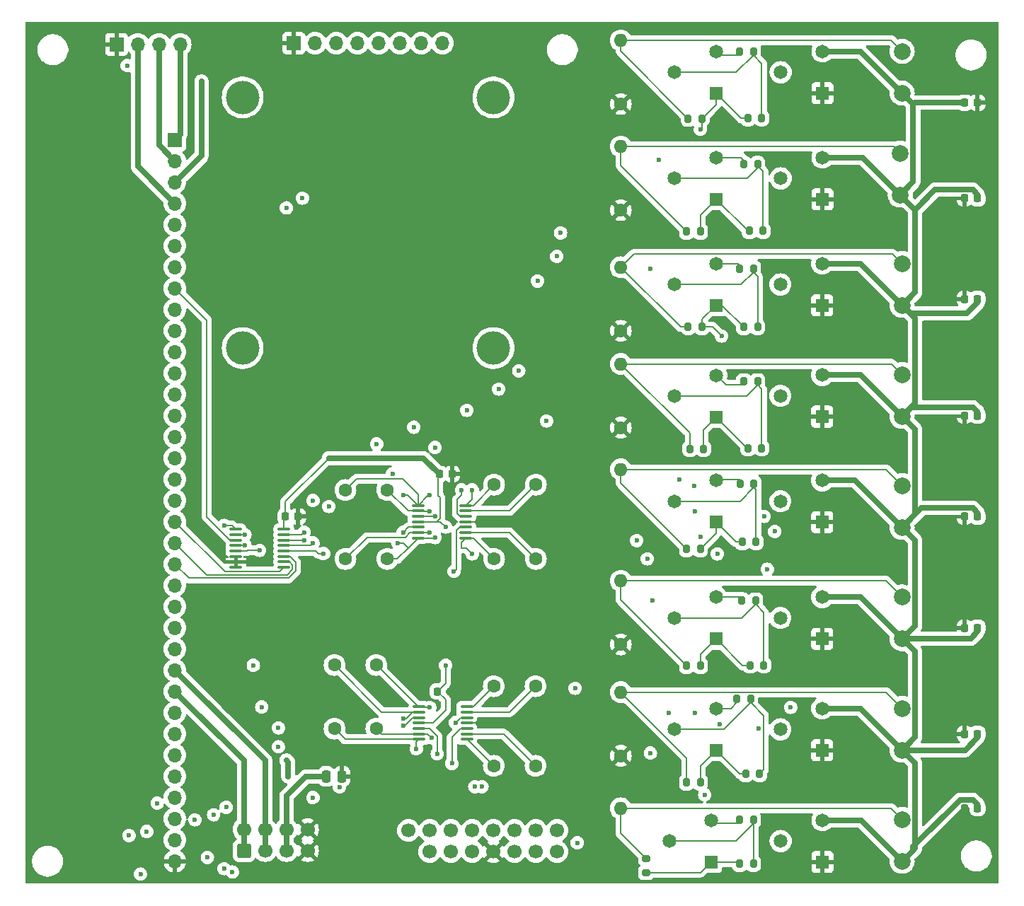
<source format=gbr>
%TF.GenerationSoftware,KiCad,Pcbnew,8.0.8*%
%TF.CreationDate,2025-02-19T17:07:23+00:00*%
%TF.ProjectId,MEMLSensorBoard,4d454d4c-5365-46e7-936f-72426f617264,rev?*%
%TF.SameCoordinates,Original*%
%TF.FileFunction,Copper,L1,Top*%
%TF.FilePolarity,Positive*%
%FSLAX46Y46*%
G04 Gerber Fmt 4.6, Leading zero omitted, Abs format (unit mm)*
G04 Created by KiCad (PCBNEW 8.0.8) date 2025-02-19 17:07:23*
%MOMM*%
%LPD*%
G01*
G04 APERTURE LIST*
G04 Aperture macros list*
%AMRoundRect*
0 Rectangle with rounded corners*
0 $1 Rounding radius*
0 $2 $3 $4 $5 $6 $7 $8 $9 X,Y pos of 4 corners*
0 Add a 4 corners polygon primitive as box body*
4,1,4,$2,$3,$4,$5,$6,$7,$8,$9,$2,$3,0*
0 Add four circle primitives for the rounded corners*
1,1,$1+$1,$2,$3*
1,1,$1+$1,$4,$5*
1,1,$1+$1,$6,$7*
1,1,$1+$1,$8,$9*
0 Add four rect primitives between the rounded corners*
20,1,$1+$1,$2,$3,$4,$5,0*
20,1,$1+$1,$4,$5,$6,$7,0*
20,1,$1+$1,$6,$7,$8,$9,0*
20,1,$1+$1,$8,$9,$2,$3,0*%
G04 Aperture macros list end*
%TA.AperFunction,SMDPad,CuDef*%
%ADD10RoundRect,0.200000X0.200000X0.275000X-0.200000X0.275000X-0.200000X-0.275000X0.200000X-0.275000X0*%
%TD*%
%TA.AperFunction,SMDPad,CuDef*%
%ADD11RoundRect,0.225000X-0.225000X-0.250000X0.225000X-0.250000X0.225000X0.250000X-0.225000X0.250000X0*%
%TD*%
%TA.AperFunction,ComponentPad*%
%ADD12R,1.650000X1.650000*%
%TD*%
%TA.AperFunction,ComponentPad*%
%ADD13C,1.650000*%
%TD*%
%TA.AperFunction,ComponentPad*%
%ADD14C,1.600000*%
%TD*%
%TA.AperFunction,ComponentPad*%
%ADD15O,1.600000X1.600000*%
%TD*%
%TA.AperFunction,ComponentPad*%
%ADD16C,2.000000*%
%TD*%
%TA.AperFunction,WasherPad*%
%ADD17C,4.000000*%
%TD*%
%TA.AperFunction,ComponentPad*%
%ADD18R,1.700000X1.700000*%
%TD*%
%TA.AperFunction,ComponentPad*%
%ADD19O,1.700000X1.700000*%
%TD*%
%TA.AperFunction,SMDPad,CuDef*%
%ADD20RoundRect,0.200000X-0.200000X-0.275000X0.200000X-0.275000X0.200000X0.275000X-0.200000X0.275000X0*%
%TD*%
%TA.AperFunction,SMDPad,CuDef*%
%ADD21RoundRect,0.100000X-0.637500X-0.100000X0.637500X-0.100000X0.637500X0.100000X-0.637500X0.100000X0*%
%TD*%
%TA.AperFunction,SMDPad,CuDef*%
%ADD22RoundRect,0.225000X0.225000X0.250000X-0.225000X0.250000X-0.225000X-0.250000X0.225000X-0.250000X0*%
%TD*%
%TA.AperFunction,ComponentPad*%
%ADD23RoundRect,0.250000X0.600000X-0.600000X0.600000X0.600000X-0.600000X0.600000X-0.600000X-0.600000X0*%
%TD*%
%TA.AperFunction,ComponentPad*%
%ADD24C,1.700000*%
%TD*%
%TA.AperFunction,SMDPad,CuDef*%
%ADD25RoundRect,0.112500X-0.187500X-0.112500X0.187500X-0.112500X0.187500X0.112500X-0.187500X0.112500X0*%
%TD*%
%TA.AperFunction,SMDPad,CuDef*%
%ADD26RoundRect,0.250000X0.250000X0.475000X-0.250000X0.475000X-0.250000X-0.475000X0.250000X-0.475000X0*%
%TD*%
%TA.AperFunction,SMDPad,CuDef*%
%ADD27RoundRect,0.200000X-0.275000X0.200000X-0.275000X-0.200000X0.275000X-0.200000X0.275000X0.200000X0*%
%TD*%
%TA.AperFunction,ViaPad*%
%ADD28C,0.600000*%
%TD*%
%TA.AperFunction,Conductor*%
%ADD29C,0.200000*%
%TD*%
%TA.AperFunction,Conductor*%
%ADD30C,0.700000*%
%TD*%
G04 APERTURE END LIST*
D10*
%TO.P,R32,1*%
%TO.N,Net-(R24-Pad2)*%
X203825000Y-119500000D03*
%TO.P,R32,2*%
%TO.N,/multiplex_A7*%
X202175000Y-119500000D03*
%TD*%
%TO.P,R31,1*%
%TO.N,Net-(R23-Pad2)*%
X203500000Y-105000000D03*
%TO.P,R31,2*%
%TO.N,/multiplex_A6*%
X201850000Y-105000000D03*
%TD*%
%TO.P,R30,1*%
%TO.N,Net-(R22-Pad2)*%
X204075000Y-93250000D03*
%TO.P,R30,2*%
%TO.N,/multiplex_A5*%
X202425000Y-93250000D03*
%TD*%
%TO.P,R29,1*%
%TO.N,Net-(R21-Pad2)*%
X203900000Y-79250000D03*
%TO.P,R29,2*%
%TO.N,/multiplex_A4*%
X202250000Y-79250000D03*
%TD*%
%TO.P,R28,1*%
%TO.N,Net-(R20-Pad2)*%
X204325000Y-67000000D03*
%TO.P,R28,2*%
%TO.N,/multiplex_A3*%
X202675000Y-67000000D03*
%TD*%
%TO.P,R27,1*%
%TO.N,Net-(R19-Pad2)*%
X203825000Y-53500000D03*
%TO.P,R27,2*%
%TO.N,/multiplex_A2*%
X202175000Y-53500000D03*
%TD*%
%TO.P,R26,1*%
%TO.N,Net-(R18-Pad2)*%
X204325000Y-41000000D03*
%TO.P,R26,2*%
%TO.N,/multiplex_A1*%
X202675000Y-41000000D03*
%TD*%
%TO.P,R25,1*%
%TO.N,Net-(R17-Pad2)*%
X203825000Y-27500000D03*
%TO.P,R25,2*%
%TO.N,/multiplex_A0*%
X202175000Y-27500000D03*
%TD*%
D11*
%TO.P,C20,1*%
%TO.N,GND*%
X229095000Y-109220000D03*
%TO.P,C20,2*%
%TO.N,/+3V3_SIG*%
X230645000Y-109220000D03*
%TD*%
D12*
%TO.P,RV11,1,1*%
%TO.N,GND*%
X212050000Y-97828998D03*
D13*
%TO.P,RV11,2,2*%
%TO.N,Net-(U3B-+)*%
X207050000Y-95328998D03*
%TO.P,RV11,3,3*%
%TO.N,/+3V3_SIG*%
X212050000Y-92828998D03*
%TD*%
D12*
%TO.P,RV5,1,1*%
%TO.N,GND*%
X212050000Y-57902996D03*
D13*
%TO.P,RV5,2,2*%
%TO.N,Net-(U2C-+)*%
X207050000Y-55402996D03*
%TO.P,RV5,3,3*%
%TO.N,/+3V3_SIG*%
X212050000Y-52902996D03*
%TD*%
D14*
%TO.P,C7,1*%
%TO.N,Net-(U2C--)*%
X177800000Y-88265000D03*
%TO.P,C7,2*%
%TO.N,/multiplex_A2*%
X172800000Y-88265000D03*
%TD*%
%TO.P,R3,1*%
%TO.N,GND*%
X187960000Y-46512996D03*
D15*
%TO.P,R3,2*%
%TO.N,Net-(J3-Pin_2)*%
X187960000Y-38892996D03*
%TD*%
D14*
%TO.P,C6,1*%
%TO.N,Net-(U2B--)*%
X155020000Y-88265000D03*
%TO.P,C6,2*%
%TO.N,/multiplex_A1*%
X160020000Y-88265000D03*
%TD*%
D16*
%TO.P,J9,1,Pin_1*%
%TO.N,/+3V3_SIG*%
X221615000Y-124460000D03*
%TO.P,J9,2,Pin_2*%
%TO.N,Net-(J9-Pin_2)*%
X221615000Y-119458998D03*
%TD*%
D11*
%TO.P,C1,1*%
%TO.N,/+3V3_SIG*%
X166230000Y-78105000D03*
%TO.P,C1,2*%
%TO.N,GND*%
X167780000Y-78105000D03*
%TD*%
D17*
%TO.P,U1,*%
%TO.N,*%
X142720000Y-33020000D03*
X142720000Y-63020000D03*
X172720000Y-33020000D03*
X172720000Y-63020000D03*
D18*
%TO.P,U1,1,GND*%
%TO.N,GND*%
X148845000Y-26520000D03*
D19*
%TO.P,U1,2,VCC*%
%TO.N,+3.3V*%
X151385000Y-26520000D03*
%TO.P,U1,3,SCL*%
%TO.N,Net-(J1-Pin_32)*%
X153925000Y-26520000D03*
%TO.P,U1,4,SDA*%
%TO.N,Net-(J1-Pin_31)*%
X156465000Y-26520000D03*
%TO.P,U1,5,RES*%
%TO.N,Net-(J1-Pin_16)*%
X159005000Y-26520000D03*
%TO.P,U1,6,DC*%
%TO.N,Net-(J1-Pin_17)*%
X161545000Y-26520000D03*
%TO.P,U1,7,CS*%
%TO.N,Net-(J1-Pin_15)*%
X164085000Y-26520000D03*
%TO.P,U1,8,BLK*%
%TO.N,Net-(J1-Pin_18)*%
X166625000Y-26520000D03*
%TD*%
D12*
%TO.P,RV13,1,1*%
%TO.N,GND*%
X212050000Y-111163998D03*
D13*
%TO.P,RV13,2,2*%
%TO.N,Net-(U3C-+)*%
X207050000Y-108663998D03*
%TO.P,RV13,3,3*%
%TO.N,/+3V3_SIG*%
X212050000Y-106163998D03*
%TD*%
D11*
%TO.P,C15,1*%
%TO.N,GND*%
X229095000Y-45085000D03*
%TO.P,C15,2*%
%TO.N,/+3V3_SIG*%
X230645000Y-45085000D03*
%TD*%
D20*
%TO.P,R18,1*%
%TO.N,Net-(U2B--)*%
X203350000Y-49000000D03*
%TO.P,R18,2*%
%TO.N,Net-(R18-Pad2)*%
X205000000Y-49000000D03*
%TD*%
D11*
%TO.P,C19,1*%
%TO.N,GND*%
X229095000Y-96520000D03*
%TO.P,C19,2*%
%TO.N,/+3V3_SIG*%
X230645000Y-96520000D03*
%TD*%
D20*
%TO.P,R24,1*%
%TO.N,Net-(U3D--)*%
X202175000Y-124750000D03*
%TO.P,R24,2*%
%TO.N,Net-(R24-Pad2)*%
X203825000Y-124750000D03*
%TD*%
%TO.P,R12,1*%
%TO.N,Net-(J7-Pin_2)*%
X195835000Y-101043998D03*
%TO.P,R12,2*%
%TO.N,Net-(U3B--)*%
X197485000Y-101043998D03*
%TD*%
D21*
%TO.P,U3,1*%
%TO.N,/multiplex_A4*%
X163820000Y-105955000D03*
%TO.P,U3,2,-*%
%TO.N,Net-(U3A--)*%
X163820000Y-106605000D03*
%TO.P,U3,3,+*%
%TO.N,Net-(U3A-+)*%
X163820000Y-107255000D03*
%TO.P,U3,4,V+*%
%TO.N,/+3V3_SIG*%
X163820000Y-107905000D03*
%TO.P,U3,5,+*%
%TO.N,Net-(U3B-+)*%
X163820000Y-108555000D03*
%TO.P,U3,6,-*%
%TO.N,Net-(U3B--)*%
X163820000Y-109205000D03*
%TO.P,U3,7*%
%TO.N,/multiplex_A5*%
X163820000Y-109855000D03*
%TO.P,U3,8*%
%TO.N,/multiplex_A6*%
X169545000Y-109855000D03*
%TO.P,U3,9,-*%
%TO.N,Net-(U3C--)*%
X169545000Y-109205000D03*
%TO.P,U3,10,+*%
%TO.N,Net-(U3C-+)*%
X169545000Y-108555000D03*
%TO.P,U3,11,V-*%
%TO.N,GND*%
X169545000Y-107905000D03*
%TO.P,U3,12,+*%
%TO.N,Net-(U3D-+)*%
X169545000Y-107255000D03*
%TO.P,U3,13,-*%
%TO.N,Net-(U3D--)*%
X169545000Y-106605000D03*
%TO.P,U3,14*%
%TO.N,/multiplex_A7*%
X169545000Y-105955000D03*
%TD*%
D11*
%TO.P,C16,1*%
%TO.N,GND*%
X229095000Y-57150000D03*
%TO.P,C16,2*%
%TO.N,/+3V3_SIG*%
X230645000Y-57150000D03*
%TD*%
%TO.P,C17,1*%
%TO.N,GND*%
X229095000Y-71120000D03*
%TO.P,C17,2*%
%TO.N,/+3V3_SIG*%
X230645000Y-71120000D03*
%TD*%
D14*
%TO.P,C5,1*%
%TO.N,Net-(U2A--)*%
X160020000Y-80010000D03*
%TO.P,C5,2*%
%TO.N,/multiplex_A0*%
X155020000Y-80010000D03*
%TD*%
D20*
%TO.P,R10,1*%
%TO.N,Net-(J6-Pin_2)*%
X195835000Y-87073998D03*
%TO.P,R10,2*%
%TO.N,Net-(U3A--)*%
X197485000Y-87073998D03*
%TD*%
D16*
%TO.P,J5,1,Pin_1*%
%TO.N,/+3V3_SIG*%
X221615000Y-71198998D03*
%TO.P,J5,2,Pin_2*%
%TO.N,Net-(J5-Pin_2)*%
X221615000Y-66197996D03*
%TD*%
D14*
%TO.P,R7,1*%
%TO.N,GND*%
X187960000Y-72547996D03*
D15*
%TO.P,R7,2*%
%TO.N,Net-(J5-Pin_2)*%
X187960000Y-64927996D03*
%TD*%
D12*
%TO.P,RV1,1,1*%
%TO.N,GND*%
X212090000Y-32502996D03*
D13*
%TO.P,RV1,2,2*%
%TO.N,Net-(U2A-+)*%
X207090000Y-30002996D03*
%TO.P,RV1,3,3*%
%TO.N,/+3V3_SIG*%
X212090000Y-27502996D03*
%TD*%
D11*
%TO.P,C13,1*%
%TO.N,GND*%
X229095000Y-118110000D03*
%TO.P,C13,2*%
%TO.N,/+3V3_SIG*%
X230645000Y-118110000D03*
%TD*%
%TO.P,C2,1*%
%TO.N,/+3V3_SIG*%
X166047500Y-104140000D03*
%TO.P,C2,2*%
%TO.N,GND*%
X167597500Y-104140000D03*
%TD*%
D16*
%TO.P,J2,1,Pin_1*%
%TO.N,/+3V3_SIG*%
X221615000Y-32503497D03*
%TO.P,J2,2,Pin_2*%
%TO.N,Net-(J2-Pin_2)*%
X221615000Y-27502495D03*
%TD*%
%TO.P,J7,1,Pin_1*%
%TO.N,/+3V3_SIG*%
X221615000Y-97829499D03*
%TO.P,J7,2,Pin_2*%
%TO.N,Net-(J7-Pin_2)*%
X221615000Y-92828497D03*
%TD*%
D11*
%TO.P,C3,1*%
%TO.N,/+3V3_SIG*%
X147815000Y-83185000D03*
%TO.P,C3,2*%
%TO.N,GND*%
X149365000Y-83185000D03*
%TD*%
D22*
%TO.P,C14,1*%
%TO.N,GND*%
X230645000Y-33655000D03*
%TO.P,C14,2*%
%TO.N,/+3V3_SIG*%
X229095000Y-33655000D03*
%TD*%
D12*
%TO.P,RV12,1,1*%
%TO.N,Net-(U3B--)*%
X199350000Y-97828998D03*
D13*
%TO.P,RV12,2,2*%
%TO.N,Net-(R22-Pad2)*%
X194350000Y-95328998D03*
%TO.P,RV12,3,3*%
%TO.N,/multiplex_A5*%
X199350000Y-92828998D03*
%TD*%
D18*
%TO.P,J1,1,-12V*%
%TO.N,Net-(J1--12V)*%
X134620000Y-38100000D03*
D19*
%TO.P,J1,2,+12V*%
%TO.N,Net-(J1-+12V)*%
X134620000Y-40640000D03*
%TO.P,J1,3,Pin_3*%
%TO.N,/+3V3_SIG*%
X134620000Y-43180000D03*
%TO.P,J1,4,Pin_4*%
%TO.N,+5V*%
X134620000Y-45720000D03*
%TO.P,J1,5,Pin_5*%
%TO.N,Net-(J1-Pin_5)*%
X134620000Y-48260000D03*
%TO.P,J1,6,Pin_6*%
%TO.N,Net-(J1-Pin_6)*%
X134620000Y-50800000D03*
%TO.P,J1,7,Pin_7*%
%TO.N,Net-(J1-Pin_7)*%
X134620000Y-53340000D03*
%TO.P,J1,8,Pin_8*%
%TO.N,/ADC0*%
X134620000Y-55880000D03*
%TO.P,J1,9,Pin_9*%
%TO.N,unconnected-(J1-Pin_9-Pad9)*%
X134620000Y-58420000D03*
%TO.P,J1,10,Pin_10*%
%TO.N,unconnected-(J1-Pin_10-Pad10)*%
X134620000Y-60960000D03*
%TO.P,J1,11,Pin_11*%
%TO.N,Net-(J1-Pin_11)*%
X134620000Y-63500000D03*
%TO.P,J1,12,Pin_12*%
%TO.N,Net-(J1-Pin_12)*%
X134620000Y-66040000D03*
%TO.P,J1,13,Pin_13*%
%TO.N,Net-(J1-Pin_13)*%
X134620000Y-68580000D03*
%TO.P,J1,14,Pin_14*%
%TO.N,Net-(J1-Pin_14)*%
X134620000Y-71120000D03*
%TO.P,J1,15,Pin_15*%
%TO.N,Net-(J1-Pin_15)*%
X134620000Y-73660000D03*
%TO.P,J1,16,Pin_16*%
%TO.N,Net-(J1-Pin_16)*%
X134620000Y-76200000D03*
%TO.P,J1,17,Pin_17*%
%TO.N,Net-(J1-Pin_17)*%
X134620000Y-78740000D03*
%TO.P,J1,18,Pin_18*%
%TO.N,Net-(J1-Pin_18)*%
X134620000Y-81280000D03*
%TO.P,J1,19,Pin_19*%
%TO.N,/multiplex_S2*%
X134620000Y-83820000D03*
%TO.P,J1,20,Pin_20*%
%TO.N,/multiplex_S1*%
X134620000Y-86360000D03*
%TO.P,J1,21,Pin_21*%
%TO.N,/multiplex_S0*%
X134620000Y-88900000D03*
%TO.P,J1,22,Pin_22*%
%TO.N,Net-(J1-Pin_22)*%
X134620000Y-91440000D03*
%TO.P,J1,23,Pin_23*%
%TO.N,Net-(J1-Pin_23)*%
X134620000Y-93980000D03*
%TO.P,J1,24,Pin_24*%
%TO.N,Net-(J1-Pin_24)*%
X134620000Y-96520000D03*
%TO.P,J1,25,Pin_25*%
%TO.N,unconnected-(J1-Pin_25-Pad25)*%
X134620000Y-99060000D03*
%TO.P,J1,26,Pin_26*%
%TO.N,/IO_2*%
X134620000Y-101600000D03*
%TO.P,J1,27,Pin_27*%
%TO.N,/IO_1*%
X134620000Y-104140000D03*
%TO.P,J1,28,Pin_28*%
%TO.N,Net-(J1-Pin_28)*%
X134620000Y-106680000D03*
%TO.P,J1,29,Pin_29*%
%TO.N,Net-(J1-Pin_29)*%
X134620000Y-109220000D03*
%TO.P,J1,30,Pin_30*%
%TO.N,Net-(J1-Pin_30)*%
X134620000Y-111760000D03*
%TO.P,J1,31,Pin_31*%
%TO.N,Net-(J1-Pin_31)*%
X134620000Y-114300000D03*
%TO.P,J1,32,Pin_32*%
%TO.N,Net-(J1-Pin_32)*%
X134620000Y-116840000D03*
%TO.P,J1,33,Pin_33*%
%TO.N,unconnected-(J1-Pin_33-Pad33)*%
X134620000Y-119380000D03*
%TO.P,J1,34,Pin_34*%
%TO.N,+3.3V*%
X134620000Y-121920000D03*
%TO.P,J1,35,Pin_35*%
%TO.N,GND*%
X134620000Y-124460000D03*
%TD*%
D14*
%TO.P,C8,1*%
%TO.N,Net-(U2D--)*%
X177800000Y-79375000D03*
%TO.P,C8,2*%
%TO.N,/multiplex_A3*%
X172800000Y-79375000D03*
%TD*%
D12*
%TO.P,RV8,1,1*%
%TO.N,Net-(U2D--)*%
X199390000Y-71277996D03*
D13*
%TO.P,RV8,2,2*%
%TO.N,Net-(R20-Pad2)*%
X194390000Y-68777996D03*
%TO.P,RV8,3,3*%
%TO.N,/multiplex_A3*%
X199390000Y-66277996D03*
%TD*%
D14*
%TO.P,R13,1*%
%TO.N,GND*%
X187960000Y-111838998D03*
D15*
%TO.P,R13,2*%
%TO.N,Net-(J8-Pin_2)*%
X187960000Y-104218998D03*
%TD*%
D20*
%TO.P,R14,1*%
%TO.N,Net-(J8-Pin_2)*%
X195835000Y-115013998D03*
%TO.P,R14,2*%
%TO.N,Net-(U3C--)*%
X197485000Y-115013998D03*
%TD*%
%TO.P,R19,1*%
%TO.N,Net-(U2C--)*%
X202675000Y-60500000D03*
%TO.P,R19,2*%
%TO.N,Net-(R19-Pad2)*%
X204325000Y-60500000D03*
%TD*%
D14*
%TO.P,C9,1*%
%TO.N,Net-(U3A--)*%
X153710000Y-100965000D03*
%TO.P,C9,2*%
%TO.N,/multiplex_A4*%
X158710000Y-100965000D03*
%TD*%
%TO.P,C11,1*%
%TO.N,Net-(U3C--)*%
X177760000Y-113030000D03*
%TO.P,C11,2*%
%TO.N,/multiplex_A6*%
X172760000Y-113030000D03*
%TD*%
D11*
%TO.P,C18,1*%
%TO.N,GND*%
X229095000Y-83185000D03*
%TO.P,C18,2*%
%TO.N,/+3V3_SIG*%
X230645000Y-83185000D03*
%TD*%
D14*
%TO.P,R9,1*%
%TO.N,GND*%
X187960000Y-85168998D03*
D15*
%TO.P,R9,2*%
%TO.N,Net-(J6-Pin_2)*%
X187960000Y-77548998D03*
%TD*%
D23*
%TO.P,J10,1,Pin_1*%
%TO.N,/IO_1*%
X142875000Y-123190000D03*
D24*
%TO.P,J10,2,Pin_2*%
X142875000Y-120650000D03*
%TO.P,J10,3,Pin_3*%
%TO.N,/IO_2*%
X145415000Y-123190000D03*
%TO.P,J10,4,Pin_4*%
X145415000Y-120650000D03*
%TO.P,J10,5,Pin_5*%
%TO.N,Net-(D1-A)*%
X147954999Y-123190000D03*
%TO.P,J10,6,Pin_6*%
X147955000Y-120650000D03*
%TO.P,J10,7,Pin_7*%
%TO.N,GND*%
X150495000Y-123190000D03*
%TO.P,J10,8,Pin_8*%
X150495000Y-120650000D03*
%TD*%
D12*
%TO.P,RV9,1,1*%
%TO.N,GND*%
X212050000Y-83858998D03*
D13*
%TO.P,RV9,2,2*%
%TO.N,Net-(U3A-+)*%
X207050000Y-81358998D03*
%TO.P,RV9,3,3*%
%TO.N,/+3V3_SIG*%
X212050000Y-78858998D03*
%TD*%
D20*
%TO.P,R4,1*%
%TO.N,Net-(J3-Pin_2)*%
X195835000Y-49052996D03*
%TO.P,R4,2*%
%TO.N,Net-(U2B--)*%
X197485000Y-49052996D03*
%TD*%
D16*
%TO.P,J8,1,Pin_1*%
%TO.N,/+3V3_SIG*%
X221615000Y-111164499D03*
%TO.P,J8,2,Pin_2*%
%TO.N,Net-(J8-Pin_2)*%
X221615000Y-106163497D03*
%TD*%
D25*
%TO.P,D1,1,K*%
%TO.N,+5V*%
X148175000Y-114300000D03*
%TO.P,D1,2,A*%
%TO.N,Net-(D1-A)*%
X150275000Y-114300000D03*
%TD*%
D14*
%TO.P,C10,1*%
%TO.N,Net-(U3B--)*%
X158710000Y-108585000D03*
%TO.P,C10,2*%
%TO.N,/multiplex_A5*%
X153710000Y-108585000D03*
%TD*%
D12*
%TO.P,RV7,1,1*%
%TO.N,GND*%
X212050000Y-71237996D03*
D13*
%TO.P,RV7,2,2*%
%TO.N,Net-(U2D-+)*%
X207050000Y-68737996D03*
%TO.P,RV7,3,3*%
%TO.N,/+3V3_SIG*%
X212050000Y-66237996D03*
%TD*%
D12*
%TO.P,RV3,1,1*%
%TO.N,GND*%
X212090000Y-45202996D03*
D13*
%TO.P,RV3,2,2*%
%TO.N,Net-(U2B-+)*%
X207090000Y-42702996D03*
%TO.P,RV3,3,3*%
%TO.N,/+3V3_SIG*%
X212090000Y-40202996D03*
%TD*%
D26*
%TO.P,C4,1*%
%TO.N,GND*%
X154619999Y-114300000D03*
%TO.P,C4,2*%
%TO.N,Net-(D1-A)*%
X152720001Y-114300000D03*
%TD*%
D12*
%TO.P,RV6,1,1*%
%TO.N,Net-(U2C--)*%
X199350000Y-57902996D03*
D13*
%TO.P,RV6,2,2*%
%TO.N,Net-(R19-Pad2)*%
X194350000Y-55402996D03*
%TO.P,RV6,3,3*%
%TO.N,/multiplex_A2*%
X199350000Y-52902996D03*
%TD*%
D27*
%TO.P,R16,1*%
%TO.N,Net-(J9-Pin_2)*%
X191000000Y-124175000D03*
%TO.P,R16,2*%
%TO.N,Net-(U3D--)*%
X191000000Y-125825000D03*
%TD*%
D20*
%TO.P,R8,1*%
%TO.N,Net-(J5-Pin_2)*%
X196215000Y-75087996D03*
%TO.P,R8,2*%
%TO.N,Net-(U2D--)*%
X197865000Y-75087996D03*
%TD*%
%TO.P,R2,1*%
%TO.N,Net-(J2-Pin_2)*%
X196025000Y-35560000D03*
%TO.P,R2,2*%
%TO.N,Net-(U2A--)*%
X197675000Y-35560000D03*
%TD*%
D14*
%TO.P,R1,1*%
%TO.N,GND*%
X187960000Y-33812996D03*
D15*
%TO.P,R1,2*%
%TO.N,Net-(J2-Pin_2)*%
X187960000Y-26192996D03*
%TD*%
D12*
%TO.P,RV10,1,1*%
%TO.N,Net-(U3A--)*%
X199350000Y-83858998D03*
D13*
%TO.P,RV10,2,2*%
%TO.N,Net-(R21-Pad2)*%
X194350000Y-81358998D03*
%TO.P,RV10,3,3*%
%TO.N,/multiplex_A4*%
X199350000Y-78858998D03*
%TD*%
D12*
%TO.P,RV4,1,1*%
%TO.N,Net-(U2B--)*%
X199350000Y-45202996D03*
D13*
%TO.P,RV4,2,2*%
%TO.N,Net-(R18-Pad2)*%
X194350000Y-42702996D03*
%TO.P,RV4,3,3*%
%TO.N,/multiplex_A1*%
X199350000Y-40202996D03*
%TD*%
D20*
%TO.P,R6,1*%
%TO.N,Net-(J4-Pin_2)*%
X196025000Y-60482996D03*
%TO.P,R6,2*%
%TO.N,Net-(U2C--)*%
X197675000Y-60482996D03*
%TD*%
D21*
%TO.P,U4,1,A4*%
%TO.N,/multiplex_A4*%
X141917500Y-84720000D03*
%TO.P,U4,2,A6*%
%TO.N,/multiplex_A6*%
X141917500Y-85370000D03*
%TO.P,U4,3,A*%
%TO.N,/ADC0*%
X141917500Y-86020000D03*
%TO.P,U4,4,A7*%
%TO.N,/multiplex_A7*%
X141917500Y-86670000D03*
%TO.P,U4,5,A5*%
%TO.N,/multiplex_A5*%
X141917500Y-87320000D03*
%TO.P,U4,6,~{E}*%
%TO.N,GND*%
X141917500Y-87970000D03*
%TO.P,U4,7,VEE*%
X141917500Y-88620000D03*
%TO.P,U4,8,GND*%
X141917500Y-89270000D03*
%TO.P,U4,9,S2*%
%TO.N,/multiplex_S2*%
X147642500Y-89270000D03*
%TO.P,U4,10,S1*%
%TO.N,/multiplex_S1*%
X147642500Y-88620000D03*
%TO.P,U4,11,S0*%
%TO.N,/multiplex_S0*%
X147642500Y-87970000D03*
%TO.P,U4,12,A3*%
%TO.N,/multiplex_A3*%
X147642500Y-87320000D03*
%TO.P,U4,13,A0*%
%TO.N,/multiplex_A0*%
X147642500Y-86670000D03*
%TO.P,U4,14,A1*%
%TO.N,/multiplex_A1*%
X147642500Y-86020000D03*
%TO.P,U4,15,A2*%
%TO.N,/multiplex_A2*%
X147642500Y-85370000D03*
%TO.P,U4,16,VCC*%
%TO.N,/+3V3_SIG*%
X147642500Y-84720000D03*
%TD*%
D12*
%TO.P,RV16,1,1*%
%TO.N,Net-(U3D--)*%
X198755000Y-124538998D03*
D13*
%TO.P,RV16,2,2*%
%TO.N,Net-(R24-Pad2)*%
X193755000Y-122038998D03*
%TO.P,RV16,3,3*%
%TO.N,/multiplex_A7*%
X198755000Y-119538998D03*
%TD*%
D20*
%TO.P,R20,1*%
%TO.N,Net-(U2D--)*%
X203175000Y-75000000D03*
%TO.P,R20,2*%
%TO.N,Net-(R20-Pad2)*%
X204825000Y-75000000D03*
%TD*%
D12*
%TO.P,RV14,1,1*%
%TO.N,Net-(U3C--)*%
X199350000Y-111163998D03*
D13*
%TO.P,RV14,2,2*%
%TO.N,Net-(R23-Pad2)*%
X194350000Y-108663998D03*
%TO.P,RV14,3,3*%
%TO.N,/multiplex_A6*%
X199350000Y-106163998D03*
%TD*%
D14*
%TO.P,R11,1*%
%TO.N,GND*%
X187960000Y-98503998D03*
D15*
%TO.P,R11,2*%
%TO.N,Net-(J7-Pin_2)*%
X187960000Y-90883998D03*
%TD*%
D18*
%TO.P,J12,1,Pin_1*%
%TO.N,GND*%
X127635000Y-26670000D03*
D19*
%TO.P,J12,2,Pin_2*%
%TO.N,+5V*%
X130175000Y-26670000D03*
%TO.P,J12,3,Pin_3*%
%TO.N,Net-(J1-+12V)*%
X132714999Y-26670000D03*
%TO.P,J12,4,Pin_4*%
%TO.N,Net-(J1--12V)*%
X135255000Y-26670000D03*
%TD*%
D12*
%TO.P,RV15,1,1*%
%TO.N,GND*%
X212090000Y-124538998D03*
D13*
%TO.P,RV15,2,2*%
%TO.N,Net-(U3D-+)*%
X207090000Y-122038998D03*
%TO.P,RV15,3,3*%
%TO.N,/+3V3_SIG*%
X212090000Y-119538998D03*
%TD*%
D21*
%TO.P,U2,1*%
%TO.N,/multiplex_A0*%
X163700000Y-81870000D03*
%TO.P,U2,2,-*%
%TO.N,Net-(U2A--)*%
X163700000Y-82520000D03*
%TO.P,U2,3,+*%
%TO.N,Net-(U2A-+)*%
X163700000Y-83170000D03*
%TO.P,U2,4,V+*%
%TO.N,/+3V3_SIG*%
X163700000Y-83820000D03*
%TO.P,U2,5,+*%
%TO.N,Net-(U2B-+)*%
X163700000Y-84470000D03*
%TO.P,U2,6,-*%
%TO.N,Net-(U2B--)*%
X163700000Y-85120000D03*
%TO.P,U2,7*%
%TO.N,/multiplex_A1*%
X163700000Y-85770000D03*
%TO.P,U2,8*%
%TO.N,/multiplex_A2*%
X169425000Y-85770000D03*
%TO.P,U2,9,-*%
%TO.N,Net-(U2C--)*%
X169425000Y-85120000D03*
%TO.P,U2,10,+*%
%TO.N,Net-(U2C-+)*%
X169425000Y-84470000D03*
%TO.P,U2,11,V-*%
%TO.N,GND*%
X169425000Y-83820000D03*
%TO.P,U2,12,+*%
%TO.N,Net-(U2D-+)*%
X169425000Y-83170000D03*
%TO.P,U2,13,-*%
%TO.N,Net-(U2D--)*%
X169425000Y-82520000D03*
%TO.P,U2,14*%
%TO.N,/multiplex_A3*%
X169425000Y-81870000D03*
%TD*%
D20*
%TO.P,R21,1*%
%TO.N,Net-(U3A--)*%
X202500000Y-86250000D03*
%TO.P,R21,2*%
%TO.N,Net-(R21-Pad2)*%
X204150000Y-86250000D03*
%TD*%
D14*
%TO.P,R15,1*%
%TO.N,GND*%
X187960000Y-125730000D03*
D15*
%TO.P,R15,2*%
%TO.N,Net-(J9-Pin_2)*%
X187960000Y-118110000D03*
%TD*%
D16*
%TO.P,J3,1,Pin_1*%
%TO.N,/+3V3_SIG*%
X221397000Y-44701497D03*
%TO.P,J3,2,Pin_2*%
%TO.N,Net-(J3-Pin_2)*%
X221397000Y-39700495D03*
%TD*%
D23*
%TO.P,J11,1,Pin_1*%
%TO.N,GND*%
X162560000Y-123307500D03*
D24*
%TO.P,J11,2,Pin_2*%
%TO.N,Net-(J1-Pin_30)*%
X162560000Y-120767500D03*
%TO.P,J11,3,Pin_3*%
%TO.N,Net-(J1-Pin_29)*%
X165100000Y-123307500D03*
%TO.P,J11,4,Pin_4*%
%TO.N,Net-(J1-Pin_28)*%
X165100000Y-120767500D03*
%TO.P,J11,5,Pin_5*%
%TO.N,Net-(J1-Pin_24)*%
X167640000Y-123307500D03*
%TO.P,J11,6,Pin_6*%
%TO.N,Net-(J1-Pin_23)*%
X167640000Y-120767500D03*
%TO.P,J11,7,Pin_7*%
%TO.N,Net-(J1-Pin_22)*%
X170180000Y-123307500D03*
%TO.P,J11,8,Pin_8*%
%TO.N,Net-(J1-Pin_14)*%
X170180000Y-120767500D03*
%TO.P,J11,9,Pin_9*%
%TO.N,GND*%
X172720000Y-123307500D03*
%TO.P,J11,10,Pin_10*%
%TO.N,Net-(J1-Pin_13)*%
X172720000Y-120767500D03*
%TO.P,J11,11,Pin_11*%
%TO.N,Net-(J1-Pin_12)*%
X175260000Y-123307500D03*
%TO.P,J11,12,Pin_12*%
%TO.N,Net-(J1-Pin_11)*%
X175260000Y-120767500D03*
%TO.P,J11,13,Pin_13*%
%TO.N,/+3V3_SIG*%
X177800000Y-123307500D03*
%TO.P,J11,14,Pin_14*%
%TO.N,Net-(J1-Pin_7)*%
X177800000Y-120767500D03*
%TO.P,J11,15,Pin_15*%
%TO.N,Net-(J1-Pin_6)*%
X180340000Y-123307500D03*
%TO.P,J11,16,Pin_16*%
%TO.N,Net-(J1-Pin_5)*%
X180340000Y-120767500D03*
%TD*%
D14*
%TO.P,R5,1*%
%TO.N,GND*%
X187960000Y-60960000D03*
D15*
%TO.P,R5,2*%
%TO.N,Net-(J4-Pin_2)*%
X187960000Y-53340000D03*
%TD*%
D20*
%TO.P,R22,1*%
%TO.N,Net-(U3B--)*%
X203425000Y-101000000D03*
%TO.P,R22,2*%
%TO.N,Net-(R22-Pad2)*%
X205075000Y-101000000D03*
%TD*%
D14*
%TO.P,C12,1*%
%TO.N,Net-(U3D--)*%
X177760000Y-103505000D03*
%TO.P,C12,2*%
%TO.N,/multiplex_A7*%
X172760000Y-103505000D03*
%TD*%
D16*
%TO.P,J6,1,Pin_1*%
%TO.N,/+3V3_SIG*%
X221615000Y-84494499D03*
%TO.P,J6,2,Pin_2*%
%TO.N,Net-(J6-Pin_2)*%
X221615000Y-79493497D03*
%TD*%
D12*
%TO.P,RV2,1,1*%
%TO.N,Net-(U2A--)*%
X199350000Y-32502996D03*
D13*
%TO.P,RV2,2,2*%
%TO.N,Net-(R17-Pad2)*%
X194350000Y-30002996D03*
%TO.P,RV2,3,3*%
%TO.N,/multiplex_A0*%
X199350000Y-27502996D03*
%TD*%
D16*
%TO.P,J4,1,Pin_1*%
%TO.N,/+3V3_SIG*%
X221615000Y-57903497D03*
%TO.P,J4,2,Pin_2*%
%TO.N,Net-(J4-Pin_2)*%
X221615000Y-52902495D03*
%TD*%
D20*
%TO.P,R17,1*%
%TO.N,Net-(U2A--)*%
X203175000Y-35500000D03*
%TO.P,R17,2*%
%TO.N,Net-(R17-Pad2)*%
X204825000Y-35500000D03*
%TD*%
%TO.P,R23,1*%
%TO.N,Net-(U3C--)*%
X202925000Y-114000000D03*
%TO.P,R23,2*%
%TO.N,Net-(R23-Pad2)*%
X204575000Y-114000000D03*
%TD*%
D28*
%TO.N,GND*%
X171060000Y-108000000D03*
X179250000Y-109250000D03*
X171450000Y-83820000D03*
%TO.N,/+3V3_SIG*%
X149860000Y-45085000D03*
X167005000Y-84455000D03*
X153035000Y-76200000D03*
X137795000Y-31115000D03*
X167005000Y-101000000D03*
%TO.N,Net-(J1-Pin_23)*%
X140750000Y-118000000D03*
%TO.N,Net-(J1-Pin_7)*%
X178000000Y-55000000D03*
%TO.N,Net-(J1-Pin_5)*%
X180750000Y-49250000D03*
%TO.N,Net-(J1-Pin_24)*%
X140500000Y-125350000D03*
%TO.N,Net-(J1-Pin_17)*%
X160655000Y-78076304D03*
%TO.N,Net-(J1-Pin_28)*%
X139250000Y-118900000D03*
%TO.N,Net-(J1-Pin_18)*%
X165735000Y-74930000D03*
%TO.N,Net-(J1-Pin_12)*%
X130500000Y-126000000D03*
%TO.N,Net-(J1-Pin_32)*%
X151130000Y-116840000D03*
%TO.N,Net-(J1-Pin_15)*%
X163195000Y-72500000D03*
%TO.N,Net-(J1-Pin_30)*%
X137000000Y-119500000D03*
%TO.N,Net-(J1-Pin_11)*%
X175750000Y-65750000D03*
%TO.N,Net-(J1-Pin_22)*%
X141500000Y-125750000D03*
%TO.N,Net-(J1-Pin_16)*%
X158750000Y-74500000D03*
%TO.N,Net-(J1-Pin_13)*%
X131250000Y-120900000D03*
%TO.N,Net-(J1-Pin_29)*%
X138500000Y-124000000D03*
%TO.N,Net-(J1-Pin_31)*%
X154305000Y-115570000D03*
%TO.N,+3.3V*%
X128905000Y-29210000D03*
X129125000Y-121375000D03*
%TO.N,Net-(J1-Pin_14)*%
X132500000Y-117500000D03*
%TO.N,Net-(J1-Pin_6)*%
X180299265Y-52049265D03*
%TO.N,Net-(U2A--)*%
X196850000Y-82550000D03*
X197485000Y-36830000D03*
X165100000Y-82550000D03*
%TO.N,Net-(U2B--)*%
X165100000Y-85090000D03*
X197485000Y-85583998D03*
%TO.N,Net-(U2C--)*%
X200025000Y-61595000D03*
X199500000Y-87668998D03*
%TO.N,Net-(U2D--)*%
X179070000Y-71755000D03*
%TO.N,Net-(U3A--)*%
X161925000Y-107388733D03*
X196850000Y-106680000D03*
%TO.N,Net-(U3B--)*%
X199827397Y-108021133D03*
X165325735Y-109674265D03*
%TO.N,Net-(U3D--)*%
X182500000Y-103750000D03*
X182750000Y-122250000D03*
%TO.N,Net-(U2A-+)*%
X206375000Y-84983998D03*
X165735000Y-83185000D03*
%TO.N,/multiplex_A0*%
X151130000Y-81280000D03*
X151130000Y-86360000D03*
X194945000Y-78740000D03*
X161925000Y-80645000D03*
X165100000Y-80645000D03*
%TO.N,Net-(U2B-+)*%
X205105000Y-83185000D03*
X161925000Y-85090000D03*
%TO.N,/multiplex_A1*%
X165735000Y-85725000D03*
X189865000Y-86068998D03*
X161290000Y-86360000D03*
X150075000Y-86070000D03*
X192500000Y-40500000D03*
%TO.N,Net-(U2C-+)*%
X168000000Y-89750000D03*
X205500000Y-89500000D03*
%TO.N,/multiplex_A2*%
X191135000Y-88265000D03*
X191500000Y-53500000D03*
X170180000Y-87668998D03*
X150075000Y-85090000D03*
%TO.N,Net-(U2D-+)*%
X169545000Y-70485000D03*
X168910000Y-80010000D03*
%TO.N,/multiplex_A3*%
X173355000Y-67945000D03*
X152400000Y-87630000D03*
X153035000Y-82000000D03*
X170180000Y-80010000D03*
%TO.N,Net-(U3A-+)*%
X208280000Y-106045000D03*
X161925000Y-108188736D03*
%TO.N,/multiplex_A4*%
X196750000Y-79500000D03*
X193675000Y-106680000D03*
X144000000Y-101000000D03*
X165100000Y-106045000D03*
X140500000Y-84250000D03*
%TO.N,Net-(U3B-+)*%
X166000000Y-111600000D03*
X204470000Y-108585000D03*
%TO.N,/multiplex_A5*%
X144750000Y-87250000D03*
X191500000Y-111500000D03*
X191750000Y-93250000D03*
X147000000Y-108500000D03*
X163500000Y-111000000D03*
%TO.N,Net-(U3C-+)*%
X167750000Y-112750000D03*
%TO.N,/multiplex_A6*%
X198000000Y-116500000D03*
X147000000Y-110750000D03*
X143000000Y-85370000D03*
%TO.N,Net-(U3D-+)*%
X168174265Y-107850000D03*
X170500000Y-115530000D03*
%TO.N,/multiplex_A7*%
X143000000Y-86670000D03*
X145000000Y-106000000D03*
X171350000Y-115530000D03*
%TO.N,+5V*%
X147955000Y-46250000D03*
X147955000Y-112395000D03*
%TD*%
D29*
%TO.N,GND*%
X170965000Y-107905000D02*
X171060000Y-108000000D01*
X169545000Y-107905000D02*
X170965000Y-107905000D01*
X169425000Y-83820000D02*
X171450000Y-83820000D01*
D30*
%TO.N,/+3V3_SIG*%
X222718998Y-70095000D02*
X230095000Y-70095000D01*
X221397000Y-44701497D02*
X223165000Y-46469497D01*
X230095000Y-70095000D02*
X230645000Y-70645000D01*
X230645000Y-109695000D02*
X230645000Y-109220000D01*
X212090000Y-119538998D02*
X216693998Y-119538998D01*
X216614499Y-52902996D02*
X221615000Y-57903497D01*
X164325000Y-76200000D02*
X166230000Y-78105000D01*
X225574497Y-44060000D02*
X230095000Y-44060000D01*
X216614499Y-106163998D02*
X221615000Y-111164499D01*
X216614499Y-92828998D02*
X221615000Y-97829499D01*
X221615000Y-71198998D02*
X223165000Y-72748998D01*
X215979499Y-78858998D02*
X221615000Y-84494499D01*
D29*
X166335000Y-80876471D02*
X166335000Y-83433529D01*
D30*
X230645000Y-82710000D02*
X230645000Y-83185000D01*
D29*
X147815000Y-81420000D02*
X153035000Y-76200000D01*
D30*
X216898499Y-40202996D02*
X221397000Y-44701497D01*
X221615000Y-111164499D02*
X229175501Y-111164499D01*
X212050000Y-106163998D02*
X216614499Y-106163998D01*
D29*
X166335000Y-83433529D02*
X165948529Y-83820000D01*
X166130000Y-80671471D02*
X166335000Y-80876471D01*
D30*
X230645000Y-57625000D02*
X230645000Y-57150000D01*
X212050000Y-52902996D02*
X216614499Y-52902996D01*
X230645000Y-96995000D02*
X230645000Y-96520000D01*
D29*
X147642500Y-83357500D02*
X147815000Y-83185000D01*
D30*
X212090000Y-40202996D02*
X216898499Y-40202996D01*
X221615000Y-32503497D02*
X222947000Y-33835497D01*
X222947000Y-33835497D02*
X223127497Y-33655000D01*
D29*
X167005000Y-101000000D02*
X167005000Y-103182500D01*
X147642500Y-84720000D02*
X147642500Y-83357500D01*
D30*
X229175501Y-111164499D02*
X230645000Y-109695000D01*
X223165000Y-109614499D02*
X221615000Y-111164499D01*
X221615000Y-57903497D02*
X223165000Y-59453497D01*
X222885000Y-122742750D02*
X228542750Y-117085000D01*
X221615000Y-57903497D02*
X222615000Y-58903497D01*
X223165000Y-46469497D02*
X223165000Y-56353497D01*
D29*
X165948529Y-83820000D02*
X166370000Y-83820000D01*
D30*
X221615000Y-97829499D02*
X223165000Y-99379499D01*
X216653998Y-66237996D02*
X221615000Y-71198998D01*
D29*
X147815000Y-83185000D02*
X147815000Y-81420000D01*
D30*
X230645000Y-44610000D02*
X230645000Y-45085000D01*
D29*
X166130000Y-78205000D02*
X166130000Y-80671471D01*
D30*
X212050000Y-92828998D02*
X216614499Y-92828998D01*
D29*
X167005000Y-106386249D02*
X167005000Y-105097500D01*
X163820000Y-107905000D02*
X165486249Y-107905000D01*
D30*
X223165000Y-122910000D02*
X222885000Y-123190000D01*
X223165000Y-96279499D02*
X221615000Y-97829499D01*
D29*
X165486249Y-107905000D02*
X167005000Y-106386249D01*
D30*
X221615000Y-111164499D02*
X223165000Y-112714499D01*
D29*
X166230000Y-78105000D02*
X166130000Y-78205000D01*
D30*
X222885000Y-123190000D02*
X221615000Y-124460000D01*
X230095000Y-82160000D02*
X230645000Y-82710000D01*
X223949499Y-82160000D02*
X230095000Y-82160000D01*
X223165000Y-86044499D02*
X223165000Y-96279499D01*
X221615000Y-71198998D02*
X222718998Y-70095000D01*
X221615000Y-97829499D02*
X229810501Y-97829499D01*
X216693998Y-119538998D02*
X221615000Y-124460000D01*
X223165000Y-99379499D02*
X223165000Y-109614499D01*
X223165000Y-82944499D02*
X221615000Y-84494499D01*
X212050000Y-66237996D02*
X216653998Y-66237996D01*
X223165000Y-69648998D02*
X221615000Y-71198998D01*
X212090000Y-27502996D02*
X216614499Y-27502996D01*
X137795000Y-40005000D02*
X137795000Y-31115000D01*
D29*
X167005000Y-103182500D02*
X166047500Y-104140000D01*
X167005000Y-105097500D02*
X166047500Y-104140000D01*
D30*
X222885000Y-123190000D02*
X222885000Y-122742750D01*
X222615000Y-58903497D02*
X229366503Y-58903497D01*
D29*
X165948529Y-83820000D02*
X163700000Y-83820000D01*
D30*
X223165000Y-46469497D02*
X225574497Y-44060000D01*
X222947000Y-43151497D02*
X221397000Y-44701497D01*
X223165000Y-112714499D02*
X223165000Y-122910000D01*
X230645000Y-117635000D02*
X230645000Y-118110000D01*
X229810501Y-97829499D02*
X230645000Y-96995000D01*
X134620000Y-43180000D02*
X137795000Y-40005000D01*
X229366503Y-58903497D02*
X230645000Y-57625000D01*
X216614499Y-27502996D02*
X221615000Y-32503497D01*
X223165000Y-59453497D02*
X223165000Y-69648998D01*
X222947000Y-33835497D02*
X222947000Y-43151497D01*
X221615000Y-84494499D02*
X223165000Y-86044499D01*
X230645000Y-70645000D02*
X230645000Y-71120000D01*
X223127497Y-33655000D02*
X229095000Y-33655000D01*
X228542750Y-117085000D02*
X230095000Y-117085000D01*
X230095000Y-44060000D02*
X230645000Y-44610000D01*
X223165000Y-82944499D02*
X223949499Y-82160000D01*
D29*
X166370000Y-83820000D02*
X167005000Y-84455000D01*
D30*
X230095000Y-117085000D02*
X230645000Y-117635000D01*
X153035000Y-76200000D02*
X164325000Y-76200000D01*
X223165000Y-72748998D02*
X223165000Y-82944499D01*
X223165000Y-56353497D02*
X221615000Y-57903497D01*
X212050000Y-78858998D02*
X215979499Y-78858998D01*
%TO.N,/IO_2*%
X134620000Y-101600000D02*
X145415000Y-112395000D01*
X145415000Y-112395000D02*
X145415000Y-120650000D01*
X145415000Y-123190000D02*
X145415000Y-120650000D01*
%TO.N,Net-(J1-+12V)*%
X132714999Y-26670000D02*
X132714999Y-38734999D01*
X132714999Y-38734999D02*
X134620000Y-40640000D01*
%TO.N,/IO_1*%
X142875000Y-123190000D02*
X142875000Y-120650000D01*
X142875000Y-120650000D02*
X142875000Y-112395000D01*
X142875000Y-112395000D02*
X134620000Y-104140000D01*
%TO.N,Net-(D1-A)*%
X150067500Y-114507500D02*
X150275000Y-114300000D01*
X150275000Y-114300000D02*
X152720001Y-114300000D01*
X147954999Y-120650001D02*
X147955000Y-120650000D01*
X147955000Y-116620000D02*
X150067500Y-114507500D01*
X147954999Y-123190000D02*
X147954999Y-120650001D01*
X147955000Y-120650000D02*
X147955000Y-116620000D01*
D29*
%TO.N,/multiplex_S2*%
X147642500Y-89270000D02*
X147142500Y-89770000D01*
X147142500Y-89770000D02*
X140570000Y-89770000D01*
X140570000Y-89770000D02*
X134620000Y-83820000D01*
D30*
%TO.N,Net-(J1--12V)*%
X135255000Y-26670000D02*
X135255000Y-37465000D01*
X135255000Y-37465000D02*
X134620000Y-38100000D01*
D29*
%TO.N,/multiplex_S1*%
X147642500Y-88620000D02*
X148298456Y-88620000D01*
X148680000Y-89001544D02*
X148680000Y-89538456D01*
X148048456Y-90170000D02*
X138430000Y-90170000D01*
X148680000Y-89538456D02*
X148048456Y-90170000D01*
X138430000Y-90170000D02*
X134620000Y-86360000D01*
X148298456Y-88620000D02*
X148680000Y-89001544D01*
%TO.N,/multiplex_S0*%
X148379999Y-87970000D02*
X149080000Y-88670001D01*
X136290000Y-90570000D02*
X134620000Y-88900000D01*
X147642500Y-87970000D02*
X148379999Y-87970000D01*
X148214142Y-90570000D02*
X136290000Y-90570000D01*
X149080000Y-88670001D02*
X149080000Y-89704142D01*
X149080000Y-89704142D02*
X148214142Y-90570000D01*
%TO.N,/ADC0*%
X138430000Y-83223654D02*
X138430000Y-59690000D01*
X141917500Y-86020000D02*
X141226346Y-86020000D01*
X141226346Y-86020000D02*
X138430000Y-83223654D01*
X138430000Y-59690000D02*
X134620000Y-55880000D01*
%TO.N,Net-(J2-Pin_2)*%
X220305501Y-26192996D02*
X187960000Y-26192996D01*
X187960000Y-27495000D02*
X196025000Y-35560000D01*
X187960000Y-26192996D02*
X187960000Y-27495000D01*
X221615000Y-27502495D02*
X220305501Y-26192996D01*
%TO.N,Net-(J3-Pin_2)*%
X221397000Y-39700495D02*
X220589501Y-38892996D01*
X220589501Y-38892996D02*
X187960000Y-38892996D01*
X187960000Y-41177996D02*
X195835000Y-49052996D01*
X187960000Y-38892996D02*
X187960000Y-41177996D01*
%TO.N,Net-(J4-Pin_2)*%
X187960000Y-53340000D02*
X195102996Y-60482996D01*
X195102996Y-60482996D02*
X196025000Y-60482996D01*
X220490501Y-51777996D02*
X221615000Y-52902495D01*
X187960000Y-53340000D02*
X189522004Y-51777996D01*
X189522004Y-51777996D02*
X220490501Y-51777996D01*
%TO.N,Net-(J5-Pin_2)*%
X196215000Y-75087996D02*
X196215000Y-73182996D01*
X220345000Y-64927996D02*
X221615000Y-66197996D01*
X187960000Y-64927996D02*
X220345000Y-64927996D01*
X196215000Y-73182996D02*
X187960000Y-64927996D01*
%TO.N,Net-(J6-Pin_2)*%
X187960000Y-79198998D02*
X195835000Y-87073998D01*
X219670501Y-77548998D02*
X221615000Y-79493497D01*
X187960000Y-77548998D02*
X187960000Y-79198998D01*
X187960000Y-77548998D02*
X219670501Y-77548998D01*
%TO.N,Net-(J7-Pin_2)*%
X187960000Y-90883998D02*
X219670501Y-90883998D01*
X219670501Y-90883998D02*
X221615000Y-92828497D01*
X187960000Y-90883998D02*
X187960000Y-93168998D01*
X187960000Y-93168998D02*
X195835000Y-101043998D01*
%TO.N,Net-(J8-Pin_2)*%
X219670501Y-104218998D02*
X221615000Y-106163497D01*
X187960000Y-104218998D02*
X195835000Y-112093998D01*
X195835000Y-112093998D02*
X195835000Y-115013998D01*
X187960000Y-104218998D02*
X219670501Y-104218998D01*
%TO.N,Net-(J9-Pin_2)*%
X187960000Y-118110000D02*
X220266002Y-118110000D01*
X187960000Y-121135000D02*
X191000000Y-124175000D01*
X187960000Y-118110000D02*
X187960000Y-121135000D01*
X220266002Y-118110000D02*
X221615000Y-119458998D01*
%TO.N,Net-(U2A--)*%
X165100000Y-82550000D02*
X163730000Y-82550000D01*
X199350000Y-32502996D02*
X199350000Y-33885000D01*
X197675000Y-36640000D02*
X197485000Y-36830000D01*
X162530000Y-82520000D02*
X163700000Y-82520000D01*
X163730000Y-82550000D02*
X163700000Y-82520000D01*
X202347004Y-35500000D02*
X199350000Y-32502996D01*
X199350000Y-33885000D02*
X197675000Y-35560000D01*
X160020000Y-80010000D02*
X162530000Y-82520000D01*
X203175000Y-35500000D02*
X202347004Y-35500000D01*
X197675000Y-35560000D02*
X197675000Y-36640000D01*
%TO.N,Net-(U2B--)*%
X162743529Y-85120000D02*
X163700000Y-85120000D01*
X162173529Y-85690000D02*
X162743529Y-85120000D01*
X203350000Y-49000000D02*
X203147004Y-49000000D01*
X197485000Y-49052996D02*
X197485000Y-47067996D01*
X155020000Y-88265000D02*
X157595000Y-85690000D01*
X163730000Y-85090000D02*
X163700000Y-85120000D01*
X197485000Y-47067996D02*
X199350000Y-45202996D01*
X203147004Y-49000000D02*
X199350000Y-45202996D01*
X165100000Y-85090000D02*
X163730000Y-85090000D01*
X157595000Y-85690000D02*
X162173529Y-85690000D01*
%TO.N,Net-(U2C--)*%
X197675000Y-60482996D02*
X198912996Y-60482996D01*
X197675000Y-59577996D02*
X199350000Y-57902996D01*
X200077996Y-57902996D02*
X202675000Y-60500000D01*
X174655000Y-85120000D02*
X169425000Y-85120000D01*
X199350000Y-57902996D02*
X200077996Y-57902996D01*
X198912996Y-60482996D02*
X200025000Y-61595000D01*
X177800000Y-88265000D02*
X174655000Y-85120000D01*
X197675000Y-60482996D02*
X197675000Y-59577996D01*
%TO.N,Net-(U2D--)*%
X203112004Y-75000000D02*
X199390000Y-71277996D01*
X169425000Y-82520000D02*
X174655000Y-82520000D01*
X203175000Y-75000000D02*
X203112004Y-75000000D01*
X197865000Y-75087996D02*
X197865000Y-72802996D01*
X174655000Y-82520000D02*
X177800000Y-79375000D01*
X197865000Y-72802996D02*
X199390000Y-71277996D01*
%TO.N,Net-(U3A--)*%
X163082501Y-106605000D02*
X163820000Y-106605000D01*
X199350000Y-85208998D02*
X199350000Y-83858998D01*
X201741002Y-86250000D02*
X199350000Y-83858998D01*
X153710000Y-100965000D02*
X159350000Y-106605000D01*
X162298768Y-107388733D02*
X163082501Y-106605000D01*
X159350000Y-106605000D02*
X163820000Y-106605000D01*
X197485000Y-87073998D02*
X199350000Y-85208998D01*
X202500000Y-86250000D02*
X201741002Y-86250000D01*
X161925000Y-107388733D02*
X162298768Y-107388733D01*
%TO.N,Net-(U3B--)*%
X164856470Y-109205000D02*
X163820000Y-109205000D01*
X197485000Y-99693998D02*
X199350000Y-97828998D01*
X165325735Y-109674265D02*
X164856470Y-109205000D01*
X199350000Y-97828998D02*
X202521002Y-101000000D01*
X202521002Y-101000000D02*
X203425000Y-101000000D01*
X158710000Y-108585000D02*
X159330000Y-109205000D01*
X197485000Y-101043998D02*
X197485000Y-99693998D01*
X159330000Y-109205000D02*
X163820000Y-109205000D01*
%TO.N,Net-(U3C--)*%
X199350000Y-111163998D02*
X202186002Y-114000000D01*
X173935000Y-109205000D02*
X169545000Y-109205000D01*
X197485000Y-113028998D02*
X199350000Y-111163998D01*
X202186002Y-114000000D02*
X202925000Y-114000000D01*
X177760000Y-113030000D02*
X173935000Y-109205000D01*
X197485000Y-115013998D02*
X197485000Y-113028998D01*
%TO.N,Net-(U3D--)*%
X174660000Y-106605000D02*
X169545000Y-106605000D01*
X177760000Y-103505000D02*
X174660000Y-106605000D01*
X201963998Y-124538998D02*
X202175000Y-124750000D01*
X197468998Y-125825000D02*
X198755000Y-124538998D01*
X198755000Y-124538998D02*
X201963998Y-124538998D01*
X191000000Y-125825000D02*
X197468998Y-125825000D01*
%TO.N,Net-(U2A-+)*%
X165735000Y-83185000D02*
X165720000Y-83170000D01*
X165720000Y-83170000D02*
X163700000Y-83170000D01*
%TO.N,/multiplex_A0*%
X162475000Y-80645000D02*
X161925000Y-80645000D01*
X164925000Y-80645000D02*
X163700000Y-81870000D01*
X151130000Y-86360000D02*
X150820000Y-86670000D01*
X199790504Y-27943500D02*
X202175000Y-27943500D01*
X161861304Y-78676304D02*
X163700000Y-80515000D01*
X156353696Y-78676304D02*
X161861304Y-78676304D01*
X150820000Y-86670000D02*
X147642500Y-86670000D01*
X163700000Y-80515000D02*
X163700000Y-81870000D01*
X199350000Y-27502996D02*
X199790504Y-27943500D01*
X163700000Y-81870000D02*
X162475000Y-80645000D01*
X165100000Y-80645000D02*
X164925000Y-80645000D01*
X155020000Y-80010000D02*
X156353696Y-78676304D01*
%TO.N,Net-(U2B-+)*%
X162545000Y-84470000D02*
X163700000Y-84470000D01*
X161925000Y-85090000D02*
X162545000Y-84470000D01*
%TO.N,/multiplex_A1*%
X162517500Y-86952500D02*
X163700000Y-85770000D01*
X199350000Y-40202996D02*
X202321496Y-40202996D01*
X162517500Y-86952500D02*
X161925000Y-86360000D01*
X160020000Y-88265000D02*
X161205000Y-88265000D01*
X165735000Y-85725000D02*
X165690000Y-85770000D01*
X165690000Y-85770000D02*
X163700000Y-85770000D01*
X161925000Y-86360000D02*
X161290000Y-86360000D01*
X161205000Y-88265000D02*
X162517500Y-86952500D01*
X202321496Y-40202996D02*
X202675000Y-40556500D01*
X150025000Y-86020000D02*
X147642500Y-86020000D01*
X150075000Y-86070000D02*
X150025000Y-86020000D01*
%TO.N,Net-(U2C-+)*%
X168000000Y-89750000D02*
X168275000Y-89475000D01*
X168687501Y-84470000D02*
X169425000Y-84470000D01*
X168275000Y-89475000D02*
X168275000Y-84882501D01*
X168275000Y-84882501D02*
X168687501Y-84470000D01*
%TO.N,/multiplex_A2*%
X170305000Y-85770000D02*
X169425000Y-85770000D01*
X199350000Y-52902996D02*
X202021496Y-52902996D01*
X168910000Y-86285000D02*
X168910000Y-86995000D01*
X172800000Y-88265000D02*
X170305000Y-85770000D01*
X169506002Y-86995000D02*
X170180000Y-87668998D01*
X168910000Y-86995000D02*
X169506002Y-86995000D01*
X202021496Y-52902996D02*
X202175000Y-53056500D01*
X149795000Y-85370000D02*
X147642500Y-85370000D01*
X150075000Y-85090000D02*
X149795000Y-85370000D01*
X169425000Y-85770000D02*
X168910000Y-86285000D01*
%TO.N,Net-(U2D-+)*%
X168910000Y-80645000D02*
X168387500Y-81167500D01*
X168687501Y-83170000D02*
X169425000Y-83170000D01*
X168387500Y-82869999D02*
X168687501Y-83170000D01*
X168387500Y-81167500D02*
X168387500Y-82869999D01*
X168910000Y-80010000D02*
X168910000Y-80645000D01*
%TO.N,/multiplex_A3*%
X152400000Y-87630000D02*
X151765000Y-87630000D01*
X199390000Y-66277996D02*
X200555504Y-67443500D01*
X170305000Y-81870000D02*
X172800000Y-79375000D01*
X151455000Y-87320000D02*
X147642500Y-87320000D01*
X200555504Y-67443500D02*
X202675000Y-67443500D01*
X169425000Y-81870000D02*
X170305000Y-81870000D01*
X169425000Y-81870000D02*
X170180000Y-81115000D01*
X151765000Y-87630000D02*
X151455000Y-87320000D01*
X170180000Y-81115000D02*
X170180000Y-80010000D01*
%TO.N,Net-(U3A-+)*%
X162148765Y-108188736D02*
X163082501Y-107255000D01*
X161925000Y-108188736D02*
X162148765Y-108188736D01*
X163082501Y-107255000D02*
X163820000Y-107255000D01*
%TO.N,/multiplex_A4*%
X163910000Y-106045000D02*
X163820000Y-105955000D01*
X199402498Y-78806500D02*
X202250000Y-78806500D01*
X199350000Y-78858998D02*
X199402498Y-78806500D01*
X165100000Y-106045000D02*
X163910000Y-106045000D01*
X163700000Y-105955000D02*
X163820000Y-105955000D01*
X141447500Y-84250000D02*
X141917500Y-84720000D01*
X140500000Y-84250000D02*
X141447500Y-84250000D01*
X158710000Y-100965000D02*
X163700000Y-105955000D01*
%TO.N,Net-(U3B-+)*%
X165055000Y-108555000D02*
X163820000Y-108555000D01*
X166000000Y-109500000D02*
X165055000Y-108555000D01*
X166000000Y-111600000D02*
X166000000Y-109500000D01*
%TO.N,/multiplex_A5*%
X199372498Y-92806500D02*
X202425000Y-92806500D01*
X143268529Y-87250000D02*
X143198529Y-87320000D01*
X144750000Y-87250000D02*
X143268529Y-87250000D01*
X143198529Y-87320000D02*
X141917500Y-87320000D01*
X163500000Y-110175000D02*
X163820000Y-109855000D01*
X154980000Y-109855000D02*
X153710000Y-108585000D01*
X163820000Y-109855000D02*
X154980000Y-109855000D01*
X199350000Y-92828998D02*
X199372498Y-92806500D01*
X163500000Y-111000000D02*
X163500000Y-110175000D01*
%TO.N,Net-(U3C-+)*%
X167750000Y-112750000D02*
X167750000Y-109612501D01*
X168807501Y-108555000D02*
X169545000Y-108555000D01*
X167750000Y-109612501D02*
X168807501Y-108555000D01*
%TO.N,/multiplex_A6*%
X143000000Y-85370000D02*
X141917500Y-85370000D01*
X172760000Y-113030000D02*
X169585000Y-109855000D01*
X201129502Y-106163998D02*
X201850000Y-105443500D01*
X199350000Y-106163998D02*
X201129502Y-106163998D01*
X169585000Y-109855000D02*
X169545000Y-109855000D01*
%TO.N,Net-(U3D-+)*%
X168807501Y-107255000D02*
X169545000Y-107255000D01*
X168174265Y-107850000D02*
X168212501Y-107850000D01*
X168212501Y-107850000D02*
X168807501Y-107255000D01*
%TO.N,/multiplex_A7*%
X169545000Y-105955000D02*
X170310000Y-105955000D01*
X143000000Y-86670000D02*
X141917500Y-86670000D01*
X199159502Y-119943500D02*
X202175000Y-119943500D01*
X170310000Y-105955000D02*
X172760000Y-103505000D01*
X198755000Y-119538998D02*
X199159502Y-119943500D01*
D30*
%TO.N,+5V*%
X148175000Y-114300000D02*
X148175000Y-112615000D01*
X148175000Y-112615000D02*
X147955000Y-112395000D01*
X130175000Y-26670000D02*
X130175000Y-41275000D01*
X130175000Y-41275000D02*
X134620000Y-45720000D01*
D29*
%TO.N,Net-(R17-Pad2)*%
X194350000Y-30002996D02*
X201765504Y-30002996D01*
X204825000Y-35500000D02*
X204825000Y-28943500D01*
X204825000Y-28943500D02*
X203825000Y-27943500D01*
X201765504Y-30002996D02*
X203825000Y-27943500D01*
%TO.N,Net-(R18-Pad2)*%
X194350000Y-42702996D02*
X203065504Y-42702996D01*
X204568222Y-41443500D02*
X204325000Y-41443500D01*
X205000000Y-41875278D02*
X204568222Y-41443500D01*
X205000000Y-49000000D02*
X205000000Y-41875278D01*
X203065504Y-42702996D02*
X204325000Y-41443500D01*
%TO.N,Net-(R19-Pad2)*%
X204325000Y-60500000D02*
X204325000Y-54443500D01*
X194350000Y-55402996D02*
X202365504Y-55402996D01*
X204325000Y-54443500D02*
X203825000Y-53943500D01*
X202365504Y-55402996D02*
X203825000Y-53943500D01*
%TO.N,Net-(R20-Pad2)*%
X204825000Y-67943500D02*
X204325000Y-67443500D01*
X202990504Y-68777996D02*
X204325000Y-67443500D01*
X194390000Y-68777996D02*
X202990504Y-68777996D01*
X204825000Y-75000000D02*
X204825000Y-67943500D01*
%TO.N,Net-(R21-Pad2)*%
X194350000Y-81358998D02*
X202234502Y-81358998D01*
X204150000Y-86250000D02*
X204150000Y-79943500D01*
X204150000Y-79943500D02*
X203900000Y-79693500D01*
X202234502Y-81358998D02*
X203900000Y-79693500D01*
%TO.N,Net-(R22-Pad2)*%
X205075000Y-94693500D02*
X204075000Y-93693500D01*
X205075000Y-101000000D02*
X205075000Y-94693500D01*
X194350000Y-95328998D02*
X202439502Y-95328998D01*
X202439502Y-95328998D02*
X204075000Y-93693500D01*
%TO.N,Net-(R23-Pad2)*%
X200279502Y-108663998D02*
X203500000Y-105443500D01*
X205070000Y-113505000D02*
X205070000Y-107013500D01*
X194350000Y-108663998D02*
X200279502Y-108663998D01*
X205070000Y-107013500D02*
X203500000Y-105443500D01*
X204575000Y-114000000D02*
X205070000Y-113505000D01*
%TO.N,Net-(R24-Pad2)*%
X193755000Y-122038998D02*
X201729502Y-122038998D01*
X203825000Y-124750000D02*
X203825000Y-119943500D01*
X201729502Y-122038998D02*
X203825000Y-119943500D01*
%TD*%
%TA.AperFunction,Conductor*%
%TO.N,GND*%
G36*
X211332969Y-104839183D02*
G01*
X211378724Y-104891987D01*
X211388668Y-104961145D01*
X211359643Y-105024701D01*
X211337053Y-105045073D01*
X211194735Y-105144724D01*
X211194729Y-105144729D01*
X211030731Y-105308727D01*
X211030726Y-105308733D01*
X210897701Y-105498712D01*
X210897699Y-105498716D01*
X210799681Y-105708915D01*
X210739651Y-105932946D01*
X210739650Y-105932953D01*
X210719437Y-106163996D01*
X210719437Y-106163999D01*
X210739650Y-106395042D01*
X210739651Y-106395049D01*
X210799678Y-106619072D01*
X210799679Y-106619074D01*
X210799680Y-106619077D01*
X210897699Y-106829280D01*
X211030730Y-107019267D01*
X211194731Y-107183268D01*
X211384718Y-107316299D01*
X211594921Y-107414318D01*
X211818950Y-107474347D01*
X211965177Y-107487140D01*
X212049998Y-107494561D01*
X212050000Y-107494561D01*
X212050002Y-107494561D01*
X212134823Y-107487140D01*
X212281050Y-107474347D01*
X212505079Y-107414318D01*
X212715282Y-107316299D01*
X212905269Y-107183268D01*
X213037720Y-107050817D01*
X213099043Y-107017332D01*
X213125401Y-107014498D01*
X216210848Y-107014498D01*
X216277887Y-107034183D01*
X216298529Y-107050817D01*
X220091890Y-110844177D01*
X220125375Y-110905500D01*
X220127785Y-110942098D01*
X220109357Y-111164493D01*
X220109357Y-111164504D01*
X220129890Y-111412311D01*
X220129892Y-111412323D01*
X220190936Y-111653380D01*
X220290826Y-111881105D01*
X220426833Y-112089281D01*
X220434198Y-112097281D01*
X220595256Y-112272237D01*
X220791491Y-112424973D01*
X220791493Y-112424974D01*
X220977832Y-112525816D01*
X221010190Y-112543327D01*
X221245386Y-112624070D01*
X221490665Y-112664999D01*
X221739333Y-112664999D01*
X221739335Y-112664999D01*
X221824961Y-112650710D01*
X221894324Y-112659092D01*
X221933050Y-112685338D01*
X222278181Y-113030469D01*
X222311666Y-113091792D01*
X222314500Y-113118150D01*
X222314500Y-117939004D01*
X222294815Y-118006043D01*
X222242011Y-118051798D01*
X222172853Y-118061742D01*
X222150237Y-118056285D01*
X221984616Y-117999427D01*
X221739335Y-117958498D01*
X221490665Y-117958498D01*
X221245382Y-117999427D01*
X221245380Y-117999427D01*
X221139393Y-118035813D01*
X221069595Y-118038963D01*
X221011450Y-118006213D01*
X220753592Y-117748355D01*
X220753590Y-117748352D01*
X220634719Y-117629481D01*
X220634718Y-117629480D01*
X220524402Y-117565789D01*
X220524400Y-117565788D01*
X220497787Y-117550423D01*
X220497786Y-117550422D01*
X220497785Y-117550422D01*
X220441883Y-117535443D01*
X220345059Y-117509499D01*
X220186945Y-117509499D01*
X220179349Y-117509499D01*
X220179333Y-117509500D01*
X198268536Y-117509500D01*
X198201497Y-117489815D01*
X198155742Y-117437011D01*
X198145798Y-117367853D01*
X198174823Y-117304297D01*
X198227581Y-117268458D01*
X198349522Y-117225789D01*
X198502262Y-117129816D01*
X198629816Y-117002262D01*
X198725789Y-116849522D01*
X198785368Y-116679255D01*
X198793780Y-116604596D01*
X198805565Y-116500003D01*
X198805565Y-116499996D01*
X198785369Y-116320750D01*
X198785368Y-116320745D01*
X198783487Y-116315369D01*
X198725789Y-116150478D01*
X198629816Y-115997738D01*
X198502262Y-115870184D01*
X198351770Y-115775623D01*
X198305479Y-115723288D01*
X198294831Y-115654234D01*
X198311624Y-115606482D01*
X198328478Y-115578604D01*
X198379086Y-115416194D01*
X198385500Y-115345614D01*
X198385500Y-114682382D01*
X198379086Y-114611802D01*
X198328478Y-114449392D01*
X198240472Y-114303813D01*
X198240470Y-114303811D01*
X198240469Y-114303809D01*
X198121819Y-114185159D01*
X198088334Y-114123836D01*
X198085500Y-114097478D01*
X198085500Y-113329094D01*
X198105185Y-113262055D01*
X198121815Y-113241417D01*
X198837416Y-112525815D01*
X198898739Y-112492331D01*
X198925097Y-112489497D01*
X199774902Y-112489497D01*
X199841941Y-112509182D01*
X199862583Y-112525816D01*
X201701141Y-114364374D01*
X201701151Y-114364385D01*
X201705481Y-114368715D01*
X201705482Y-114368716D01*
X201817286Y-114480520D01*
X201817288Y-114480521D01*
X201817292Y-114480524D01*
X201912364Y-114535413D01*
X201954218Y-114559577D01*
X202054295Y-114586392D01*
X202113956Y-114622757D01*
X202128315Y-114642011D01*
X202169528Y-114710185D01*
X202169530Y-114710187D01*
X202169532Y-114710190D01*
X202289811Y-114830469D01*
X202289813Y-114830470D01*
X202289815Y-114830472D01*
X202435394Y-114918478D01*
X202597804Y-114969086D01*
X202668384Y-114975500D01*
X202668387Y-114975500D01*
X203181613Y-114975500D01*
X203181616Y-114975500D01*
X203252196Y-114969086D01*
X203414606Y-114918478D01*
X203560185Y-114830472D01*
X203606025Y-114784632D01*
X203662319Y-114728339D01*
X203723642Y-114694854D01*
X203793334Y-114699838D01*
X203837681Y-114728339D01*
X203939811Y-114830469D01*
X203939813Y-114830470D01*
X203939815Y-114830472D01*
X204085394Y-114918478D01*
X204247804Y-114969086D01*
X204318384Y-114975500D01*
X204318387Y-114975500D01*
X204831613Y-114975500D01*
X204831616Y-114975500D01*
X204902196Y-114969086D01*
X205064606Y-114918478D01*
X205210185Y-114830472D01*
X205330472Y-114710185D01*
X205418478Y-114564606D01*
X205469086Y-114402196D01*
X205475500Y-114331616D01*
X205475500Y-114000098D01*
X205495185Y-113933059D01*
X205511820Y-113912416D01*
X205550517Y-113873719D01*
X205550517Y-113873718D01*
X205550520Y-113873716D01*
X205629577Y-113736784D01*
X205670501Y-113584057D01*
X205670501Y-113425942D01*
X205670501Y-113418347D01*
X205670500Y-113418329D01*
X205670500Y-110291153D01*
X210725000Y-110291153D01*
X210725000Y-110913998D01*
X211559252Y-110913998D01*
X211537482Y-110951706D01*
X211500000Y-111091589D01*
X211500000Y-111236407D01*
X211537482Y-111376290D01*
X211559252Y-111413998D01*
X210725000Y-111413998D01*
X210725000Y-112036842D01*
X210731401Y-112096370D01*
X210731403Y-112096377D01*
X210781645Y-112231084D01*
X210781649Y-112231091D01*
X210867809Y-112346185D01*
X210867812Y-112346188D01*
X210982906Y-112432348D01*
X210982913Y-112432352D01*
X211117620Y-112482594D01*
X211117627Y-112482596D01*
X211177155Y-112488997D01*
X211177172Y-112488998D01*
X211800000Y-112488998D01*
X211800000Y-111654745D01*
X211837708Y-111676516D01*
X211977591Y-111713998D01*
X212122409Y-111713998D01*
X212262292Y-111676516D01*
X212300000Y-111654745D01*
X212300000Y-112488998D01*
X212922828Y-112488998D01*
X212922844Y-112488997D01*
X212982372Y-112482596D01*
X212982379Y-112482594D01*
X213117086Y-112432352D01*
X213117093Y-112432348D01*
X213232187Y-112346188D01*
X213232190Y-112346185D01*
X213318350Y-112231091D01*
X213318354Y-112231084D01*
X213368596Y-112096377D01*
X213368598Y-112096370D01*
X213374999Y-112036842D01*
X213375000Y-112036825D01*
X213375000Y-111413998D01*
X212540748Y-111413998D01*
X212562518Y-111376290D01*
X212600000Y-111236407D01*
X212600000Y-111091589D01*
X212562518Y-110951706D01*
X212540748Y-110913998D01*
X213375000Y-110913998D01*
X213375000Y-110291170D01*
X213374999Y-110291153D01*
X213368598Y-110231625D01*
X213368596Y-110231618D01*
X213318354Y-110096911D01*
X213318350Y-110096904D01*
X213232190Y-109981810D01*
X213232187Y-109981807D01*
X213117093Y-109895647D01*
X213117086Y-109895643D01*
X212982379Y-109845401D01*
X212982372Y-109845399D01*
X212922844Y-109838998D01*
X212300000Y-109838998D01*
X212300000Y-110673250D01*
X212262292Y-110651480D01*
X212122409Y-110613998D01*
X211977591Y-110613998D01*
X211837708Y-110651480D01*
X211800000Y-110673250D01*
X211800000Y-109838998D01*
X211177155Y-109838998D01*
X211117627Y-109845399D01*
X211117620Y-109845401D01*
X210982913Y-109895643D01*
X210982906Y-109895647D01*
X210867812Y-109981807D01*
X210867809Y-109981810D01*
X210781649Y-110096904D01*
X210781645Y-110096911D01*
X210731403Y-110231618D01*
X210731401Y-110231625D01*
X210725000Y-110291153D01*
X205670500Y-110291153D01*
X205670500Y-109398084D01*
X205690185Y-109331045D01*
X205742989Y-109285290D01*
X205812147Y-109275346D01*
X205875703Y-109304371D01*
X205896075Y-109326960D01*
X205897698Y-109329277D01*
X205897699Y-109329280D01*
X206030730Y-109519267D01*
X206194731Y-109683268D01*
X206384718Y-109816299D01*
X206594921Y-109914318D01*
X206818950Y-109974347D01*
X206983985Y-109988785D01*
X207049998Y-109994561D01*
X207050000Y-109994561D01*
X207050002Y-109994561D01*
X207107762Y-109989507D01*
X207281050Y-109974347D01*
X207505079Y-109914318D01*
X207715282Y-109816299D01*
X207905269Y-109683268D01*
X208069270Y-109519267D01*
X208202301Y-109329280D01*
X208300320Y-109119077D01*
X208360349Y-108895048D01*
X208380563Y-108663998D01*
X208380327Y-108661305D01*
X208367699Y-108516959D01*
X208360349Y-108432948D01*
X208300320Y-108208919D01*
X208202301Y-107998717D01*
X208202299Y-107998714D01*
X208202298Y-107998712D01*
X208069273Y-107808733D01*
X208069268Y-107808727D01*
X207905269Y-107644728D01*
X207838742Y-107598145D01*
X207715282Y-107511697D01*
X207505079Y-107413678D01*
X207505076Y-107413677D01*
X207505074Y-107413676D01*
X207281051Y-107353649D01*
X207281044Y-107353648D01*
X207050002Y-107333435D01*
X207049998Y-107333435D01*
X206818955Y-107353648D01*
X206818948Y-107353649D01*
X206594917Y-107413679D01*
X206384718Y-107511697D01*
X206384714Y-107511699D01*
X206194735Y-107644724D01*
X206194729Y-107644729D01*
X206030731Y-107808727D01*
X206030730Y-107808729D01*
X205896075Y-108001036D01*
X205841498Y-108044660D01*
X205771999Y-108051853D01*
X205709645Y-108020331D01*
X205674231Y-107960101D01*
X205670500Y-107929912D01*
X205670500Y-106934446D01*
X205670500Y-106934443D01*
X205650354Y-106859255D01*
X205629577Y-106781715D01*
X205597288Y-106725789D01*
X205597288Y-106725788D01*
X205550524Y-106644790D01*
X205550521Y-106644786D01*
X205550520Y-106644784D01*
X205438716Y-106532980D01*
X205438715Y-106532979D01*
X205434385Y-106528649D01*
X205434374Y-106528639D01*
X204950731Y-106044996D01*
X207474435Y-106044996D01*
X207474435Y-106045003D01*
X207494630Y-106224249D01*
X207494631Y-106224254D01*
X207554211Y-106394523D01*
X207623772Y-106505228D01*
X207650184Y-106547262D01*
X207777738Y-106674816D01*
X207858859Y-106725788D01*
X207920467Y-106764499D01*
X207930478Y-106770789D01*
X208084961Y-106824845D01*
X208100745Y-106830368D01*
X208100750Y-106830369D01*
X208279996Y-106850565D01*
X208280000Y-106850565D01*
X208280004Y-106850565D01*
X208459249Y-106830369D01*
X208459252Y-106830368D01*
X208459255Y-106830368D01*
X208629522Y-106770789D01*
X208782262Y-106674816D01*
X208909816Y-106547262D01*
X209005789Y-106394522D01*
X209065368Y-106224255D01*
X209065369Y-106224249D01*
X209085565Y-106045003D01*
X209085565Y-106044996D01*
X209065369Y-105865750D01*
X209065368Y-105865745D01*
X209064356Y-105862853D01*
X209005789Y-105695478D01*
X208982271Y-105658050D01*
X208921078Y-105560662D01*
X208909816Y-105542738D01*
X208782262Y-105415184D01*
X208761592Y-105402196D01*
X208629523Y-105319211D01*
X208459254Y-105259631D01*
X208459249Y-105259630D01*
X208280004Y-105239435D01*
X208279996Y-105239435D01*
X208100750Y-105259630D01*
X208100745Y-105259631D01*
X207930476Y-105319211D01*
X207777737Y-105415184D01*
X207650184Y-105542737D01*
X207554211Y-105695476D01*
X207494631Y-105865745D01*
X207494630Y-105865750D01*
X207474435Y-106044996D01*
X204950731Y-106044996D01*
X204426622Y-105520887D01*
X204393137Y-105459564D01*
X204395392Y-105409146D01*
X204392806Y-105408632D01*
X204394085Y-105402199D01*
X204394085Y-105402198D01*
X204394086Y-105402196D01*
X204400500Y-105331616D01*
X204400500Y-104943498D01*
X204420185Y-104876459D01*
X204472989Y-104830704D01*
X204524500Y-104819498D01*
X211265930Y-104819498D01*
X211332969Y-104839183D01*
G37*
%TD.AperFunction*%
%TA.AperFunction,Conductor*%
G36*
X150029075Y-120842993D02*
G01*
X150094901Y-120957007D01*
X150187993Y-121050099D01*
X150302007Y-121115925D01*
X150365591Y-121132962D01*
X149733626Y-121764926D01*
X149810031Y-121818426D01*
X149853656Y-121873003D01*
X149860848Y-121942501D01*
X149829326Y-122004856D01*
X149810030Y-122021575D01*
X149733627Y-122075072D01*
X149733626Y-122075073D01*
X150365591Y-122707037D01*
X150302007Y-122724075D01*
X150187993Y-122789901D01*
X150094901Y-122882993D01*
X150029075Y-122997007D01*
X150012037Y-123060590D01*
X149380073Y-122428626D01*
X149380072Y-122428627D01*
X149326879Y-122504596D01*
X149272302Y-122548221D01*
X149202804Y-122555415D01*
X149140449Y-122523892D01*
X149123733Y-122504601D01*
X148994765Y-122320414D01*
X148993492Y-122318596D01*
X148841818Y-122166922D01*
X148808333Y-122105599D01*
X148805499Y-122079241D01*
X148805499Y-121760759D01*
X148825184Y-121693720D01*
X148841818Y-121673078D01*
X148909981Y-121604915D01*
X148993495Y-121521401D01*
X149123730Y-121335405D01*
X149178307Y-121291781D01*
X149247805Y-121284587D01*
X149310160Y-121316110D01*
X149326879Y-121335405D01*
X149380072Y-121411372D01*
X149380073Y-121411372D01*
X150012037Y-120779408D01*
X150029075Y-120842993D01*
G37*
%TD.AperFunction*%
%TA.AperFunction,Conductor*%
G36*
X171534855Y-121434046D02*
G01*
X171551575Y-121453342D01*
X171681500Y-121638895D01*
X171681505Y-121638901D01*
X171848599Y-121805995D01*
X172011415Y-121920000D01*
X172034595Y-121936231D01*
X172078219Y-121990808D01*
X172085412Y-122060307D01*
X172053890Y-122122661D01*
X172034594Y-122139381D01*
X171958627Y-122192573D01*
X171958626Y-122192573D01*
X172590591Y-122824537D01*
X172527007Y-122841575D01*
X172412993Y-122907401D01*
X172319901Y-123000493D01*
X172254075Y-123114507D01*
X172237037Y-123178090D01*
X171605073Y-122546126D01*
X171605072Y-122546127D01*
X171551880Y-122622095D01*
X171497303Y-122665720D01*
X171427805Y-122672914D01*
X171365450Y-122641391D01*
X171348730Y-122622095D01*
X171332924Y-122599522D01*
X171259092Y-122494078D01*
X171218494Y-122436097D01*
X171051402Y-122269006D01*
X171051396Y-122269001D01*
X170865842Y-122139075D01*
X170822217Y-122084498D01*
X170815023Y-122015000D01*
X170846546Y-121952645D01*
X170865842Y-121935925D01*
X170920720Y-121897499D01*
X171051401Y-121805995D01*
X171218495Y-121638901D01*
X171348425Y-121453342D01*
X171403002Y-121409717D01*
X171472500Y-121402523D01*
X171534855Y-121434046D01*
G37*
%TD.AperFunction*%
%TA.AperFunction,Conductor*%
G36*
X174074855Y-121434046D02*
G01*
X174091575Y-121453342D01*
X174221501Y-121638896D01*
X174221506Y-121638902D01*
X174388597Y-121805993D01*
X174388603Y-121805998D01*
X174574158Y-121935925D01*
X174617783Y-121990502D01*
X174624977Y-122060000D01*
X174593454Y-122122355D01*
X174574158Y-122139075D01*
X174388597Y-122269005D01*
X174221508Y-122436094D01*
X174091269Y-122622095D01*
X174036692Y-122665719D01*
X173967193Y-122672912D01*
X173904839Y-122641390D01*
X173888119Y-122622095D01*
X173834925Y-122546126D01*
X173202962Y-123178090D01*
X173185925Y-123114507D01*
X173120099Y-123000493D01*
X173027007Y-122907401D01*
X172912993Y-122841575D01*
X172849409Y-122824537D01*
X173481372Y-122192573D01*
X173481372Y-122192572D01*
X173405405Y-122139379D01*
X173361780Y-122084802D01*
X173354588Y-122015304D01*
X173386110Y-121952949D01*
X173405406Y-121936230D01*
X173428585Y-121920000D01*
X173591401Y-121805995D01*
X173758495Y-121638901D01*
X173888425Y-121453342D01*
X173943002Y-121409717D01*
X174012500Y-121402523D01*
X174074855Y-121434046D01*
G37*
%TD.AperFunction*%
%TA.AperFunction,Conductor*%
G36*
X233122539Y-24015185D02*
G01*
X233168294Y-24067989D01*
X233179500Y-24119500D01*
X233179500Y-127010500D01*
X233159815Y-127077539D01*
X233107011Y-127123294D01*
X233055500Y-127134500D01*
X116829500Y-127134500D01*
X116762461Y-127114815D01*
X116716706Y-127062011D01*
X116705500Y-127010500D01*
X116705500Y-124338711D01*
X117529500Y-124338711D01*
X117529500Y-124581288D01*
X117559634Y-124810189D01*
X117561162Y-124821789D01*
X117571427Y-124860099D01*
X117623947Y-125056104D01*
X117703324Y-125247737D01*
X117716776Y-125280212D01*
X117838064Y-125490289D01*
X117838066Y-125490292D01*
X117838067Y-125490293D01*
X117985733Y-125682736D01*
X117985739Y-125682743D01*
X118157256Y-125854260D01*
X118157263Y-125854266D01*
X118242369Y-125919570D01*
X118349711Y-126001936D01*
X118559788Y-126123224D01*
X118783900Y-126216054D01*
X119018211Y-126278838D01*
X119198586Y-126302584D01*
X119258711Y-126310500D01*
X119258712Y-126310500D01*
X119501289Y-126310500D01*
X119549388Y-126304167D01*
X119741789Y-126278838D01*
X119976100Y-126216054D01*
X120200212Y-126123224D01*
X120410289Y-126001936D01*
X120412817Y-125999996D01*
X129694435Y-125999996D01*
X129694435Y-126000003D01*
X129714630Y-126179249D01*
X129714631Y-126179254D01*
X129774211Y-126349523D01*
X129821951Y-126425500D01*
X129870184Y-126502262D01*
X129997738Y-126629816D01*
X130150478Y-126725789D01*
X130320745Y-126785368D01*
X130320750Y-126785369D01*
X130499996Y-126805565D01*
X130500000Y-126805565D01*
X130500004Y-126805565D01*
X130679249Y-126785369D01*
X130679252Y-126785368D01*
X130679255Y-126785368D01*
X130849522Y-126725789D01*
X131002262Y-126629816D01*
X131129816Y-126502262D01*
X131225789Y-126349522D01*
X131285368Y-126179255D01*
X131286919Y-126165489D01*
X131305565Y-126000003D01*
X131305565Y-125999996D01*
X131285369Y-125820750D01*
X131285368Y-125820745D01*
X131250282Y-125720475D01*
X131225789Y-125650478D01*
X131198046Y-125606326D01*
X131181799Y-125580468D01*
X131129816Y-125497738D01*
X131002262Y-125370184D01*
X130997093Y-125366936D01*
X130849523Y-125274211D01*
X130679254Y-125214631D01*
X130679249Y-125214630D01*
X130500004Y-125194435D01*
X130499996Y-125194435D01*
X130320750Y-125214630D01*
X130320745Y-125214631D01*
X130150476Y-125274211D01*
X129997737Y-125370184D01*
X129870184Y-125497737D01*
X129774211Y-125650476D01*
X129714631Y-125820745D01*
X129714630Y-125820750D01*
X129694435Y-125999996D01*
X120412817Y-125999996D01*
X120602738Y-125854265D01*
X120774265Y-125682738D01*
X120921936Y-125490289D01*
X121043224Y-125280212D01*
X121136054Y-125056100D01*
X121198838Y-124821789D01*
X121230500Y-124581288D01*
X121230500Y-124338712D01*
X121228919Y-124326706D01*
X121219961Y-124258656D01*
X121198838Y-124098211D01*
X121136054Y-123863900D01*
X121134371Y-123859838D01*
X121098578Y-123773425D01*
X121043224Y-123639788D01*
X120921936Y-123429711D01*
X120787734Y-123254815D01*
X120774266Y-123237263D01*
X120774260Y-123237256D01*
X120602743Y-123065739D01*
X120602736Y-123065733D01*
X120410293Y-122918067D01*
X120410292Y-122918066D01*
X120410289Y-122918064D01*
X120200212Y-122796776D01*
X120187221Y-122791395D01*
X119976104Y-122703947D01*
X119787032Y-122653285D01*
X119741789Y-122641162D01*
X119741788Y-122641161D01*
X119741785Y-122641161D01*
X119501289Y-122609500D01*
X119501288Y-122609500D01*
X119258712Y-122609500D01*
X119258711Y-122609500D01*
X119018214Y-122641161D01*
X118783895Y-122703947D01*
X118559794Y-122796773D01*
X118559785Y-122796777D01*
X118349706Y-122918067D01*
X118157263Y-123065733D01*
X118157256Y-123065739D01*
X117985739Y-123237256D01*
X117985733Y-123237263D01*
X117838067Y-123429706D01*
X117838064Y-123429710D01*
X117838064Y-123429711D01*
X117825102Y-123452162D01*
X117716777Y-123639785D01*
X117716773Y-123639794D01*
X117623947Y-123863895D01*
X117561161Y-124098214D01*
X117529500Y-124338711D01*
X116705500Y-124338711D01*
X116705500Y-121374996D01*
X128319435Y-121374996D01*
X128319435Y-121375003D01*
X128339630Y-121554249D01*
X128339631Y-121554254D01*
X128399211Y-121724523D01*
X128450403Y-121805994D01*
X128495184Y-121877262D01*
X128622738Y-122004816D01*
X128677140Y-122038999D01*
X128741184Y-122079241D01*
X128775478Y-122100789D01*
X128868861Y-122133465D01*
X128945745Y-122160368D01*
X128945750Y-122160369D01*
X129124996Y-122180565D01*
X129125000Y-122180565D01*
X129125004Y-122180565D01*
X129304249Y-122160369D01*
X129304252Y-122160368D01*
X129304255Y-122160368D01*
X129474522Y-122100789D01*
X129627262Y-122004816D01*
X129754816Y-121877262D01*
X129850789Y-121724522D01*
X129910368Y-121554255D01*
X129914070Y-121521401D01*
X129930565Y-121375003D01*
X129930565Y-121374996D01*
X129910369Y-121195750D01*
X129910368Y-121195745D01*
X129882438Y-121115925D01*
X129850789Y-121025478D01*
X129836610Y-121002913D01*
X129786136Y-120922584D01*
X129771943Y-120899996D01*
X130444435Y-120899996D01*
X130444435Y-120900003D01*
X130464630Y-121079249D01*
X130464631Y-121079254D01*
X130524211Y-121249523D01*
X130597892Y-121366785D01*
X130620184Y-121402262D01*
X130747738Y-121529816D01*
X130813966Y-121571430D01*
X130895386Y-121622590D01*
X130900478Y-121625789D01*
X131035622Y-121673078D01*
X131070745Y-121685368D01*
X131070750Y-121685369D01*
X131249996Y-121705565D01*
X131250000Y-121705565D01*
X131250004Y-121705565D01*
X131429249Y-121685369D01*
X131429252Y-121685368D01*
X131429255Y-121685368D01*
X131599522Y-121625789D01*
X131752262Y-121529816D01*
X131879816Y-121402262D01*
X131975789Y-121249522D01*
X132035368Y-121079255D01*
X132038822Y-121048599D01*
X132055565Y-120900003D01*
X132055565Y-120899996D01*
X132035369Y-120720750D01*
X132035368Y-120720745D01*
X132018486Y-120672500D01*
X131975789Y-120550478D01*
X131879816Y-120397738D01*
X131752262Y-120270184D01*
X131719982Y-120249901D01*
X131599523Y-120174211D01*
X131429254Y-120114631D01*
X131429249Y-120114630D01*
X131250004Y-120094435D01*
X131249996Y-120094435D01*
X131070750Y-120114630D01*
X131070745Y-120114631D01*
X130900476Y-120174211D01*
X130747737Y-120270184D01*
X130620184Y-120397737D01*
X130524211Y-120550476D01*
X130464631Y-120720745D01*
X130464630Y-120720750D01*
X130444435Y-120899996D01*
X129771943Y-120899996D01*
X129754816Y-120872738D01*
X129627262Y-120745184D01*
X129580539Y-120715826D01*
X129474523Y-120649211D01*
X129304254Y-120589631D01*
X129304249Y-120589630D01*
X129125004Y-120569435D01*
X129124996Y-120569435D01*
X128945750Y-120589630D01*
X128945745Y-120589631D01*
X128775476Y-120649211D01*
X128622737Y-120745184D01*
X128495184Y-120872737D01*
X128399211Y-121025476D01*
X128339631Y-121195745D01*
X128339630Y-121195750D01*
X128319435Y-121374996D01*
X116705500Y-121374996D01*
X116705500Y-27183711D01*
X118164500Y-27183711D01*
X118164500Y-27426288D01*
X118196161Y-27666785D01*
X118258947Y-27901104D01*
X118289772Y-27975521D01*
X118351776Y-28125212D01*
X118473064Y-28335289D01*
X118473066Y-28335292D01*
X118473067Y-28335293D01*
X118620733Y-28527736D01*
X118620739Y-28527743D01*
X118792256Y-28699260D01*
X118792263Y-28699266D01*
X118861866Y-28752674D01*
X118984711Y-28846936D01*
X119194788Y-28968224D01*
X119418900Y-29061054D01*
X119653211Y-29123838D01*
X119833586Y-29147584D01*
X119893711Y-29155500D01*
X119893712Y-29155500D01*
X120136289Y-29155500D01*
X120195346Y-29147725D01*
X120376789Y-29123838D01*
X120611100Y-29061054D01*
X120835212Y-28968224D01*
X121045289Y-28846936D01*
X121237738Y-28699265D01*
X121409265Y-28527738D01*
X121556936Y-28335289D01*
X121678224Y-28125212D01*
X121771054Y-27901100D01*
X121833838Y-27666789D01*
X121865500Y-27426288D01*
X121865500Y-27183712D01*
X121833838Y-26943211D01*
X121771054Y-26708900D01*
X121678224Y-26484788D01*
X121556936Y-26274711D01*
X121494232Y-26192994D01*
X121409266Y-26082263D01*
X121409260Y-26082256D01*
X121237743Y-25910739D01*
X121237736Y-25910733D01*
X121057137Y-25772155D01*
X126285000Y-25772155D01*
X126285000Y-26420000D01*
X127201988Y-26420000D01*
X127169075Y-26477007D01*
X127135000Y-26604174D01*
X127135000Y-26735826D01*
X127169075Y-26862993D01*
X127201988Y-26920000D01*
X126285000Y-26920000D01*
X126285000Y-27567844D01*
X126291401Y-27627372D01*
X126291403Y-27627379D01*
X126341645Y-27762086D01*
X126341649Y-27762093D01*
X126427809Y-27877187D01*
X126427812Y-27877190D01*
X126542906Y-27963350D01*
X126542913Y-27963354D01*
X126677620Y-28013596D01*
X126677627Y-28013598D01*
X126737155Y-28019999D01*
X126737172Y-28020000D01*
X127385000Y-28020000D01*
X127385000Y-27103012D01*
X127442007Y-27135925D01*
X127569174Y-27170000D01*
X127700826Y-27170000D01*
X127827993Y-27135925D01*
X127885000Y-27103012D01*
X127885000Y-28020000D01*
X128532828Y-28020000D01*
X128532844Y-28019999D01*
X128592372Y-28013598D01*
X128592379Y-28013596D01*
X128727086Y-27963354D01*
X128727093Y-27963350D01*
X128842187Y-27877190D01*
X128842190Y-27877187D01*
X128928350Y-27762093D01*
X128928354Y-27762086D01*
X128977422Y-27630529D01*
X129019293Y-27574595D01*
X129084757Y-27550178D01*
X129153030Y-27565030D01*
X129181285Y-27586181D01*
X129288181Y-27693077D01*
X129321666Y-27754400D01*
X129324500Y-27780758D01*
X129324500Y-28333935D01*
X129304815Y-28400974D01*
X129252011Y-28446729D01*
X129182853Y-28456673D01*
X129159546Y-28450977D01*
X129084257Y-28424632D01*
X129084249Y-28424630D01*
X128905004Y-28404435D01*
X128904996Y-28404435D01*
X128725750Y-28424630D01*
X128725745Y-28424631D01*
X128555476Y-28484211D01*
X128402737Y-28580184D01*
X128275184Y-28707737D01*
X128179211Y-28860476D01*
X128119631Y-29030745D01*
X128119630Y-29030750D01*
X128099435Y-29209996D01*
X128099435Y-29210003D01*
X128119630Y-29389249D01*
X128119631Y-29389254D01*
X128179211Y-29559523D01*
X128206672Y-29603226D01*
X128275184Y-29712262D01*
X128402738Y-29839816D01*
X128555478Y-29935789D01*
X128725742Y-29995367D01*
X128725745Y-29995368D01*
X128725750Y-29995369D01*
X128904996Y-30015565D01*
X128905000Y-30015565D01*
X128905004Y-30015565D01*
X129084249Y-29995369D01*
X129084252Y-29995368D01*
X129084255Y-29995368D01*
X129084256Y-29995367D01*
X129084259Y-29995367D01*
X129131331Y-29978895D01*
X129159544Y-29969022D01*
X129229323Y-29965460D01*
X129289951Y-30000189D01*
X129322178Y-30062182D01*
X129324500Y-30086064D01*
X129324500Y-41358771D01*
X129357182Y-41523075D01*
X129357186Y-41523090D01*
X129361522Y-41533555D01*
X129361525Y-41533562D01*
X129421296Y-41677863D01*
X129421297Y-41677866D01*
X129514372Y-41817161D01*
X129514375Y-41817165D01*
X133235752Y-45538540D01*
X133269237Y-45599863D01*
X133271599Y-45637027D01*
X133264341Y-45719996D01*
X133264341Y-45720000D01*
X133284936Y-45955403D01*
X133284938Y-45955413D01*
X133346094Y-46183655D01*
X133346096Y-46183659D01*
X133346097Y-46183663D01*
X133427673Y-46358602D01*
X133445965Y-46397830D01*
X133445967Y-46397834D01*
X133581501Y-46591395D01*
X133581506Y-46591402D01*
X133748597Y-46758493D01*
X133748603Y-46758498D01*
X133934158Y-46888425D01*
X133977783Y-46943002D01*
X133984977Y-47012500D01*
X133953454Y-47074855D01*
X133934158Y-47091575D01*
X133748597Y-47221505D01*
X133581505Y-47388597D01*
X133445965Y-47582169D01*
X133445964Y-47582171D01*
X133346098Y-47796335D01*
X133346094Y-47796344D01*
X133284938Y-48024586D01*
X133284936Y-48024596D01*
X133264341Y-48259999D01*
X133264341Y-48260000D01*
X133284936Y-48495403D01*
X133284938Y-48495413D01*
X133346094Y-48723655D01*
X133346096Y-48723659D01*
X133346097Y-48723663D01*
X133445965Y-48937830D01*
X133445967Y-48937834D01*
X133581501Y-49131395D01*
X133581506Y-49131402D01*
X133748597Y-49298493D01*
X133748603Y-49298498D01*
X133934158Y-49428425D01*
X133977783Y-49483002D01*
X133984977Y-49552500D01*
X133953454Y-49614855D01*
X133934158Y-49631575D01*
X133748597Y-49761505D01*
X133581505Y-49928597D01*
X133445965Y-50122169D01*
X133445964Y-50122171D01*
X133346098Y-50336335D01*
X133346094Y-50336344D01*
X133284938Y-50564586D01*
X133284936Y-50564596D01*
X133264341Y-50799999D01*
X133264341Y-50800000D01*
X133284936Y-51035403D01*
X133284938Y-51035413D01*
X133346094Y-51263655D01*
X133346096Y-51263659D01*
X133346097Y-51263663D01*
X133429688Y-51442924D01*
X133445965Y-51477830D01*
X133445967Y-51477834D01*
X133581501Y-51671395D01*
X133581506Y-51671402D01*
X133748597Y-51838493D01*
X133748603Y-51838498D01*
X133934158Y-51968425D01*
X133977783Y-52023002D01*
X133984977Y-52092500D01*
X133953454Y-52154855D01*
X133934158Y-52171575D01*
X133748597Y-52301505D01*
X133581505Y-52468597D01*
X133445965Y-52662169D01*
X133445964Y-52662171D01*
X133346098Y-52876335D01*
X133346094Y-52876344D01*
X133284938Y-53104586D01*
X133284936Y-53104596D01*
X133264341Y-53339999D01*
X133264341Y-53340000D01*
X133284936Y-53575403D01*
X133284938Y-53575413D01*
X133346094Y-53803655D01*
X133346096Y-53803659D01*
X133346097Y-53803663D01*
X133395045Y-53908632D01*
X133445965Y-54017830D01*
X133445967Y-54017834D01*
X133581501Y-54211395D01*
X133581506Y-54211402D01*
X133748597Y-54378493D01*
X133748603Y-54378498D01*
X133934158Y-54508425D01*
X133977783Y-54563002D01*
X133984977Y-54632500D01*
X133953454Y-54694855D01*
X133934158Y-54711575D01*
X133748597Y-54841505D01*
X133581505Y-55008597D01*
X133445965Y-55202169D01*
X133445964Y-55202171D01*
X133346098Y-55416335D01*
X133346094Y-55416344D01*
X133284938Y-55644586D01*
X133284936Y-55644596D01*
X133264341Y-55879999D01*
X133264341Y-55880000D01*
X133284936Y-56115403D01*
X133284938Y-56115413D01*
X133346094Y-56343655D01*
X133346096Y-56343659D01*
X133346097Y-56343663D01*
X133444783Y-56555296D01*
X133445965Y-56557830D01*
X133445967Y-56557834D01*
X133581501Y-56751395D01*
X133581506Y-56751402D01*
X133748597Y-56918493D01*
X133748603Y-56918498D01*
X133934158Y-57048425D01*
X133977783Y-57103002D01*
X133984977Y-57172500D01*
X133953454Y-57234855D01*
X133934158Y-57251575D01*
X133748597Y-57381505D01*
X133581505Y-57548597D01*
X133445965Y-57742169D01*
X133445964Y-57742171D01*
X133346098Y-57956335D01*
X133346094Y-57956344D01*
X133284938Y-58184586D01*
X133284936Y-58184596D01*
X133264341Y-58419999D01*
X133264341Y-58420000D01*
X133284936Y-58655403D01*
X133284938Y-58655413D01*
X133346094Y-58883655D01*
X133346096Y-58883659D01*
X133346097Y-58883663D01*
X133405585Y-59011235D01*
X133445965Y-59097830D01*
X133445967Y-59097834D01*
X133581501Y-59291395D01*
X133581506Y-59291402D01*
X133748597Y-59458493D01*
X133748603Y-59458498D01*
X133934158Y-59588425D01*
X133977783Y-59643002D01*
X133984977Y-59712500D01*
X133953454Y-59774855D01*
X133934158Y-59791575D01*
X133748597Y-59921505D01*
X133581505Y-60088597D01*
X133445965Y-60282169D01*
X133445964Y-60282171D01*
X133346098Y-60496335D01*
X133346094Y-60496344D01*
X133284938Y-60724586D01*
X133284936Y-60724596D01*
X133264341Y-60959999D01*
X133264341Y-60960000D01*
X133284936Y-61195403D01*
X133284938Y-61195413D01*
X133346094Y-61423655D01*
X133346096Y-61423659D01*
X133346097Y-61423663D01*
X133403768Y-61547338D01*
X133445965Y-61637830D01*
X133445967Y-61637834D01*
X133479324Y-61685472D01*
X133568613Y-61812990D01*
X133581501Y-61831395D01*
X133581506Y-61831402D01*
X133748597Y-61998493D01*
X133748603Y-61998498D01*
X133934158Y-62128425D01*
X133977783Y-62183002D01*
X133984977Y-62252500D01*
X133953454Y-62314855D01*
X133934158Y-62331575D01*
X133748597Y-62461505D01*
X133581505Y-62628597D01*
X133445965Y-62822169D01*
X133445964Y-62822171D01*
X133346098Y-63036335D01*
X133346094Y-63036344D01*
X133284938Y-63264586D01*
X133284936Y-63264596D01*
X133264341Y-63499999D01*
X133264341Y-63500000D01*
X133284936Y-63735403D01*
X133284938Y-63735413D01*
X133346094Y-63963655D01*
X133346096Y-63963659D01*
X133346097Y-63963663D01*
X133404475Y-64088854D01*
X133445965Y-64177830D01*
X133445967Y-64177834D01*
X133581501Y-64371395D01*
X133581506Y-64371402D01*
X133748597Y-64538493D01*
X133748603Y-64538498D01*
X133934158Y-64668425D01*
X133977783Y-64723002D01*
X133984977Y-64792500D01*
X133953454Y-64854855D01*
X133934158Y-64871575D01*
X133748597Y-65001505D01*
X133581505Y-65168597D01*
X133445965Y-65362169D01*
X133445964Y-65362171D01*
X133346098Y-65576335D01*
X133346094Y-65576344D01*
X133284938Y-65804586D01*
X133284936Y-65804596D01*
X133264341Y-66039999D01*
X133264341Y-66040000D01*
X133284936Y-66275403D01*
X133284938Y-66275413D01*
X133346094Y-66503655D01*
X133346096Y-66503659D01*
X133346097Y-66503663D01*
X133422908Y-66668384D01*
X133445965Y-66717830D01*
X133445967Y-66717834D01*
X133581501Y-66911395D01*
X133581506Y-66911402D01*
X133748597Y-67078493D01*
X133748603Y-67078498D01*
X133934158Y-67208425D01*
X133977783Y-67263002D01*
X133984977Y-67332500D01*
X133953454Y-67394855D01*
X133934158Y-67411575D01*
X133748597Y-67541505D01*
X133581505Y-67708597D01*
X133445965Y-67902169D01*
X133445964Y-67902171D01*
X133346098Y-68116335D01*
X133346094Y-68116344D01*
X133284938Y-68344586D01*
X133284936Y-68344596D01*
X133264341Y-68579999D01*
X133264341Y-68580000D01*
X133284936Y-68815403D01*
X133284938Y-68815413D01*
X133346094Y-69043655D01*
X133346096Y-69043659D01*
X133346097Y-69043663D01*
X133394150Y-69146712D01*
X133445965Y-69257830D01*
X133445967Y-69257834D01*
X133581501Y-69451395D01*
X133581506Y-69451402D01*
X133748597Y-69618493D01*
X133748603Y-69618498D01*
X133934158Y-69748425D01*
X133977783Y-69803002D01*
X133984977Y-69872500D01*
X133953454Y-69934855D01*
X133934158Y-69951575D01*
X133748597Y-70081505D01*
X133581505Y-70248597D01*
X133445965Y-70442169D01*
X133445964Y-70442171D01*
X133346098Y-70656335D01*
X133346094Y-70656344D01*
X133284938Y-70884586D01*
X133284936Y-70884596D01*
X133264341Y-71119999D01*
X133264341Y-71120000D01*
X133284936Y-71355403D01*
X133284938Y-71355413D01*
X133346094Y-71583655D01*
X133346096Y-71583659D01*
X133346097Y-71583663D01*
X133425648Y-71754260D01*
X133445965Y-71797830D01*
X133445967Y-71797834D01*
X133581501Y-71991395D01*
X133581506Y-71991402D01*
X133748597Y-72158493D01*
X133748603Y-72158498D01*
X133934158Y-72288425D01*
X133977783Y-72343002D01*
X133984977Y-72412500D01*
X133953454Y-72474855D01*
X133934158Y-72491575D01*
X133748597Y-72621505D01*
X133581505Y-72788597D01*
X133445965Y-72982169D01*
X133445964Y-72982171D01*
X133346098Y-73196335D01*
X133346094Y-73196344D01*
X133284938Y-73424586D01*
X133284936Y-73424596D01*
X133264341Y-73659999D01*
X133264341Y-73660000D01*
X133284936Y-73895403D01*
X133284938Y-73895413D01*
X133346094Y-74123655D01*
X133346096Y-74123659D01*
X133346097Y-74123663D01*
X133398740Y-74236556D01*
X133445965Y-74337830D01*
X133445967Y-74337834D01*
X133581501Y-74531395D01*
X133581506Y-74531402D01*
X133748597Y-74698493D01*
X133748603Y-74698498D01*
X133934158Y-74828425D01*
X133977783Y-74883002D01*
X133984977Y-74952500D01*
X133953454Y-75014855D01*
X133934158Y-75031575D01*
X133748597Y-75161505D01*
X133581505Y-75328597D01*
X133445965Y-75522169D01*
X133445964Y-75522171D01*
X133346098Y-75736335D01*
X133346094Y-75736344D01*
X133284938Y-75964586D01*
X133284936Y-75964596D01*
X133264341Y-76199999D01*
X133264341Y-76200000D01*
X133284936Y-76435403D01*
X133284938Y-76435413D01*
X133346094Y-76663655D01*
X133346096Y-76663659D01*
X133346097Y-76663663D01*
X133367639Y-76709859D01*
X133445965Y-76877830D01*
X133445967Y-76877834D01*
X133495447Y-76948498D01*
X133578355Y-77066903D01*
X133581501Y-77071395D01*
X133581506Y-77071402D01*
X133748597Y-77238493D01*
X133748603Y-77238498D01*
X133934158Y-77368425D01*
X133977783Y-77423002D01*
X133984977Y-77492500D01*
X133953454Y-77554855D01*
X133934158Y-77571575D01*
X133748597Y-77701505D01*
X133581505Y-77868597D01*
X133445965Y-78062169D01*
X133445964Y-78062171D01*
X133346098Y-78276335D01*
X133346094Y-78276344D01*
X133284938Y-78504586D01*
X133284936Y-78504596D01*
X133264341Y-78739999D01*
X133264341Y-78740000D01*
X133284936Y-78975403D01*
X133284938Y-78975413D01*
X133346094Y-79203655D01*
X133346096Y-79203659D01*
X133346097Y-79203663D01*
X133428410Y-79380184D01*
X133445965Y-79417830D01*
X133445967Y-79417834D01*
X133535406Y-79545565D01*
X133574702Y-79601686D01*
X133581501Y-79611395D01*
X133581506Y-79611402D01*
X133748597Y-79778493D01*
X133748603Y-79778498D01*
X133934158Y-79908425D01*
X133977783Y-79963002D01*
X133984977Y-80032500D01*
X133953454Y-80094855D01*
X133934158Y-80111575D01*
X133748597Y-80241505D01*
X133581505Y-80408597D01*
X133445965Y-80602169D01*
X133445964Y-80602171D01*
X133346098Y-80816335D01*
X133346094Y-80816344D01*
X133284938Y-81044586D01*
X133284936Y-81044596D01*
X133264341Y-81279999D01*
X133264341Y-81280000D01*
X133284936Y-81515403D01*
X133284938Y-81515413D01*
X133346094Y-81743655D01*
X133346096Y-81743659D01*
X133346097Y-81743663D01*
X133415131Y-81891707D01*
X133445965Y-81957830D01*
X133445967Y-81957834D01*
X133581501Y-82151395D01*
X133581506Y-82151402D01*
X133748597Y-82318493D01*
X133748603Y-82318498D01*
X133934158Y-82448425D01*
X133977783Y-82503002D01*
X133984977Y-82572500D01*
X133953454Y-82634855D01*
X133934158Y-82651575D01*
X133748597Y-82781505D01*
X133581505Y-82948597D01*
X133445965Y-83142169D01*
X133445964Y-83142171D01*
X133346098Y-83356335D01*
X133346094Y-83356344D01*
X133284938Y-83584586D01*
X133284936Y-83584596D01*
X133264341Y-83819999D01*
X133264341Y-83820000D01*
X133284936Y-84055403D01*
X133284938Y-84055413D01*
X133346094Y-84283655D01*
X133346096Y-84283659D01*
X133346097Y-84283663D01*
X133429835Y-84463239D01*
X133445965Y-84497830D01*
X133445967Y-84497834D01*
X133581501Y-84691395D01*
X133581506Y-84691402D01*
X133748597Y-84858493D01*
X133748603Y-84858498D01*
X133934158Y-84988425D01*
X133977783Y-85043002D01*
X133984977Y-85112500D01*
X133953454Y-85174855D01*
X133934158Y-85191575D01*
X133748597Y-85321505D01*
X133581505Y-85488597D01*
X133445965Y-85682169D01*
X133445964Y-85682171D01*
X133346098Y-85896335D01*
X133346094Y-85896344D01*
X133284938Y-86124586D01*
X133284936Y-86124596D01*
X133264341Y-86359999D01*
X133264341Y-86360000D01*
X133284936Y-86595403D01*
X133284938Y-86595413D01*
X133346094Y-86823655D01*
X133346096Y-86823659D01*
X133346097Y-86823663D01*
X133430727Y-87005152D01*
X133445965Y-87037830D01*
X133445967Y-87037834D01*
X133581501Y-87231395D01*
X133581506Y-87231402D01*
X133748597Y-87398493D01*
X133748603Y-87398498D01*
X133934158Y-87528425D01*
X133977783Y-87583002D01*
X133984977Y-87652500D01*
X133953454Y-87714855D01*
X133934158Y-87731575D01*
X133748597Y-87861505D01*
X133581505Y-88028597D01*
X133445965Y-88222169D01*
X133445964Y-88222171D01*
X133346098Y-88436335D01*
X133346094Y-88436344D01*
X133284938Y-88664586D01*
X133284936Y-88664596D01*
X133264341Y-88899999D01*
X133264341Y-88900000D01*
X133284936Y-89135403D01*
X133284938Y-89135413D01*
X133346094Y-89363655D01*
X133346096Y-89363659D01*
X133346097Y-89363663D01*
X133432901Y-89549815D01*
X133445965Y-89577830D01*
X133445967Y-89577834D01*
X133581501Y-89771395D01*
X133581506Y-89771402D01*
X133748597Y-89938493D01*
X133748603Y-89938498D01*
X133934158Y-90068425D01*
X133977783Y-90123002D01*
X133984977Y-90192500D01*
X133953454Y-90254855D01*
X133934158Y-90271575D01*
X133748597Y-90401505D01*
X133581505Y-90568597D01*
X133445965Y-90762169D01*
X133445964Y-90762171D01*
X133346098Y-90976335D01*
X133346094Y-90976344D01*
X133284938Y-91204586D01*
X133284936Y-91204596D01*
X133264341Y-91439999D01*
X133264341Y-91440000D01*
X133284936Y-91675403D01*
X133284938Y-91675413D01*
X133346094Y-91903655D01*
X133346096Y-91903659D01*
X133346097Y-91903663D01*
X133409170Y-92038923D01*
X133445965Y-92117830D01*
X133445967Y-92117834D01*
X133581501Y-92311395D01*
X133581506Y-92311402D01*
X133748597Y-92478493D01*
X133748603Y-92478498D01*
X133934158Y-92608425D01*
X133977783Y-92663002D01*
X133984977Y-92732500D01*
X133953454Y-92794855D01*
X133934158Y-92811575D01*
X133748597Y-92941505D01*
X133581505Y-93108597D01*
X133445965Y-93302169D01*
X133445964Y-93302171D01*
X133346098Y-93516335D01*
X133346094Y-93516344D01*
X133284938Y-93744586D01*
X133284936Y-93744596D01*
X133264341Y-93979999D01*
X133264341Y-93980000D01*
X133284936Y-94215403D01*
X133284938Y-94215413D01*
X133346094Y-94443655D01*
X133346096Y-94443659D01*
X133346097Y-94443663D01*
X133428819Y-94621060D01*
X133445965Y-94657830D01*
X133445967Y-94657834D01*
X133581501Y-94851395D01*
X133581506Y-94851402D01*
X133748597Y-95018493D01*
X133748603Y-95018498D01*
X133934158Y-95148425D01*
X133977783Y-95203002D01*
X133984977Y-95272500D01*
X133953454Y-95334855D01*
X133934158Y-95351575D01*
X133748597Y-95481505D01*
X133581505Y-95648597D01*
X133445965Y-95842169D01*
X133445964Y-95842171D01*
X133346098Y-96056335D01*
X133346094Y-96056344D01*
X133284938Y-96284586D01*
X133284936Y-96284596D01*
X133264341Y-96519999D01*
X133264341Y-96520000D01*
X133284936Y-96755403D01*
X133284938Y-96755413D01*
X133346094Y-96983655D01*
X133346096Y-96983659D01*
X133346097Y-96983663D01*
X133431128Y-97166012D01*
X133445965Y-97197830D01*
X133445967Y-97197834D01*
X133502799Y-97278998D01*
X133579745Y-97388888D01*
X133581501Y-97391395D01*
X133581506Y-97391402D01*
X133748597Y-97558493D01*
X133748603Y-97558498D01*
X133934158Y-97688425D01*
X133977783Y-97743002D01*
X133984977Y-97812500D01*
X133953454Y-97874855D01*
X133934158Y-97891575D01*
X133748597Y-98021505D01*
X133581505Y-98188597D01*
X133445965Y-98382169D01*
X133445964Y-98382171D01*
X133346098Y-98596335D01*
X133346094Y-98596344D01*
X133284938Y-98824586D01*
X133284936Y-98824596D01*
X133264341Y-99059999D01*
X133264341Y-99060000D01*
X133284936Y-99295403D01*
X133284938Y-99295413D01*
X133346094Y-99523655D01*
X133346096Y-99523659D01*
X133346097Y-99523663D01*
X133373777Y-99583022D01*
X133445965Y-99737830D01*
X133445967Y-99737834D01*
X133581501Y-99931395D01*
X133581506Y-99931402D01*
X133748597Y-100098493D01*
X133748603Y-100098498D01*
X133934158Y-100228425D01*
X133977783Y-100283002D01*
X133984977Y-100352500D01*
X133953454Y-100414855D01*
X133934158Y-100431575D01*
X133748597Y-100561505D01*
X133581505Y-100728597D01*
X133445965Y-100922169D01*
X133445964Y-100922171D01*
X133346098Y-101136335D01*
X133346094Y-101136344D01*
X133284938Y-101364586D01*
X133284936Y-101364596D01*
X133264341Y-101599999D01*
X133264341Y-101600000D01*
X133284936Y-101835403D01*
X133284938Y-101835413D01*
X133346094Y-102063655D01*
X133346096Y-102063659D01*
X133346097Y-102063663D01*
X133360975Y-102095568D01*
X133445965Y-102277830D01*
X133445967Y-102277834D01*
X133581501Y-102471395D01*
X133581506Y-102471402D01*
X133748597Y-102638493D01*
X133748603Y-102638498D01*
X133934158Y-102768425D01*
X133977783Y-102823002D01*
X133984977Y-102892500D01*
X133953454Y-102954855D01*
X133934158Y-102971575D01*
X133748597Y-103101505D01*
X133581505Y-103268597D01*
X133445965Y-103462169D01*
X133445964Y-103462171D01*
X133346098Y-103676335D01*
X133346097Y-103676337D01*
X133284938Y-103904586D01*
X133284936Y-103904596D01*
X133264341Y-104139999D01*
X133264341Y-104140000D01*
X133284936Y-104375403D01*
X133284938Y-104375413D01*
X133346094Y-104603655D01*
X133346096Y-104603659D01*
X133346097Y-104603663D01*
X133390416Y-104698705D01*
X133445965Y-104817830D01*
X133445967Y-104817834D01*
X133581501Y-105011395D01*
X133581506Y-105011402D01*
X133748597Y-105178493D01*
X133748603Y-105178498D01*
X133934158Y-105308425D01*
X133977783Y-105363002D01*
X133984977Y-105432500D01*
X133953454Y-105494855D01*
X133934158Y-105511575D01*
X133748597Y-105641505D01*
X133581505Y-105808597D01*
X133445965Y-106002169D01*
X133445964Y-106002171D01*
X133346098Y-106216335D01*
X133346094Y-106216344D01*
X133284938Y-106444586D01*
X133284936Y-106444596D01*
X133264341Y-106679999D01*
X133264341Y-106680000D01*
X133284936Y-106915403D01*
X133284938Y-106915413D01*
X133346094Y-107143655D01*
X133346096Y-107143659D01*
X133346097Y-107143663D01*
X133434589Y-107333435D01*
X133445965Y-107357830D01*
X133445967Y-107357834D01*
X133581501Y-107551395D01*
X133581506Y-107551402D01*
X133748597Y-107718493D01*
X133748603Y-107718498D01*
X133934158Y-107848425D01*
X133977783Y-107903002D01*
X133984977Y-107972500D01*
X133953454Y-108034855D01*
X133934158Y-108051575D01*
X133748597Y-108181505D01*
X133581505Y-108348597D01*
X133445965Y-108542169D01*
X133445964Y-108542171D01*
X133346098Y-108756335D01*
X133346094Y-108756344D01*
X133284938Y-108984586D01*
X133284936Y-108984596D01*
X133264341Y-109219999D01*
X133264341Y-109220000D01*
X133284936Y-109455403D01*
X133284938Y-109455413D01*
X133346094Y-109683655D01*
X133346096Y-109683659D01*
X133346097Y-109683663D01*
X133431128Y-109866011D01*
X133445965Y-109897830D01*
X133445967Y-109897834D01*
X133547317Y-110042575D01*
X133578271Y-110086783D01*
X133581501Y-110091395D01*
X133581506Y-110091402D01*
X133748597Y-110258493D01*
X133748603Y-110258498D01*
X133934158Y-110388425D01*
X133977783Y-110443002D01*
X133984977Y-110512500D01*
X133953454Y-110574855D01*
X133934158Y-110591575D01*
X133748597Y-110721505D01*
X133581505Y-110888597D01*
X133445965Y-111082169D01*
X133445964Y-111082171D01*
X133346098Y-111296335D01*
X133346094Y-111296344D01*
X133284938Y-111524586D01*
X133284936Y-111524596D01*
X133264341Y-111759999D01*
X133264341Y-111760000D01*
X133284936Y-111995403D01*
X133284938Y-111995413D01*
X133346094Y-112223655D01*
X133346096Y-112223659D01*
X133346097Y-112223663D01*
X133430920Y-112405565D01*
X133445965Y-112437830D01*
X133445967Y-112437834D01*
X133581501Y-112631395D01*
X133581506Y-112631402D01*
X133748597Y-112798493D01*
X133748603Y-112798498D01*
X133934158Y-112928425D01*
X133977783Y-112983002D01*
X133984977Y-113052500D01*
X133953454Y-113114855D01*
X133934158Y-113131575D01*
X133748597Y-113261505D01*
X133581505Y-113428597D01*
X133445965Y-113622169D01*
X133445964Y-113622171D01*
X133346098Y-113836335D01*
X133346094Y-113836344D01*
X133284938Y-114064586D01*
X133284936Y-114064596D01*
X133264341Y-114299999D01*
X133264341Y-114300000D01*
X133284936Y-114535403D01*
X133284938Y-114535413D01*
X133346094Y-114763655D01*
X133346096Y-114763659D01*
X133346097Y-114763663D01*
X133387120Y-114851637D01*
X133445965Y-114977830D01*
X133445967Y-114977834D01*
X133581501Y-115171395D01*
X133581506Y-115171402D01*
X133748597Y-115338493D01*
X133748603Y-115338498D01*
X133934158Y-115468425D01*
X133977783Y-115523002D01*
X133984977Y-115592500D01*
X133953454Y-115654855D01*
X133934158Y-115671575D01*
X133748597Y-115801505D01*
X133581505Y-115968597D01*
X133445965Y-116162169D01*
X133445964Y-116162171D01*
X133346098Y-116376335D01*
X133346094Y-116376344D01*
X133284938Y-116604586D01*
X133284936Y-116604596D01*
X133264004Y-116843844D01*
X133238551Y-116908913D01*
X133181960Y-116949891D01*
X133112198Y-116953769D01*
X133052795Y-116920717D01*
X133002262Y-116870184D01*
X132849523Y-116774211D01*
X132679254Y-116714631D01*
X132679249Y-116714630D01*
X132500004Y-116694435D01*
X132499996Y-116694435D01*
X132320750Y-116714630D01*
X132320745Y-116714631D01*
X132150476Y-116774211D01*
X131997737Y-116870184D01*
X131870184Y-116997737D01*
X131774211Y-117150476D01*
X131714631Y-117320745D01*
X131714630Y-117320750D01*
X131694435Y-117499996D01*
X131694435Y-117500003D01*
X131714630Y-117679249D01*
X131714631Y-117679254D01*
X131774211Y-117849523D01*
X131842685Y-117958498D01*
X131870184Y-118002262D01*
X131997738Y-118129816D01*
X132000280Y-118131413D01*
X132127856Y-118211575D01*
X132150478Y-118225789D01*
X132319756Y-118285022D01*
X132320745Y-118285368D01*
X132320750Y-118285369D01*
X132499996Y-118305565D01*
X132500000Y-118305565D01*
X132500004Y-118305565D01*
X132679249Y-118285369D01*
X132679252Y-118285368D01*
X132679255Y-118285368D01*
X132849522Y-118225789D01*
X133002262Y-118129816D01*
X133129816Y-118002262D01*
X133225789Y-117849522D01*
X133285368Y-117679255D01*
X133286580Y-117668491D01*
X133313644Y-117604078D01*
X133371237Y-117564520D01*
X133441074Y-117562379D01*
X133500982Y-117598335D01*
X133511376Y-117611247D01*
X133524143Y-117629480D01*
X133581505Y-117711401D01*
X133581506Y-117711402D01*
X133748597Y-117878493D01*
X133748603Y-117878498D01*
X133934158Y-118008425D01*
X133977783Y-118063002D01*
X133984977Y-118132500D01*
X133953454Y-118194855D01*
X133934158Y-118211575D01*
X133748597Y-118341505D01*
X133581505Y-118508597D01*
X133445965Y-118702169D01*
X133445964Y-118702171D01*
X133346098Y-118916335D01*
X133346094Y-118916344D01*
X133284938Y-119144586D01*
X133284936Y-119144596D01*
X133264341Y-119379999D01*
X133264341Y-119380000D01*
X133284936Y-119615403D01*
X133284938Y-119615413D01*
X133346094Y-119843655D01*
X133346096Y-119843659D01*
X133346097Y-119843663D01*
X133425982Y-120014977D01*
X133445965Y-120057830D01*
X133445967Y-120057834D01*
X133581501Y-120251395D01*
X133581506Y-120251402D01*
X133748597Y-120418493D01*
X133748603Y-120418498D01*
X133934158Y-120548425D01*
X133977783Y-120603002D01*
X133984977Y-120672500D01*
X133953454Y-120734855D01*
X133934158Y-120751575D01*
X133748597Y-120881505D01*
X133581505Y-121048597D01*
X133445965Y-121242169D01*
X133445964Y-121242171D01*
X133346098Y-121456335D01*
X133346094Y-121456344D01*
X133284938Y-121684586D01*
X133284936Y-121684596D01*
X133264341Y-121919999D01*
X133264341Y-121920000D01*
X133284936Y-122155403D01*
X133284938Y-122155413D01*
X133346094Y-122383655D01*
X133346096Y-122383659D01*
X133346097Y-122383663D01*
X133422627Y-122547782D01*
X133445965Y-122597830D01*
X133445967Y-122597834D01*
X133581501Y-122791395D01*
X133581506Y-122791402D01*
X133748597Y-122958493D01*
X133748603Y-122958498D01*
X133798974Y-122993768D01*
X133901753Y-123065735D01*
X133934594Y-123088730D01*
X133978219Y-123143307D01*
X133985413Y-123212805D01*
X133953890Y-123275160D01*
X133934595Y-123291880D01*
X133748922Y-123421890D01*
X133748920Y-123421891D01*
X133581891Y-123588920D01*
X133581886Y-123588926D01*
X133446400Y-123782420D01*
X133446399Y-123782422D01*
X133346570Y-123996507D01*
X133346567Y-123996513D01*
X133289364Y-124209999D01*
X133289364Y-124210000D01*
X134186988Y-124210000D01*
X134154075Y-124267007D01*
X134120000Y-124394174D01*
X134120000Y-124525826D01*
X134154075Y-124652993D01*
X134186988Y-124710000D01*
X133289364Y-124710000D01*
X133346567Y-124923486D01*
X133346570Y-124923492D01*
X133446399Y-125137578D01*
X133581894Y-125331082D01*
X133748917Y-125498105D01*
X133942421Y-125633600D01*
X134156507Y-125733429D01*
X134156516Y-125733433D01*
X134370000Y-125790634D01*
X134370000Y-124893012D01*
X134427007Y-124925925D01*
X134554174Y-124960000D01*
X134685826Y-124960000D01*
X134812993Y-124925925D01*
X134870000Y-124893012D01*
X134870000Y-125790633D01*
X135083483Y-125733433D01*
X135083492Y-125733429D01*
X135297578Y-125633600D01*
X135491082Y-125498105D01*
X135639191Y-125349996D01*
X139694435Y-125349996D01*
X139694435Y-125350003D01*
X139714630Y-125529249D01*
X139714631Y-125529254D01*
X139774211Y-125699523D01*
X139850384Y-125820750D01*
X139870184Y-125852262D01*
X139997738Y-125979816D01*
X140150478Y-126075789D01*
X140286045Y-126123226D01*
X140320745Y-126135368D01*
X140320750Y-126135369D01*
X140499996Y-126155565D01*
X140500000Y-126155565D01*
X140500004Y-126155565D01*
X140679250Y-126135369D01*
X140679251Y-126135368D01*
X140679255Y-126135368D01*
X140682215Y-126134331D01*
X140684250Y-126134227D01*
X140686037Y-126133820D01*
X140686108Y-126134132D01*
X140751992Y-126130764D01*
X140812622Y-126165489D01*
X140828168Y-126185394D01*
X140870184Y-126252262D01*
X140997738Y-126379816D01*
X141150478Y-126475789D01*
X141320745Y-126535368D01*
X141320750Y-126535369D01*
X141499996Y-126555565D01*
X141500000Y-126555565D01*
X141500004Y-126555565D01*
X141679249Y-126535369D01*
X141679252Y-126535368D01*
X141679255Y-126535368D01*
X141849522Y-126475789D01*
X142002262Y-126379816D01*
X142129816Y-126252262D01*
X142225789Y-126099522D01*
X142285368Y-125929255D01*
X142286459Y-125919571D01*
X142305565Y-125750003D01*
X142305565Y-125749996D01*
X142285369Y-125570750D01*
X142285368Y-125570745D01*
X142259821Y-125497737D01*
X142225789Y-125400478D01*
X142215928Y-125384785D01*
X142146450Y-125274211D01*
X142129816Y-125247738D01*
X142002262Y-125120184D01*
X141950534Y-125087681D01*
X141849523Y-125024211D01*
X141679254Y-124964631D01*
X141679249Y-124964630D01*
X141500004Y-124944435D01*
X141499996Y-124944435D01*
X141320746Y-124964631D01*
X141320742Y-124964632D01*
X141317767Y-124965673D01*
X141315726Y-124965777D01*
X141313956Y-124966181D01*
X141313885Y-124965870D01*
X141247988Y-124969229D01*
X141187363Y-124934495D01*
X141171828Y-124914600D01*
X141134563Y-124855293D01*
X141129816Y-124847738D01*
X141002262Y-124720184D01*
X140982591Y-124707824D01*
X140849523Y-124624211D01*
X140679254Y-124564631D01*
X140679249Y-124564630D01*
X140500004Y-124544435D01*
X140499996Y-124544435D01*
X140320750Y-124564630D01*
X140320745Y-124564631D01*
X140150476Y-124624211D01*
X139997737Y-124720184D01*
X139870184Y-124847737D01*
X139774211Y-125000476D01*
X139714631Y-125170745D01*
X139714630Y-125170750D01*
X139694435Y-125349996D01*
X135639191Y-125349996D01*
X135658105Y-125331082D01*
X135793600Y-125137578D01*
X135893429Y-124923492D01*
X135893432Y-124923486D01*
X135950636Y-124710000D01*
X135053012Y-124710000D01*
X135085925Y-124652993D01*
X135120000Y-124525826D01*
X135120000Y-124394174D01*
X135085925Y-124267007D01*
X135053012Y-124210000D01*
X135950636Y-124210000D01*
X135950635Y-124209999D01*
X135894365Y-123999996D01*
X137694435Y-123999996D01*
X137694435Y-124000003D01*
X137714630Y-124179249D01*
X137714631Y-124179254D01*
X137774211Y-124349523D01*
X137845786Y-124463433D01*
X137870184Y-124502262D01*
X137997738Y-124629816D01*
X138022241Y-124645212D01*
X138141557Y-124720184D01*
X138150478Y-124725789D01*
X138320745Y-124785368D01*
X138320750Y-124785369D01*
X138499996Y-124805565D01*
X138500000Y-124805565D01*
X138500004Y-124805565D01*
X138679249Y-124785369D01*
X138679252Y-124785368D01*
X138679255Y-124785368D01*
X138849522Y-124725789D01*
X139002262Y-124629816D01*
X139129816Y-124502262D01*
X139225789Y-124349522D01*
X139285368Y-124179255D01*
X139285408Y-124178900D01*
X139305565Y-124000003D01*
X139305565Y-123999996D01*
X139285369Y-123820750D01*
X139285368Y-123820745D01*
X139271958Y-123782422D01*
X139225789Y-123650478D01*
X139129816Y-123497738D01*
X139002262Y-123370184D01*
X139001271Y-123369561D01*
X138849523Y-123274211D01*
X138679254Y-123214631D01*
X138679249Y-123214630D01*
X138500004Y-123194435D01*
X138499996Y-123194435D01*
X138320750Y-123214630D01*
X138320745Y-123214631D01*
X138150476Y-123274211D01*
X137997737Y-123370184D01*
X137870184Y-123497737D01*
X137774211Y-123650476D01*
X137714631Y-123820745D01*
X137714630Y-123820750D01*
X137694435Y-123999996D01*
X135894365Y-123999996D01*
X135893432Y-123996513D01*
X135893429Y-123996507D01*
X135793600Y-123782422D01*
X135793599Y-123782420D01*
X135658113Y-123588926D01*
X135658108Y-123588920D01*
X135491078Y-123421890D01*
X135305405Y-123291879D01*
X135261780Y-123237302D01*
X135254588Y-123167804D01*
X135286110Y-123105449D01*
X135305406Y-123088730D01*
X135329162Y-123072096D01*
X135491401Y-122958495D01*
X135658495Y-122791401D01*
X135794035Y-122597830D01*
X135893903Y-122383663D01*
X135955063Y-122155408D01*
X135975659Y-121920000D01*
X135955063Y-121684592D01*
X135893903Y-121456337D01*
X135794035Y-121242171D01*
X135792188Y-121239532D01*
X135658494Y-121048597D01*
X135491402Y-120881506D01*
X135491396Y-120881501D01*
X135305842Y-120751575D01*
X135262217Y-120696998D01*
X135255023Y-120627500D01*
X135286546Y-120565145D01*
X135305842Y-120548425D01*
X135436400Y-120457007D01*
X135491401Y-120418495D01*
X135658495Y-120251401D01*
X135794035Y-120057830D01*
X135893903Y-119843663D01*
X135955063Y-119615408D01*
X135957370Y-119589028D01*
X135982820Y-119523962D01*
X136039410Y-119482981D01*
X136109172Y-119479101D01*
X136169957Y-119513554D01*
X136202466Y-119575399D01*
X136204118Y-119585951D01*
X136214630Y-119679250D01*
X136214631Y-119679254D01*
X136274211Y-119849523D01*
X136358366Y-119983454D01*
X136370184Y-120002262D01*
X136497738Y-120129816D01*
X136529861Y-120150000D01*
X136616246Y-120204280D01*
X136650478Y-120225789D01*
X136723656Y-120251395D01*
X136820745Y-120285368D01*
X136820750Y-120285369D01*
X136999996Y-120305565D01*
X137000000Y-120305565D01*
X137000004Y-120305565D01*
X137179249Y-120285369D01*
X137179252Y-120285368D01*
X137179255Y-120285368D01*
X137349522Y-120225789D01*
X137502262Y-120129816D01*
X137629816Y-120002262D01*
X137725789Y-119849522D01*
X137785368Y-119679255D01*
X137785369Y-119679249D01*
X137805565Y-119500003D01*
X137805565Y-119499996D01*
X137785369Y-119320750D01*
X137785368Y-119320745D01*
X137732055Y-119168386D01*
X137725789Y-119150478D01*
X137700384Y-119110047D01*
X137678582Y-119075348D01*
X137629816Y-118997738D01*
X137532074Y-118899996D01*
X138444435Y-118899996D01*
X138444435Y-118900003D01*
X138464630Y-119079249D01*
X138464631Y-119079254D01*
X138524211Y-119249523D01*
X138575906Y-119331794D01*
X138620184Y-119402262D01*
X138747738Y-119529816D01*
X138762353Y-119538999D01*
X138883964Y-119615413D01*
X138900478Y-119625789D01*
X139053258Y-119679249D01*
X139070745Y-119685368D01*
X139070750Y-119685369D01*
X139249996Y-119705565D01*
X139250000Y-119705565D01*
X139250004Y-119705565D01*
X139429249Y-119685369D01*
X139429252Y-119685368D01*
X139429255Y-119685368D01*
X139599522Y-119625789D01*
X139752262Y-119529816D01*
X139879816Y-119402262D01*
X139975789Y-119249522D01*
X140035368Y-119079255D01*
X140035808Y-119075349D01*
X140055565Y-118900003D01*
X140055565Y-118899997D01*
X140036532Y-118731076D01*
X140048586Y-118662254D01*
X140095935Y-118610874D01*
X140163546Y-118593250D01*
X140229952Y-118614976D01*
X140247433Y-118629511D01*
X140247738Y-118629816D01*
X140338080Y-118686582D01*
X140392450Y-118720745D01*
X140400478Y-118725789D01*
X140538860Y-118774211D01*
X140570745Y-118785368D01*
X140570750Y-118785369D01*
X140749996Y-118805565D01*
X140750000Y-118805565D01*
X140750004Y-118805565D01*
X140929249Y-118785369D01*
X140929252Y-118785368D01*
X140929255Y-118785368D01*
X141099522Y-118725789D01*
X141252262Y-118629816D01*
X141379816Y-118502262D01*
X141475789Y-118349522D01*
X141535368Y-118179255D01*
X141535369Y-118179249D01*
X141555565Y-118000003D01*
X141555565Y-117999996D01*
X141535369Y-117820750D01*
X141535368Y-117820745D01*
X141510038Y-117748355D01*
X141475789Y-117650478D01*
X141462594Y-117629479D01*
X141413473Y-117551303D01*
X141379816Y-117497738D01*
X141252262Y-117370184D01*
X141248552Y-117367853D01*
X141099523Y-117274211D01*
X140929254Y-117214631D01*
X140929249Y-117214630D01*
X140750004Y-117194435D01*
X140749996Y-117194435D01*
X140570750Y-117214630D01*
X140570745Y-117214631D01*
X140400476Y-117274211D01*
X140247737Y-117370184D01*
X140120184Y-117497737D01*
X140024211Y-117650476D01*
X139964631Y-117820745D01*
X139964630Y-117820750D01*
X139944435Y-117999996D01*
X139944435Y-118000003D01*
X139963467Y-118168924D01*
X139951412Y-118237746D01*
X139904063Y-118289125D01*
X139836453Y-118306749D01*
X139770047Y-118285022D01*
X139752566Y-118270488D01*
X139752262Y-118270184D01*
X139599523Y-118174211D01*
X139429254Y-118114631D01*
X139429249Y-118114630D01*
X139250004Y-118094435D01*
X139249996Y-118094435D01*
X139070750Y-118114630D01*
X139070745Y-118114631D01*
X138900476Y-118174211D01*
X138747737Y-118270184D01*
X138620184Y-118397737D01*
X138524211Y-118550476D01*
X138464631Y-118720745D01*
X138464630Y-118720750D01*
X138444435Y-118899996D01*
X137532074Y-118899996D01*
X137502262Y-118870184D01*
X137472869Y-118851715D01*
X137349523Y-118774211D01*
X137179254Y-118714631D01*
X137179249Y-118714630D01*
X137000004Y-118694435D01*
X136999996Y-118694435D01*
X136820750Y-118714630D01*
X136820745Y-118714631D01*
X136650476Y-118774211D01*
X136497737Y-118870184D01*
X136370184Y-118997737D01*
X136274211Y-119150476D01*
X136214628Y-119320753D01*
X136213758Y-119324569D01*
X136212518Y-119326784D01*
X136212332Y-119327318D01*
X136212238Y-119327285D01*
X136179648Y-119385547D01*
X136117985Y-119418403D01*
X136048348Y-119412705D01*
X135992846Y-119370264D01*
X135969340Y-119307780D01*
X135955063Y-119144592D01*
X135893903Y-118916337D01*
X135794035Y-118702171D01*
X135788619Y-118694435D01*
X135658494Y-118508597D01*
X135491402Y-118341506D01*
X135491396Y-118341501D01*
X135305842Y-118211575D01*
X135262217Y-118156998D01*
X135255023Y-118087500D01*
X135286546Y-118025145D01*
X135305842Y-118008425D01*
X135484527Y-117883308D01*
X135491401Y-117878495D01*
X135658495Y-117711401D01*
X135794035Y-117517830D01*
X135893903Y-117303663D01*
X135955063Y-117075408D01*
X135975659Y-116840000D01*
X135955063Y-116604592D01*
X135893903Y-116376337D01*
X135794035Y-116162171D01*
X135792386Y-116159815D01*
X135658494Y-115968597D01*
X135491402Y-115801506D01*
X135491396Y-115801501D01*
X135305842Y-115671575D01*
X135262217Y-115616998D01*
X135255023Y-115547500D01*
X135286546Y-115485145D01*
X135305842Y-115468425D01*
X135416780Y-115390745D01*
X135491401Y-115338495D01*
X135658495Y-115171401D01*
X135794035Y-114977830D01*
X135893903Y-114763663D01*
X135955063Y-114535408D01*
X135975659Y-114300000D01*
X135955063Y-114064592D01*
X135893903Y-113836337D01*
X135794035Y-113622171D01*
X135767348Y-113584057D01*
X135658494Y-113428597D01*
X135491402Y-113261506D01*
X135491396Y-113261501D01*
X135305842Y-113131575D01*
X135262217Y-113076998D01*
X135255023Y-113007500D01*
X135286546Y-112945145D01*
X135305842Y-112928425D01*
X135484527Y-112803308D01*
X135491401Y-112798495D01*
X135658495Y-112631401D01*
X135794035Y-112437830D01*
X135893903Y-112223663D01*
X135955063Y-111995408D01*
X135975659Y-111760000D01*
X135972621Y-111725282D01*
X135965274Y-111641298D01*
X135955063Y-111524592D01*
X135893903Y-111296337D01*
X135794035Y-111082171D01*
X135736499Y-111000000D01*
X135658494Y-110888597D01*
X135491402Y-110721506D01*
X135491396Y-110721501D01*
X135305842Y-110591575D01*
X135262217Y-110536998D01*
X135255023Y-110467500D01*
X135286546Y-110405145D01*
X135305842Y-110388425D01*
X135351778Y-110356260D01*
X135491401Y-110258495D01*
X135658495Y-110091401D01*
X135794035Y-109897830D01*
X135893903Y-109683663D01*
X135955063Y-109455408D01*
X135975659Y-109220000D01*
X135975205Y-109214816D01*
X135964046Y-109087262D01*
X135955063Y-108984592D01*
X135893903Y-108756337D01*
X135794035Y-108542171D01*
X135776598Y-108517267D01*
X135658494Y-108348597D01*
X135491402Y-108181506D01*
X135491396Y-108181501D01*
X135305842Y-108051575D01*
X135262217Y-107996998D01*
X135255023Y-107927500D01*
X135286546Y-107865145D01*
X135305842Y-107848425D01*
X135362528Y-107808733D01*
X135491401Y-107718495D01*
X135658495Y-107551401D01*
X135794035Y-107357830D01*
X135893903Y-107143663D01*
X135896685Y-107133283D01*
X135915079Y-107064631D01*
X135949677Y-106935507D01*
X135986040Y-106875849D01*
X136048887Y-106845319D01*
X136118263Y-106853613D01*
X136157132Y-106879921D01*
X141988181Y-112710970D01*
X142021666Y-112772293D01*
X142024500Y-112798651D01*
X142024500Y-119539241D01*
X142004815Y-119606280D01*
X141988181Y-119626922D01*
X141836505Y-119778597D01*
X141700965Y-119972169D01*
X141700964Y-119972171D01*
X141601098Y-120186335D01*
X141601094Y-120186344D01*
X141539938Y-120414586D01*
X141539936Y-120414596D01*
X141519341Y-120649999D01*
X141519341Y-120650000D01*
X141539936Y-120885403D01*
X141539938Y-120885413D01*
X141601094Y-121113655D01*
X141601096Y-121113659D01*
X141601097Y-121113663D01*
X141681004Y-121285023D01*
X141700965Y-121327830D01*
X141700967Y-121327834D01*
X141796753Y-121464630D01*
X141836501Y-121521396D01*
X141836506Y-121521402D01*
X141988181Y-121673077D01*
X142021666Y-121734400D01*
X142024500Y-121760758D01*
X142024500Y-121794091D01*
X142004815Y-121861130D01*
X141960731Y-121899641D01*
X141961813Y-121901395D01*
X141955667Y-121905185D01*
X141955666Y-121905186D01*
X141857419Y-121965784D01*
X141806342Y-121997289D01*
X141682289Y-122121342D01*
X141590187Y-122270663D01*
X141590185Y-122270668D01*
X141573701Y-122320414D01*
X141535001Y-122437203D01*
X141535001Y-122437204D01*
X141535000Y-122437204D01*
X141524500Y-122539983D01*
X141524500Y-123840001D01*
X141524501Y-123840018D01*
X141535000Y-123942796D01*
X141535001Y-123942799D01*
X141587125Y-124100097D01*
X141590186Y-124109334D01*
X141682288Y-124258656D01*
X141806344Y-124382712D01*
X141955666Y-124474814D01*
X142122203Y-124529999D01*
X142224991Y-124540500D01*
X143525008Y-124540499D01*
X143627797Y-124529999D01*
X143794334Y-124474814D01*
X143943656Y-124382712D01*
X144067712Y-124258656D01*
X144159814Y-124109334D01*
X144162662Y-124100738D01*
X144202429Y-124043294D01*
X144266944Y-124016468D01*
X144335720Y-124028779D01*
X144372483Y-124057766D01*
X144372677Y-124057573D01*
X144374313Y-124059209D01*
X144375354Y-124060030D01*
X144376501Y-124061397D01*
X144376504Y-124061400D01*
X144376505Y-124061401D01*
X144543599Y-124228495D01*
X144586675Y-124258657D01*
X144737165Y-124364032D01*
X144737167Y-124364033D01*
X144737170Y-124364035D01*
X144951337Y-124463903D01*
X145179592Y-124525063D01*
X145356034Y-124540500D01*
X145414999Y-124545659D01*
X145415000Y-124545659D01*
X145415001Y-124545659D01*
X145473966Y-124540500D01*
X145650408Y-124525063D01*
X145878663Y-124463903D01*
X146092830Y-124364035D01*
X146286401Y-124228495D01*
X146453495Y-124061401D01*
X146583424Y-123875842D01*
X146638001Y-123832218D01*
X146707499Y-123825024D01*
X146769854Y-123856547D01*
X146786574Y-123875842D01*
X146916504Y-124061401D01*
X147083598Y-124228495D01*
X147126674Y-124258657D01*
X147277164Y-124364032D01*
X147277166Y-124364033D01*
X147277169Y-124364035D01*
X147491336Y-124463903D01*
X147719591Y-124525063D01*
X147896033Y-124540500D01*
X147954998Y-124545659D01*
X147954999Y-124545659D01*
X147955000Y-124545659D01*
X148013965Y-124540500D01*
X148190407Y-124525063D01*
X148418662Y-124463903D01*
X148632829Y-124364035D01*
X148826400Y-124228495D01*
X148993494Y-124061401D01*
X149123731Y-123875403D01*
X149178306Y-123831780D01*
X149247804Y-123824586D01*
X149310159Y-123856109D01*
X149326878Y-123875404D01*
X149380072Y-123951372D01*
X149380073Y-123951372D01*
X150012037Y-123319408D01*
X150029075Y-123382993D01*
X150094901Y-123497007D01*
X150187993Y-123590099D01*
X150302007Y-123655925D01*
X150365591Y-123672962D01*
X149733626Y-124304926D01*
X149817417Y-124363598D01*
X149817421Y-124363600D01*
X150031507Y-124463429D01*
X150031516Y-124463433D01*
X150259673Y-124524567D01*
X150259684Y-124524569D01*
X150494998Y-124545157D01*
X150495002Y-124545157D01*
X150730315Y-124524569D01*
X150730326Y-124524567D01*
X150958483Y-124463433D01*
X150958492Y-124463429D01*
X151172580Y-124363599D01*
X151256371Y-124304925D01*
X150624408Y-123672962D01*
X150687993Y-123655925D01*
X150802007Y-123590099D01*
X150895099Y-123497007D01*
X150960925Y-123382993D01*
X150977962Y-123319408D01*
X151609925Y-123951371D01*
X151668599Y-123867580D01*
X151768429Y-123653492D01*
X151768433Y-123653483D01*
X151829567Y-123425326D01*
X151829569Y-123425315D01*
X151850157Y-123190001D01*
X151850157Y-123189998D01*
X151829569Y-122954684D01*
X151829567Y-122954673D01*
X151768433Y-122726516D01*
X151768429Y-122726507D01*
X151668601Y-122512424D01*
X151609925Y-122428626D01*
X150977962Y-123060590D01*
X150960925Y-122997007D01*
X150895099Y-122882993D01*
X150802007Y-122789901D01*
X150687993Y-122724075D01*
X150624409Y-122707037D01*
X151256372Y-122075073D01*
X151179969Y-122021575D01*
X151136344Y-121966998D01*
X151129152Y-121897499D01*
X151160674Y-121835144D01*
X151179968Y-121818426D01*
X151256371Y-121764925D01*
X150624408Y-121132962D01*
X150687993Y-121115925D01*
X150802007Y-121050099D01*
X150895099Y-120957007D01*
X150960925Y-120842993D01*
X150977962Y-120779408D01*
X151609925Y-121411371D01*
X151668599Y-121327580D01*
X151768429Y-121113492D01*
X151768433Y-121113483D01*
X151829567Y-120885326D01*
X151829569Y-120885315D01*
X151839877Y-120767499D01*
X161204341Y-120767499D01*
X161204341Y-120767500D01*
X161224936Y-121002903D01*
X161224938Y-121002913D01*
X161286094Y-121231155D01*
X161286096Y-121231159D01*
X161286097Y-121231163D01*
X161354639Y-121378151D01*
X161385965Y-121445330D01*
X161385967Y-121445334D01*
X161462231Y-121554249D01*
X161521505Y-121638901D01*
X161688599Y-121805995D01*
X161730228Y-121835144D01*
X161882165Y-121941532D01*
X161882167Y-121941533D01*
X161882170Y-121941535D01*
X162096337Y-122041403D01*
X162324592Y-122102563D01*
X162512918Y-122119039D01*
X162559999Y-122123159D01*
X162560000Y-122123159D01*
X162560001Y-122123159D01*
X162599234Y-122119726D01*
X162795408Y-122102563D01*
X163023663Y-122041403D01*
X163237830Y-121941535D01*
X163431401Y-121805995D01*
X163598495Y-121638901D01*
X163728425Y-121453342D01*
X163783002Y-121409717D01*
X163852500Y-121402523D01*
X163914855Y-121434046D01*
X163931575Y-121453342D01*
X164061501Y-121638896D01*
X164061506Y-121638902D01*
X164228597Y-121805993D01*
X164228603Y-121805998D01*
X164414158Y-121935925D01*
X164457783Y-121990502D01*
X164464977Y-122060000D01*
X164433454Y-122122355D01*
X164414158Y-122139075D01*
X164228597Y-122269005D01*
X164061505Y-122436097D01*
X163925965Y-122629669D01*
X163925964Y-122629671D01*
X163826098Y-122843835D01*
X163826094Y-122843844D01*
X163764938Y-123072086D01*
X163764936Y-123072096D01*
X163744341Y-123307497D01*
X163744341Y-123307500D01*
X163746443Y-123331522D01*
X163764936Y-123542903D01*
X163764938Y-123542913D01*
X163826094Y-123771155D01*
X163826096Y-123771159D01*
X163826097Y-123771163D01*
X163907759Y-123946288D01*
X163925965Y-123985330D01*
X163925967Y-123985334D01*
X164012795Y-124109336D01*
X164061505Y-124178901D01*
X164228599Y-124345995D01*
X164297406Y-124394174D01*
X164422165Y-124481532D01*
X164422167Y-124481533D01*
X164422170Y-124481535D01*
X164636337Y-124581403D01*
X164864592Y-124642563D01*
X165052918Y-124659039D01*
X165099999Y-124663159D01*
X165100000Y-124663159D01*
X165100001Y-124663159D01*
X165139234Y-124659726D01*
X165335408Y-124642563D01*
X165563663Y-124581403D01*
X165777830Y-124481535D01*
X165971401Y-124345995D01*
X166138495Y-124178901D01*
X166268425Y-123993342D01*
X166323002Y-123949717D01*
X166392500Y-123942523D01*
X166454855Y-123974046D01*
X166471575Y-123993342D01*
X166601500Y-124178895D01*
X166601505Y-124178901D01*
X166768599Y-124345995D01*
X166837406Y-124394174D01*
X166962165Y-124481532D01*
X166962167Y-124481533D01*
X166962170Y-124481535D01*
X167176337Y-124581403D01*
X167404592Y-124642563D01*
X167592918Y-124659039D01*
X167639999Y-124663159D01*
X167640000Y-124663159D01*
X167640001Y-124663159D01*
X167679234Y-124659726D01*
X167875408Y-124642563D01*
X168103663Y-124581403D01*
X168317830Y-124481535D01*
X168511401Y-124345995D01*
X168678495Y-124178901D01*
X168808425Y-123993342D01*
X168863002Y-123949717D01*
X168932500Y-123942523D01*
X168994855Y-123974046D01*
X169011575Y-123993342D01*
X169141500Y-124178895D01*
X169141505Y-124178901D01*
X169308599Y-124345995D01*
X169377406Y-124394174D01*
X169502165Y-124481532D01*
X169502167Y-124481533D01*
X169502170Y-124481535D01*
X169716337Y-124581403D01*
X169944592Y-124642563D01*
X170132918Y-124659039D01*
X170179999Y-124663159D01*
X170180000Y-124663159D01*
X170180001Y-124663159D01*
X170219234Y-124659726D01*
X170415408Y-124642563D01*
X170643663Y-124581403D01*
X170857830Y-124481535D01*
X171051401Y-124345995D01*
X171218495Y-124178901D01*
X171348730Y-123992905D01*
X171403307Y-123949281D01*
X171472805Y-123942087D01*
X171535160Y-123973610D01*
X171551879Y-123992905D01*
X171605072Y-124068872D01*
X171605073Y-124068872D01*
X172237037Y-123436908D01*
X172254075Y-123500493D01*
X172319901Y-123614507D01*
X172412993Y-123707599D01*
X172527007Y-123773425D01*
X172590591Y-123790462D01*
X171958626Y-124422426D01*
X172042417Y-124481098D01*
X172042421Y-124481100D01*
X172256507Y-124580929D01*
X172256516Y-124580933D01*
X172484673Y-124642067D01*
X172484684Y-124642069D01*
X172719998Y-124662657D01*
X172720002Y-124662657D01*
X172955315Y-124642069D01*
X172955326Y-124642067D01*
X173183483Y-124580933D01*
X173183492Y-124580929D01*
X173397580Y-124481099D01*
X173481371Y-124422425D01*
X172849408Y-123790462D01*
X172912993Y-123773425D01*
X173027007Y-123707599D01*
X173120099Y-123614507D01*
X173185925Y-123500493D01*
X173202962Y-123436908D01*
X173834925Y-124068871D01*
X173888120Y-123992904D01*
X173942697Y-123949280D01*
X174012196Y-123942088D01*
X174074550Y-123973611D01*
X174091268Y-123992904D01*
X174221505Y-124178901D01*
X174388599Y-124345995D01*
X174457406Y-124394174D01*
X174582165Y-124481532D01*
X174582167Y-124481533D01*
X174582170Y-124481535D01*
X174796337Y-124581403D01*
X175024592Y-124642563D01*
X175212918Y-124659039D01*
X175259999Y-124663159D01*
X175260000Y-124663159D01*
X175260001Y-124663159D01*
X175299234Y-124659726D01*
X175495408Y-124642563D01*
X175723663Y-124581403D01*
X175937830Y-124481535D01*
X176131401Y-124345995D01*
X176298495Y-124178901D01*
X176428425Y-123993342D01*
X176483002Y-123949717D01*
X176552500Y-123942523D01*
X176614855Y-123974046D01*
X176631575Y-123993342D01*
X176761500Y-124178895D01*
X176761505Y-124178901D01*
X176928599Y-124345995D01*
X176997406Y-124394174D01*
X177122165Y-124481532D01*
X177122167Y-124481533D01*
X177122170Y-124481535D01*
X177336337Y-124581403D01*
X177564592Y-124642563D01*
X177752918Y-124659039D01*
X177799999Y-124663159D01*
X177800000Y-124663159D01*
X177800001Y-124663159D01*
X177839234Y-124659726D01*
X178035408Y-124642563D01*
X178263663Y-124581403D01*
X178477830Y-124481535D01*
X178671401Y-124345995D01*
X178838495Y-124178901D01*
X178968425Y-123993342D01*
X179023002Y-123949717D01*
X179092500Y-123942523D01*
X179154855Y-123974046D01*
X179171575Y-123993342D01*
X179301500Y-124178895D01*
X179301505Y-124178901D01*
X179468599Y-124345995D01*
X179537406Y-124394174D01*
X179662165Y-124481532D01*
X179662167Y-124481533D01*
X179662170Y-124481535D01*
X179876337Y-124581403D01*
X180104592Y-124642563D01*
X180292918Y-124659039D01*
X180339999Y-124663159D01*
X180340000Y-124663159D01*
X180340001Y-124663159D01*
X180379234Y-124659726D01*
X180575408Y-124642563D01*
X180803663Y-124581403D01*
X181017830Y-124481535D01*
X181211401Y-124345995D01*
X181378495Y-124178901D01*
X181514035Y-123985330D01*
X181613903Y-123771163D01*
X181675063Y-123542908D01*
X181695659Y-123307500D01*
X181694292Y-123291880D01*
X181682586Y-123158081D01*
X181675063Y-123072092D01*
X181613903Y-122843837D01*
X181514035Y-122629671D01*
X181508731Y-122622095D01*
X181378494Y-122436097D01*
X181211402Y-122269006D01*
X181211396Y-122269001D01*
X181184254Y-122249996D01*
X181944435Y-122249996D01*
X181944435Y-122250003D01*
X181964630Y-122429249D01*
X181964631Y-122429254D01*
X182024211Y-122599523D01*
X182090034Y-122704279D01*
X182120184Y-122752262D01*
X182247738Y-122879816D01*
X182308609Y-122918064D01*
X182397291Y-122973787D01*
X182400478Y-122975789D01*
X182483370Y-123004794D01*
X182570745Y-123035368D01*
X182570750Y-123035369D01*
X182749996Y-123055565D01*
X182750000Y-123055565D01*
X182750004Y-123055565D01*
X182929249Y-123035369D01*
X182929252Y-123035368D01*
X182929255Y-123035368D01*
X183099522Y-122975789D01*
X183252262Y-122879816D01*
X183379816Y-122752262D01*
X183475789Y-122599522D01*
X183535368Y-122429255D01*
X183537795Y-122407714D01*
X183555565Y-122250003D01*
X183555565Y-122249996D01*
X183535369Y-122070750D01*
X183535368Y-122070745D01*
X183534739Y-122068947D01*
X183475789Y-121900478D01*
X183475240Y-121899605D01*
X183416420Y-121805993D01*
X183379816Y-121747738D01*
X183252262Y-121620184D01*
X183194547Y-121583919D01*
X183099523Y-121524211D01*
X182929254Y-121464631D01*
X182929249Y-121464630D01*
X182750004Y-121444435D01*
X182749996Y-121444435D01*
X182570750Y-121464630D01*
X182570745Y-121464631D01*
X182400476Y-121524211D01*
X182247737Y-121620184D01*
X182120184Y-121747737D01*
X182024211Y-121900476D01*
X181964631Y-122070745D01*
X181964630Y-122070750D01*
X181944435Y-122249996D01*
X181184254Y-122249996D01*
X181025842Y-122139075D01*
X180982217Y-122084498D01*
X180975023Y-122015000D01*
X181006546Y-121952645D01*
X181025842Y-121935925D01*
X181080720Y-121897499D01*
X181211401Y-121805995D01*
X181378495Y-121638901D01*
X181514035Y-121445330D01*
X181613903Y-121231163D01*
X181675063Y-121002908D01*
X181695659Y-120767500D01*
X181675063Y-120532092D01*
X181613903Y-120303837D01*
X181514035Y-120089671D01*
X181508425Y-120081658D01*
X181378494Y-119896097D01*
X181211402Y-119729006D01*
X181211395Y-119729001D01*
X181017834Y-119593467D01*
X181017830Y-119593465D01*
X180958071Y-119565599D01*
X180803663Y-119493597D01*
X180803659Y-119493596D01*
X180803655Y-119493594D01*
X180575413Y-119432438D01*
X180575403Y-119432436D01*
X180340001Y-119411841D01*
X180339999Y-119411841D01*
X180104596Y-119432436D01*
X180104586Y-119432438D01*
X179876344Y-119493594D01*
X179876335Y-119493598D01*
X179662171Y-119593464D01*
X179662169Y-119593465D01*
X179468597Y-119729005D01*
X179301505Y-119896097D01*
X179171575Y-120081658D01*
X179116998Y-120125283D01*
X179047500Y-120132477D01*
X178985145Y-120100954D01*
X178968425Y-120081658D01*
X178838494Y-119896097D01*
X178671402Y-119729006D01*
X178671395Y-119729001D01*
X178477834Y-119593467D01*
X178477830Y-119593465D01*
X178418071Y-119565599D01*
X178263663Y-119493597D01*
X178263659Y-119493596D01*
X178263655Y-119493594D01*
X178035413Y-119432438D01*
X178035403Y-119432436D01*
X177800001Y-119411841D01*
X177799999Y-119411841D01*
X177564596Y-119432436D01*
X177564586Y-119432438D01*
X177336344Y-119493594D01*
X177336335Y-119493598D01*
X177122171Y-119593464D01*
X177122169Y-119593465D01*
X176928597Y-119729005D01*
X176761505Y-119896097D01*
X176631575Y-120081658D01*
X176576998Y-120125283D01*
X176507500Y-120132477D01*
X176445145Y-120100954D01*
X176428425Y-120081658D01*
X176298494Y-119896097D01*
X176131402Y-119729006D01*
X176131395Y-119729001D01*
X175937834Y-119593467D01*
X175937830Y-119593465D01*
X175878071Y-119565599D01*
X175723663Y-119493597D01*
X175723659Y-119493596D01*
X175723655Y-119493594D01*
X175495413Y-119432438D01*
X175495403Y-119432436D01*
X175260001Y-119411841D01*
X175259999Y-119411841D01*
X175024596Y-119432436D01*
X175024586Y-119432438D01*
X174796344Y-119493594D01*
X174796335Y-119493598D01*
X174582171Y-119593464D01*
X174582169Y-119593465D01*
X174388597Y-119729005D01*
X174221505Y-119896097D01*
X174091575Y-120081658D01*
X174036998Y-120125283D01*
X173967500Y-120132477D01*
X173905145Y-120100954D01*
X173888425Y-120081658D01*
X173758494Y-119896097D01*
X173591402Y-119729006D01*
X173591395Y-119729001D01*
X173397834Y-119593467D01*
X173397830Y-119593465D01*
X173338071Y-119565599D01*
X173183663Y-119493597D01*
X173183659Y-119493596D01*
X173183655Y-119493594D01*
X172955413Y-119432438D01*
X172955403Y-119432436D01*
X172720001Y-119411841D01*
X172719999Y-119411841D01*
X172484596Y-119432436D01*
X172484586Y-119432438D01*
X172256344Y-119493594D01*
X172256335Y-119493598D01*
X172042171Y-119593464D01*
X172042169Y-119593465D01*
X171848597Y-119729005D01*
X171681505Y-119896097D01*
X171551575Y-120081658D01*
X171496998Y-120125283D01*
X171427500Y-120132477D01*
X171365145Y-120100954D01*
X171348425Y-120081658D01*
X171218494Y-119896097D01*
X171051402Y-119729006D01*
X171051395Y-119729001D01*
X170857834Y-119593467D01*
X170857830Y-119593465D01*
X170798071Y-119565599D01*
X170643663Y-119493597D01*
X170643659Y-119493596D01*
X170643655Y-119493594D01*
X170415413Y-119432438D01*
X170415403Y-119432436D01*
X170180001Y-119411841D01*
X170179999Y-119411841D01*
X169944596Y-119432436D01*
X169944586Y-119432438D01*
X169716344Y-119493594D01*
X169716335Y-119493598D01*
X169502171Y-119593464D01*
X169502169Y-119593465D01*
X169308597Y-119729005D01*
X169141505Y-119896097D01*
X169011575Y-120081658D01*
X168956998Y-120125283D01*
X168887500Y-120132477D01*
X168825145Y-120100954D01*
X168808425Y-120081658D01*
X168678494Y-119896097D01*
X168511402Y-119729006D01*
X168511395Y-119729001D01*
X168317834Y-119593467D01*
X168317830Y-119593465D01*
X168258071Y-119565599D01*
X168103663Y-119493597D01*
X168103659Y-119493596D01*
X168103655Y-119493594D01*
X167875413Y-119432438D01*
X167875403Y-119432436D01*
X167640001Y-119411841D01*
X167639999Y-119411841D01*
X167404596Y-119432436D01*
X167404586Y-119432438D01*
X167176344Y-119493594D01*
X167176335Y-119493598D01*
X166962171Y-119593464D01*
X166962169Y-119593465D01*
X166768597Y-119729005D01*
X166601505Y-119896097D01*
X166471575Y-120081658D01*
X166416998Y-120125283D01*
X166347500Y-120132477D01*
X166285145Y-120100954D01*
X166268425Y-120081658D01*
X166138494Y-119896097D01*
X165971402Y-119729006D01*
X165971395Y-119729001D01*
X165777834Y-119593467D01*
X165777830Y-119593465D01*
X165718071Y-119565599D01*
X165563663Y-119493597D01*
X165563659Y-119493596D01*
X165563655Y-119493594D01*
X165335413Y-119432438D01*
X165335403Y-119432436D01*
X165100001Y-119411841D01*
X165099999Y-119411841D01*
X164864596Y-119432436D01*
X164864586Y-119432438D01*
X164636344Y-119493594D01*
X164636335Y-119493598D01*
X164422171Y-119593464D01*
X164422169Y-119593465D01*
X164228597Y-119729005D01*
X164061505Y-119896097D01*
X163931575Y-120081658D01*
X163876998Y-120125283D01*
X163807500Y-120132477D01*
X163745145Y-120100954D01*
X163728425Y-120081658D01*
X163598494Y-119896097D01*
X163431402Y-119729006D01*
X163431395Y-119729001D01*
X163237834Y-119593467D01*
X163237830Y-119593465D01*
X163178071Y-119565599D01*
X163023663Y-119493597D01*
X163023659Y-119493596D01*
X163023655Y-119493594D01*
X162795413Y-119432438D01*
X162795403Y-119432436D01*
X162560001Y-119411841D01*
X162559999Y-119411841D01*
X162324596Y-119432436D01*
X162324586Y-119432438D01*
X162096344Y-119493594D01*
X162096335Y-119493598D01*
X161882171Y-119593464D01*
X161882169Y-119593465D01*
X161688597Y-119729005D01*
X161521505Y-119896097D01*
X161385965Y-120089669D01*
X161385964Y-120089671D01*
X161286098Y-120303835D01*
X161286094Y-120303844D01*
X161224938Y-120532086D01*
X161224936Y-120532096D01*
X161204341Y-120767499D01*
X151839877Y-120767499D01*
X151850157Y-120650001D01*
X151850157Y-120649998D01*
X151829569Y-120414684D01*
X151829567Y-120414673D01*
X151768433Y-120186516D01*
X151768429Y-120186507D01*
X151668601Y-119972424D01*
X151609925Y-119888626D01*
X150977962Y-120520590D01*
X150960925Y-120457007D01*
X150895099Y-120342993D01*
X150802007Y-120249901D01*
X150687993Y-120184075D01*
X150624409Y-120167037D01*
X151256372Y-119535073D01*
X151172576Y-119476398D01*
X150958492Y-119376570D01*
X150958483Y-119376566D01*
X150730326Y-119315432D01*
X150730315Y-119315430D01*
X150495002Y-119294843D01*
X150494998Y-119294843D01*
X150259684Y-119315430D01*
X150259673Y-119315432D01*
X150031516Y-119376566D01*
X150031507Y-119376570D01*
X149817423Y-119476399D01*
X149817421Y-119476400D01*
X149733627Y-119535073D01*
X149733626Y-119535073D01*
X150365591Y-120167037D01*
X150302007Y-120184075D01*
X150187993Y-120249901D01*
X150094901Y-120342993D01*
X150029075Y-120457007D01*
X150012037Y-120520590D01*
X149380073Y-119888626D01*
X149380072Y-119888627D01*
X149326880Y-119964595D01*
X149272303Y-120008220D01*
X149202805Y-120015414D01*
X149140450Y-119983891D01*
X149123730Y-119964595D01*
X149112025Y-119947879D01*
X148993495Y-119778599D01*
X148993493Y-119778596D01*
X148841819Y-119626922D01*
X148808334Y-119565599D01*
X148805500Y-119539241D01*
X148805500Y-117023649D01*
X148825185Y-116956610D01*
X148841814Y-116935973D01*
X148937791Y-116839996D01*
X150324435Y-116839996D01*
X150324435Y-116840003D01*
X150344630Y-117019249D01*
X150344631Y-117019254D01*
X150404211Y-117189523D01*
X150475931Y-117303664D01*
X150500184Y-117342262D01*
X150627738Y-117469816D01*
X150690893Y-117509499D01*
X150757423Y-117551303D01*
X150780478Y-117565789D01*
X150889902Y-117604078D01*
X150950745Y-117625368D01*
X150950750Y-117625369D01*
X151129996Y-117645565D01*
X151130000Y-117645565D01*
X151130004Y-117645565D01*
X151309249Y-117625369D01*
X151309252Y-117625368D01*
X151309255Y-117625368D01*
X151479522Y-117565789D01*
X151632262Y-117469816D01*
X151759816Y-117342262D01*
X151855789Y-117189522D01*
X151915368Y-117019255D01*
X151917283Y-117002262D01*
X151935565Y-116840003D01*
X151935565Y-116839996D01*
X151915369Y-116660750D01*
X151915368Y-116660745D01*
X151871799Y-116536233D01*
X151855789Y-116490478D01*
X151759816Y-116337738D01*
X151632262Y-116210184D01*
X151629362Y-116208362D01*
X151479523Y-116114211D01*
X151309254Y-116054631D01*
X151309249Y-116054630D01*
X151130004Y-116034435D01*
X151129996Y-116034435D01*
X150950750Y-116054630D01*
X150950745Y-116054631D01*
X150780476Y-116114211D01*
X150627737Y-116210184D01*
X150500184Y-116337737D01*
X150404211Y-116490476D01*
X150344631Y-116660745D01*
X150344630Y-116660750D01*
X150324435Y-116839996D01*
X148937791Y-116839996D01*
X150590968Y-115186818D01*
X150652291Y-115153334D01*
X150678649Y-115150500D01*
X151750623Y-115150500D01*
X151817662Y-115170185D01*
X151856160Y-115209401D01*
X151877289Y-115243656D01*
X152001345Y-115367712D01*
X152150667Y-115459814D01*
X152317204Y-115514999D01*
X152419992Y-115525500D01*
X153020009Y-115525499D01*
X153020017Y-115525498D01*
X153020020Y-115525498D01*
X153076303Y-115519748D01*
X153122798Y-115514999D01*
X153289335Y-115459814D01*
X153311626Y-115446064D01*
X153379018Y-115427624D01*
X153445681Y-115448546D01*
X153490451Y-115502188D01*
X153499944Y-115565485D01*
X153499435Y-115570003D01*
X153519630Y-115749249D01*
X153519631Y-115749254D01*
X153579211Y-115919523D01*
X153650050Y-116032262D01*
X153675184Y-116072262D01*
X153802738Y-116199816D01*
X153955478Y-116295789D01*
X154125745Y-116355368D01*
X154125750Y-116355369D01*
X154304996Y-116375565D01*
X154305000Y-116375565D01*
X154305004Y-116375565D01*
X154484249Y-116355369D01*
X154484252Y-116355368D01*
X154484255Y-116355368D01*
X154654522Y-116295789D01*
X154807262Y-116199816D01*
X154934816Y-116072262D01*
X155030789Y-115919522D01*
X155090368Y-115749255D01*
X155091148Y-115742337D01*
X155111345Y-115563080D01*
X155113957Y-115563374D01*
X155123759Y-115529996D01*
X169694435Y-115529996D01*
X169694435Y-115530003D01*
X169714630Y-115709249D01*
X169714631Y-115709254D01*
X169774211Y-115879523D01*
X169848490Y-115997737D01*
X169870184Y-116032262D01*
X169997738Y-116159816D01*
X170150478Y-116255789D01*
X170320739Y-116315366D01*
X170320745Y-116315368D01*
X170320750Y-116315369D01*
X170499996Y-116335565D01*
X170500000Y-116335565D01*
X170500004Y-116335565D01*
X170679249Y-116315369D01*
X170679251Y-116315368D01*
X170679255Y-116315368D01*
X170679258Y-116315366D01*
X170679262Y-116315366D01*
X170745840Y-116292068D01*
X170849522Y-116255789D01*
X170859028Y-116249815D01*
X170926263Y-116230815D01*
X170990971Y-116249815D01*
X171000478Y-116255789D01*
X171033043Y-116267184D01*
X171170737Y-116315366D01*
X171170743Y-116315367D01*
X171170745Y-116315368D01*
X171170746Y-116315368D01*
X171170750Y-116315369D01*
X171349996Y-116335565D01*
X171350000Y-116335565D01*
X171350004Y-116335565D01*
X171529249Y-116315369D01*
X171529252Y-116315368D01*
X171529255Y-116315368D01*
X171699522Y-116255789D01*
X171852262Y-116159816D01*
X171979816Y-116032262D01*
X172075789Y-115879522D01*
X172135368Y-115709255D01*
X172135369Y-115709249D01*
X172155565Y-115530003D01*
X172155565Y-115529996D01*
X172135369Y-115350750D01*
X172135368Y-115350745D01*
X172097787Y-115243345D01*
X172075789Y-115180478D01*
X172069321Y-115170185D01*
X172021526Y-115094119D01*
X171979816Y-115027738D01*
X171852262Y-114900184D01*
X171759921Y-114842162D01*
X171699523Y-114804211D01*
X171529254Y-114744631D01*
X171529249Y-114744630D01*
X171350004Y-114724435D01*
X171349996Y-114724435D01*
X171170750Y-114744630D01*
X171170745Y-114744631D01*
X171000474Y-114804212D01*
X170990968Y-114810185D01*
X170923731Y-114829183D01*
X170859032Y-114810185D01*
X170849525Y-114804212D01*
X170679254Y-114744631D01*
X170679249Y-114744630D01*
X170500004Y-114724435D01*
X170499996Y-114724435D01*
X170320750Y-114744630D01*
X170320745Y-114744631D01*
X170150476Y-114804211D01*
X169997737Y-114900184D01*
X169870184Y-115027737D01*
X169774211Y-115180476D01*
X169714631Y-115350745D01*
X169714630Y-115350750D01*
X169694435Y-115529996D01*
X155123759Y-115529996D01*
X155130250Y-115507890D01*
X155182624Y-115462507D01*
X155182578Y-115462408D01*
X155182926Y-115462245D01*
X155183054Y-115462135D01*
X155183742Y-115461865D01*
X155189123Y-115459356D01*
X155338344Y-115367315D01*
X155462314Y-115243345D01*
X155554355Y-115094124D01*
X155554357Y-115094119D01*
X155609504Y-114927697D01*
X155609505Y-114927690D01*
X155619998Y-114824986D01*
X155619999Y-114824973D01*
X155619999Y-114550000D01*
X154743999Y-114550000D01*
X154676960Y-114530315D01*
X154631205Y-114477511D01*
X154619999Y-114426000D01*
X154619999Y-114300000D01*
X154493999Y-114300000D01*
X154426960Y-114280315D01*
X154381205Y-114227511D01*
X154369999Y-114176000D01*
X154369999Y-114050000D01*
X154869999Y-114050000D01*
X155619998Y-114050000D01*
X155619998Y-113775028D01*
X155619997Y-113775013D01*
X155609504Y-113672302D01*
X155554357Y-113505880D01*
X155554355Y-113505875D01*
X155462314Y-113356654D01*
X155338344Y-113232684D01*
X155189123Y-113140643D01*
X155189118Y-113140641D01*
X155022696Y-113085494D01*
X155022689Y-113085493D01*
X154919985Y-113075000D01*
X154869999Y-113075000D01*
X154869999Y-114050000D01*
X154369999Y-114050000D01*
X154369999Y-113075000D01*
X154369998Y-113074999D01*
X154320028Y-113075000D01*
X154320010Y-113075001D01*
X154217301Y-113085494D01*
X154050879Y-113140641D01*
X154050874Y-113140643D01*
X153901653Y-113232684D01*
X153777678Y-113356659D01*
X153775825Y-113359665D01*
X153774017Y-113361290D01*
X153773201Y-113362323D01*
X153773024Y-113362183D01*
X153723872Y-113406384D01*
X153654908Y-113417599D01*
X153590829Y-113389749D01*
X153564754Y-113359653D01*
X153562713Y-113356344D01*
X153438658Y-113232289D01*
X153438657Y-113232288D01*
X153336911Y-113169531D01*
X153289337Y-113140187D01*
X153289332Y-113140185D01*
X153267278Y-113132877D01*
X153122798Y-113085001D01*
X153122796Y-113085000D01*
X153020011Y-113074500D01*
X152419999Y-113074500D01*
X152419981Y-113074501D01*
X152317204Y-113085000D01*
X152317201Y-113085001D01*
X152150669Y-113140185D01*
X152150664Y-113140187D01*
X152001343Y-113232289D01*
X151877290Y-113356342D01*
X151874238Y-113361290D01*
X151862812Y-113379816D01*
X151856162Y-113390597D01*
X151804214Y-113437321D01*
X151750623Y-113449500D01*
X150191228Y-113449500D01*
X150026925Y-113482182D01*
X150026917Y-113482184D01*
X149898522Y-113535368D01*
X149898521Y-113535368D01*
X149872143Y-113546293D01*
X149872130Y-113546300D01*
X149732838Y-113639373D01*
X149732834Y-113639376D01*
X149237181Y-114135030D01*
X149175858Y-114168515D01*
X149106166Y-114163531D01*
X149050233Y-114121659D01*
X149025816Y-114056195D01*
X149025500Y-114047349D01*
X149025500Y-112749996D01*
X166944435Y-112749996D01*
X166944435Y-112750003D01*
X166964630Y-112929249D01*
X166964631Y-112929254D01*
X167024211Y-113099523D01*
X167094919Y-113212053D01*
X167120184Y-113252262D01*
X167247738Y-113379816D01*
X167400478Y-113475789D01*
X167570745Y-113535368D01*
X167570750Y-113535369D01*
X167749996Y-113555565D01*
X167750000Y-113555565D01*
X167750004Y-113555565D01*
X167929249Y-113535369D01*
X167929252Y-113535368D01*
X167929255Y-113535368D01*
X168099522Y-113475789D01*
X168252262Y-113379816D01*
X168379816Y-113252262D01*
X168475789Y-113099522D01*
X168535368Y-112929255D01*
X168549559Y-112803308D01*
X168555565Y-112750003D01*
X168555565Y-112749996D01*
X168535369Y-112570750D01*
X168535368Y-112570745D01*
X168507930Y-112492331D01*
X168475789Y-112400478D01*
X168471778Y-112394095D01*
X168419962Y-112311630D01*
X168379816Y-112247738D01*
X168379814Y-112247736D01*
X168379813Y-112247734D01*
X168377550Y-112244896D01*
X168376659Y-112242715D01*
X168376111Y-112241842D01*
X168376264Y-112241745D01*
X168351144Y-112180209D01*
X168350500Y-112167587D01*
X168350500Y-110535960D01*
X168370185Y-110468921D01*
X168422989Y-110423166D01*
X168492147Y-110413222D01*
X168549984Y-110437583D01*
X168604659Y-110479536D01*
X168750738Y-110540044D01*
X168868139Y-110555500D01*
X169384902Y-110555499D01*
X169451941Y-110575183D01*
X169472583Y-110591818D01*
X171468058Y-112587293D01*
X171501543Y-112648616D01*
X171500152Y-112707067D01*
X171474366Y-112803302D01*
X171474364Y-112803313D01*
X171454532Y-113029998D01*
X171454532Y-113030001D01*
X171474364Y-113256686D01*
X171474366Y-113256697D01*
X171533258Y-113476488D01*
X171533261Y-113476497D01*
X171629431Y-113682732D01*
X171629432Y-113682734D01*
X171759954Y-113869141D01*
X171920858Y-114030045D01*
X171920861Y-114030047D01*
X172107266Y-114160568D01*
X172313504Y-114256739D01*
X172533308Y-114315635D01*
X172695230Y-114329801D01*
X172759998Y-114335468D01*
X172760000Y-114335468D01*
X172760002Y-114335468D01*
X172816673Y-114330509D01*
X172986692Y-114315635D01*
X173206496Y-114256739D01*
X173412734Y-114160568D01*
X173599139Y-114030047D01*
X173760047Y-113869139D01*
X173890568Y-113682734D01*
X173986739Y-113476496D01*
X174045635Y-113256692D01*
X174065468Y-113030000D01*
X174064006Y-113013294D01*
X174045635Y-112803313D01*
X174045635Y-112803308D01*
X173986739Y-112583504D01*
X173890568Y-112377266D01*
X173774949Y-112212143D01*
X173760045Y-112190858D01*
X173599141Y-112029954D01*
X173412734Y-111899432D01*
X173412732Y-111899431D01*
X173206497Y-111803261D01*
X173206488Y-111803258D01*
X172986697Y-111744366D01*
X172986693Y-111744365D01*
X172986692Y-111744365D01*
X172986691Y-111744364D01*
X172986686Y-111744364D01*
X172760002Y-111724532D01*
X172759998Y-111724532D01*
X172533313Y-111744364D01*
X172533302Y-111744366D01*
X172437067Y-111770152D01*
X172367217Y-111768489D01*
X172317293Y-111738058D01*
X170801878Y-110222643D01*
X170768393Y-110161320D01*
X170766620Y-110118776D01*
X170767543Y-110111764D01*
X170767544Y-110111762D01*
X170783000Y-109994361D01*
X170783000Y-109929500D01*
X170802685Y-109862461D01*
X170855489Y-109816706D01*
X170907000Y-109805500D01*
X173634903Y-109805500D01*
X173701942Y-109825185D01*
X173722584Y-109841819D01*
X176468058Y-112587293D01*
X176501543Y-112648616D01*
X176500152Y-112707067D01*
X176474366Y-112803302D01*
X176474364Y-112803313D01*
X176454532Y-113029998D01*
X176454532Y-113030001D01*
X176474364Y-113256686D01*
X176474366Y-113256697D01*
X176533258Y-113476488D01*
X176533261Y-113476497D01*
X176629431Y-113682732D01*
X176629432Y-113682734D01*
X176759954Y-113869141D01*
X176920858Y-114030045D01*
X176920861Y-114030047D01*
X177107266Y-114160568D01*
X177313504Y-114256739D01*
X177533308Y-114315635D01*
X177695230Y-114329801D01*
X177759998Y-114335468D01*
X177760000Y-114335468D01*
X177760002Y-114335468D01*
X177816673Y-114330509D01*
X177986692Y-114315635D01*
X178206496Y-114256739D01*
X178412734Y-114160568D01*
X178599139Y-114030047D01*
X178760047Y-113869139D01*
X178890568Y-113682734D01*
X178986739Y-113476496D01*
X179045635Y-113256692D01*
X179065468Y-113030000D01*
X179064006Y-113013294D01*
X179045635Y-112803313D01*
X179045635Y-112803308D01*
X178986739Y-112583504D01*
X178890568Y-112377266D01*
X178774949Y-112212143D01*
X178760045Y-112190858D01*
X178599141Y-112029954D01*
X178412734Y-111899432D01*
X178412732Y-111899431D01*
X178283128Y-111838995D01*
X186655034Y-111838995D01*
X186655034Y-111839000D01*
X186674858Y-112065597D01*
X186674860Y-112065608D01*
X186733730Y-112285315D01*
X186733735Y-112285329D01*
X186829863Y-112491476D01*
X186880974Y-112564470D01*
X187560000Y-111885444D01*
X187560000Y-111891659D01*
X187587259Y-111993392D01*
X187639920Y-112084604D01*
X187714394Y-112159078D01*
X187805606Y-112211739D01*
X187907339Y-112238998D01*
X187913553Y-112238998D01*
X187234526Y-112918023D01*
X187307513Y-112969130D01*
X187307521Y-112969134D01*
X187513668Y-113065262D01*
X187513682Y-113065267D01*
X187733389Y-113124137D01*
X187733400Y-113124139D01*
X187959998Y-113143964D01*
X187960002Y-113143964D01*
X188186599Y-113124139D01*
X188186610Y-113124137D01*
X188406317Y-113065267D01*
X188406331Y-113065262D01*
X188612478Y-112969134D01*
X188685471Y-112918022D01*
X188006447Y-112238998D01*
X188012661Y-112238998D01*
X188114394Y-112211739D01*
X188205606Y-112159078D01*
X188280080Y-112084604D01*
X188332741Y-111993392D01*
X188360000Y-111891659D01*
X188360000Y-111885445D01*
X189039024Y-112564469D01*
X189090136Y-112491476D01*
X189186264Y-112285329D01*
X189186269Y-112285315D01*
X189245139Y-112065608D01*
X189245141Y-112065597D01*
X189264966Y-111839000D01*
X189264966Y-111838995D01*
X189245141Y-111612398D01*
X189245139Y-111612387D01*
X189215024Y-111499996D01*
X190694435Y-111499996D01*
X190694435Y-111500003D01*
X190714630Y-111679249D01*
X190714631Y-111679254D01*
X190774211Y-111849523D01*
X190863821Y-111992136D01*
X190870184Y-112002262D01*
X190997738Y-112129816D01*
X191044308Y-112159078D01*
X191147081Y-112223655D01*
X191150478Y-112225789D01*
X191213205Y-112247738D01*
X191320745Y-112285368D01*
X191320750Y-112285369D01*
X191499996Y-112305565D01*
X191500000Y-112305565D01*
X191500004Y-112305565D01*
X191679249Y-112285369D01*
X191679252Y-112285368D01*
X191679255Y-112285368D01*
X191849522Y-112225789D01*
X192002262Y-112129816D01*
X192129816Y-112002262D01*
X192225789Y-111849522D01*
X192285368Y-111679255D01*
X192285369Y-111679249D01*
X192305565Y-111500003D01*
X192305565Y-111499996D01*
X192285369Y-111320750D01*
X192285368Y-111320745D01*
X192261405Y-111252262D01*
X192225789Y-111150478D01*
X192190864Y-111094896D01*
X192131237Y-111000000D01*
X192129816Y-110997738D01*
X192002262Y-110870184D01*
X191960872Y-110844177D01*
X191849523Y-110774211D01*
X191679254Y-110714631D01*
X191679249Y-110714630D01*
X191500004Y-110694435D01*
X191499996Y-110694435D01*
X191320750Y-110714630D01*
X191320745Y-110714631D01*
X191150476Y-110774211D01*
X190997737Y-110870184D01*
X190870184Y-110997737D01*
X190774211Y-111150476D01*
X190714631Y-111320745D01*
X190714630Y-111320750D01*
X190694435Y-111499996D01*
X189215024Y-111499996D01*
X189186269Y-111392680D01*
X189186264Y-111392666D01*
X189090136Y-111186519D01*
X189090132Y-111186511D01*
X189039025Y-111113524D01*
X188360000Y-111792549D01*
X188360000Y-111786337D01*
X188332741Y-111684604D01*
X188280080Y-111593392D01*
X188205606Y-111518918D01*
X188114394Y-111466257D01*
X188012661Y-111438998D01*
X188006445Y-111438998D01*
X188685472Y-110759972D01*
X188612478Y-110708861D01*
X188406331Y-110612733D01*
X188406317Y-110612728D01*
X188186610Y-110553858D01*
X188186599Y-110553856D01*
X187960002Y-110534032D01*
X187959998Y-110534032D01*
X187733400Y-110553856D01*
X187733389Y-110553858D01*
X187513682Y-110612728D01*
X187513673Y-110612732D01*
X187307516Y-110708864D01*
X187307512Y-110708866D01*
X187234526Y-110759971D01*
X187234526Y-110759972D01*
X187913553Y-111438998D01*
X187907339Y-111438998D01*
X187805606Y-111466257D01*
X187714394Y-111518918D01*
X187639920Y-111593392D01*
X187587259Y-111684604D01*
X187560000Y-111786337D01*
X187560000Y-111792550D01*
X186880974Y-111113524D01*
X186880973Y-111113524D01*
X186829868Y-111186510D01*
X186829866Y-111186514D01*
X186733734Y-111392671D01*
X186733730Y-111392680D01*
X186674860Y-111612387D01*
X186674858Y-111612398D01*
X186655034Y-111838995D01*
X178283128Y-111838995D01*
X178206497Y-111803261D01*
X178206488Y-111803258D01*
X177986697Y-111744366D01*
X177986693Y-111744365D01*
X177986692Y-111744365D01*
X177986691Y-111744364D01*
X177986686Y-111744364D01*
X177760002Y-111724532D01*
X177759998Y-111724532D01*
X177533313Y-111744364D01*
X177533302Y-111744366D01*
X177437067Y-111770152D01*
X177367217Y-111768489D01*
X177317293Y-111738058D01*
X174422590Y-108843355D01*
X174422588Y-108843352D01*
X174303717Y-108724481D01*
X174303716Y-108724480D01*
X174215746Y-108673691D01*
X174166785Y-108645423D01*
X174014057Y-108604499D01*
X173855943Y-108604499D01*
X173848347Y-108604499D01*
X173848331Y-108604500D01*
X170906999Y-108604500D01*
X170839960Y-108584815D01*
X170794205Y-108532011D01*
X170782999Y-108480500D01*
X170782999Y-108415636D01*
X170767546Y-108298246D01*
X170767544Y-108298241D01*
X170767544Y-108298238D01*
X170707036Y-108152159D01*
X170610782Y-108026718D01*
X170580360Y-108003374D01*
X170539158Y-107946949D01*
X170535003Y-107877203D01*
X170569214Y-107816282D01*
X170580351Y-107806631D01*
X170610782Y-107783282D01*
X170707036Y-107657841D01*
X170767544Y-107511762D01*
X170783000Y-107394361D01*
X170783000Y-107329500D01*
X170802685Y-107262461D01*
X170855489Y-107216706D01*
X170907000Y-107205500D01*
X174573331Y-107205500D01*
X174573347Y-107205501D01*
X174580943Y-107205501D01*
X174739054Y-107205501D01*
X174739057Y-107205501D01*
X174891785Y-107164577D01*
X174891787Y-107164575D01*
X174891789Y-107164575D01*
X174891790Y-107164574D01*
X174945988Y-107133283D01*
X174945989Y-107133282D01*
X175028716Y-107085520D01*
X175140520Y-106973716D01*
X175140520Y-106973714D01*
X175150724Y-106963511D01*
X175150728Y-106963506D01*
X177317294Y-104796939D01*
X177378615Y-104763456D01*
X177437066Y-104764847D01*
X177439302Y-104765446D01*
X177533308Y-104790635D01*
X177695230Y-104804801D01*
X177759998Y-104810468D01*
X177760000Y-104810468D01*
X177760002Y-104810468D01*
X177816673Y-104805509D01*
X177986692Y-104790635D01*
X178206496Y-104731739D01*
X178412734Y-104635568D01*
X178599139Y-104505047D01*
X178760047Y-104344139D01*
X178890568Y-104157734D01*
X178986739Y-103951496D01*
X179040730Y-103749996D01*
X181694435Y-103749996D01*
X181694435Y-103750003D01*
X181714630Y-103929249D01*
X181714631Y-103929254D01*
X181774211Y-104099523D01*
X181849283Y-104218998D01*
X181870184Y-104252262D01*
X181997738Y-104379816D01*
X182150478Y-104475789D01*
X182234087Y-104505045D01*
X182320745Y-104535368D01*
X182320750Y-104535369D01*
X182499996Y-104555565D01*
X182500000Y-104555565D01*
X182500004Y-104555565D01*
X182679249Y-104535369D01*
X182679252Y-104535368D01*
X182679255Y-104535368D01*
X182849522Y-104475789D01*
X183002262Y-104379816D01*
X183129816Y-104252262D01*
X183225789Y-104099522D01*
X183285368Y-103929255D01*
X183285369Y-103929249D01*
X183305565Y-103750003D01*
X183305565Y-103749996D01*
X183285369Y-103570750D01*
X183285368Y-103570745D01*
X183278535Y-103551217D01*
X183225789Y-103400478D01*
X183129816Y-103247738D01*
X183002262Y-103120184D01*
X182951726Y-103088430D01*
X182849523Y-103024211D01*
X182679254Y-102964631D01*
X182679249Y-102964630D01*
X182500004Y-102944435D01*
X182499996Y-102944435D01*
X182320750Y-102964630D01*
X182320745Y-102964631D01*
X182150476Y-103024211D01*
X181997737Y-103120184D01*
X181870184Y-103247737D01*
X181774211Y-103400476D01*
X181714631Y-103570745D01*
X181714630Y-103570750D01*
X181694435Y-103749996D01*
X179040730Y-103749996D01*
X179045635Y-103731692D01*
X179065468Y-103505000D01*
X179045635Y-103278308D01*
X178986739Y-103058504D01*
X178890568Y-102852266D01*
X178760047Y-102665861D01*
X178760045Y-102665858D01*
X178599141Y-102504954D01*
X178412734Y-102374432D01*
X178412732Y-102374431D01*
X178206497Y-102278261D01*
X178206488Y-102278258D01*
X177986697Y-102219366D01*
X177986693Y-102219365D01*
X177986692Y-102219365D01*
X177986691Y-102219364D01*
X177986686Y-102219364D01*
X177760002Y-102199532D01*
X177759998Y-102199532D01*
X177533313Y-102219364D01*
X177533302Y-102219366D01*
X177313511Y-102278258D01*
X177313502Y-102278261D01*
X177107267Y-102374431D01*
X177107265Y-102374432D01*
X176920858Y-102504954D01*
X176759954Y-102665858D01*
X176629432Y-102852265D01*
X176629431Y-102852267D01*
X176533261Y-103058502D01*
X176533258Y-103058511D01*
X176474366Y-103278302D01*
X176474364Y-103278313D01*
X176454532Y-103504998D01*
X176454532Y-103505001D01*
X176474364Y-103731686D01*
X176474366Y-103731697D01*
X176500152Y-103827931D01*
X176498489Y-103897781D01*
X176468058Y-103947705D01*
X174447584Y-105968181D01*
X174386261Y-106001666D01*
X174359903Y-106004500D01*
X171409097Y-106004500D01*
X171342058Y-105984815D01*
X171296303Y-105932011D01*
X171286359Y-105862853D01*
X171315384Y-105799297D01*
X171321416Y-105792819D01*
X171562076Y-105552159D01*
X172317294Y-104796939D01*
X172378615Y-104763456D01*
X172437066Y-104764847D01*
X172439302Y-104765446D01*
X172533308Y-104790635D01*
X172695230Y-104804801D01*
X172759998Y-104810468D01*
X172760000Y-104810468D01*
X172760002Y-104810468D01*
X172816673Y-104805509D01*
X172986692Y-104790635D01*
X173206496Y-104731739D01*
X173412734Y-104635568D01*
X173599139Y-104505047D01*
X173760047Y-104344139D01*
X173890568Y-104157734D01*
X173986739Y-103951496D01*
X174045635Y-103731692D01*
X174065468Y-103505000D01*
X174045635Y-103278308D01*
X173986739Y-103058504D01*
X173890568Y-102852266D01*
X173760047Y-102665861D01*
X173760045Y-102665858D01*
X173599141Y-102504954D01*
X173412734Y-102374432D01*
X173412732Y-102374431D01*
X173206497Y-102278261D01*
X173206488Y-102278258D01*
X172986697Y-102219366D01*
X172986693Y-102219365D01*
X172986692Y-102219365D01*
X172986691Y-102219364D01*
X172986686Y-102219364D01*
X172760002Y-102199532D01*
X172759998Y-102199532D01*
X172533313Y-102219364D01*
X172533302Y-102219366D01*
X172313511Y-102278258D01*
X172313502Y-102278261D01*
X172107267Y-102374431D01*
X172107265Y-102374432D01*
X171920858Y-102504954D01*
X171759954Y-102665858D01*
X171629432Y-102852265D01*
X171629431Y-102852267D01*
X171533261Y-103058502D01*
X171533258Y-103058511D01*
X171474366Y-103278302D01*
X171474364Y-103278313D01*
X171454532Y-103504998D01*
X171454532Y-103505001D01*
X171474364Y-103731686D01*
X171474366Y-103731697D01*
X171500152Y-103827931D01*
X171498489Y-103897781D01*
X171468058Y-103947705D01*
X170197582Y-105218181D01*
X170136259Y-105251666D01*
X170109901Y-105254500D01*
X168868136Y-105254500D01*
X168750746Y-105269953D01*
X168750737Y-105269956D01*
X168604660Y-105330463D01*
X168479218Y-105426718D01*
X168382963Y-105552160D01*
X168322456Y-105698237D01*
X168322455Y-105698239D01*
X168307000Y-105815638D01*
X168307000Y-106094363D01*
X168322453Y-106211753D01*
X168322457Y-106211765D01*
X168331066Y-106232550D01*
X168338533Y-106302019D01*
X168331066Y-106327450D01*
X168322457Y-106348234D01*
X168322455Y-106348239D01*
X168307000Y-106465638D01*
X168307000Y-106744363D01*
X168317853Y-106826805D01*
X168307086Y-106895840D01*
X168282595Y-106930669D01*
X168198821Y-107014443D01*
X168137498Y-107047928D01*
X168125024Y-107049982D01*
X167995017Y-107064630D01*
X167995012Y-107064631D01*
X167824743Y-107124210D01*
X167672002Y-107220184D01*
X167544449Y-107347737D01*
X167448476Y-107500476D01*
X167388896Y-107670745D01*
X167388895Y-107670750D01*
X167368700Y-107849996D01*
X167368700Y-107850003D01*
X167388895Y-108029249D01*
X167388896Y-108029254D01*
X167448476Y-108199523D01*
X167544449Y-108352262D01*
X167672004Y-108479817D01*
X167762317Y-108536565D01*
X167808607Y-108588899D01*
X167819255Y-108657953D01*
X167790880Y-108721801D01*
X167784025Y-108729239D01*
X167381286Y-109131979D01*
X167269481Y-109243783D01*
X167269479Y-109243785D01*
X167245517Y-109285290D01*
X167233821Y-109305549D01*
X167190423Y-109380716D01*
X167149499Y-109533444D01*
X167149499Y-109533446D01*
X167149499Y-109701547D01*
X167149500Y-109701560D01*
X167149500Y-112167587D01*
X167129815Y-112234626D01*
X167122450Y-112244896D01*
X167120186Y-112247734D01*
X167024211Y-112400476D01*
X166964631Y-112570745D01*
X166964630Y-112570750D01*
X166944435Y-112749996D01*
X149025500Y-112749996D01*
X149025500Y-112531232D01*
X149025499Y-112531228D01*
X148992816Y-112366918D01*
X148992814Y-112366913D01*
X148959037Y-112285367D01*
X148928707Y-112212143D01*
X148928700Y-112212130D01*
X148835627Y-112072838D01*
X148835624Y-112072834D01*
X148497164Y-111734374D01*
X148497161Y-111734372D01*
X148357866Y-111641297D01*
X148357863Y-111641296D01*
X148203082Y-111577184D01*
X148203073Y-111577181D01*
X148038771Y-111544500D01*
X148038767Y-111544500D01*
X147871233Y-111544500D01*
X147871228Y-111544500D01*
X147706926Y-111577181D01*
X147706917Y-111577184D01*
X147552129Y-111641298D01*
X147551860Y-111641442D01*
X147551679Y-111641601D01*
X147412838Y-111734372D01*
X147412836Y-111734374D01*
X147294375Y-111852834D01*
X147294372Y-111852838D01*
X147201297Y-111992133D01*
X147201296Y-111992136D01*
X147137184Y-112146917D01*
X147137181Y-112146926D01*
X147104500Y-112311228D01*
X147104500Y-112478771D01*
X147137181Y-112643073D01*
X147137184Y-112643082D01*
X147201296Y-112797863D01*
X147201297Y-112797866D01*
X147294373Y-112937163D01*
X147296352Y-112939574D01*
X147296993Y-112941084D01*
X147297757Y-112942227D01*
X147297540Y-112942371D01*
X147323666Y-113003884D01*
X147324500Y-113018240D01*
X147324500Y-114383771D01*
X147357182Y-114548074D01*
X147357184Y-114548082D01*
X147421295Y-114702860D01*
X147514373Y-114842162D01*
X147632837Y-114960626D01*
X147655098Y-114975500D01*
X147772137Y-115053703D01*
X147926918Y-115117816D01*
X147972533Y-115126889D01*
X148034442Y-115159273D01*
X148069017Y-115219988D01*
X148065278Y-115289757D01*
X148036022Y-115336187D01*
X147294375Y-116077834D01*
X147294372Y-116077838D01*
X147201297Y-116217133D01*
X147201296Y-116217136D01*
X147160608Y-116315367D01*
X147160608Y-116315368D01*
X147137184Y-116371917D01*
X147137182Y-116371925D01*
X147104500Y-116536228D01*
X147104500Y-119539241D01*
X147084815Y-119606280D01*
X147068181Y-119626922D01*
X146916505Y-119778597D01*
X146786575Y-119964158D01*
X146731998Y-120007783D01*
X146662500Y-120014977D01*
X146600145Y-119983454D01*
X146583425Y-119964158D01*
X146453494Y-119778597D01*
X146301819Y-119626922D01*
X146268334Y-119565599D01*
X146265500Y-119539241D01*
X146265500Y-112311232D01*
X146265499Y-112311228D01*
X146249559Y-112231091D01*
X146232816Y-112146918D01*
X146168703Y-111992137D01*
X146106759Y-111899431D01*
X146075627Y-111852839D01*
X146026046Y-111803258D01*
X145957162Y-111734374D01*
X145957161Y-111734373D01*
X144972784Y-110749996D01*
X146194435Y-110749996D01*
X146194435Y-110750003D01*
X146214630Y-110929249D01*
X146214631Y-110929254D01*
X146274211Y-111099523D01*
X146328875Y-111186519D01*
X146370184Y-111252262D01*
X146497738Y-111379816D01*
X146562876Y-111420745D01*
X146591925Y-111438998D01*
X146650478Y-111475789D01*
X146820745Y-111535368D01*
X146820750Y-111535369D01*
X146999996Y-111555565D01*
X147000000Y-111555565D01*
X147000004Y-111555565D01*
X147179249Y-111535369D01*
X147179252Y-111535368D01*
X147179255Y-111535368D01*
X147349522Y-111475789D01*
X147408075Y-111438998D01*
X147416815Y-111433506D01*
X147419319Y-111432798D01*
X147424677Y-111428565D01*
X147502262Y-111379816D01*
X147629816Y-111252262D01*
X147725789Y-111099522D01*
X147785368Y-110929255D01*
X147794954Y-110844177D01*
X147805565Y-110750003D01*
X147805565Y-110749996D01*
X147785369Y-110570750D01*
X147785368Y-110570745D01*
X147753555Y-110479830D01*
X147725789Y-110400478D01*
X147724677Y-110398709D01*
X147684973Y-110335520D01*
X147629816Y-110247738D01*
X147502262Y-110120184D01*
X147500021Y-110118776D01*
X147349523Y-110024211D01*
X147179254Y-109964631D01*
X147179249Y-109964630D01*
X147000004Y-109944435D01*
X146999996Y-109944435D01*
X146820750Y-109964630D01*
X146820745Y-109964631D01*
X146650476Y-110024211D01*
X146497737Y-110120184D01*
X146370184Y-110247737D01*
X146274211Y-110400476D01*
X146214631Y-110570745D01*
X146214630Y-110570750D01*
X146194435Y-110749996D01*
X144972784Y-110749996D01*
X142722784Y-108499996D01*
X146194435Y-108499996D01*
X146194435Y-108500003D01*
X146214630Y-108679249D01*
X146214631Y-108679254D01*
X146274211Y-108849523D01*
X146347640Y-108966383D01*
X146370184Y-109002262D01*
X146497738Y-109129816D01*
X146588080Y-109186582D01*
X146646952Y-109223574D01*
X146650478Y-109225789D01*
X146761102Y-109264498D01*
X146820745Y-109285368D01*
X146820750Y-109285369D01*
X146999996Y-109305565D01*
X147000000Y-109305565D01*
X147000004Y-109305565D01*
X147179249Y-109285369D01*
X147179252Y-109285368D01*
X147179255Y-109285368D01*
X147349522Y-109225789D01*
X147502262Y-109129816D01*
X147629816Y-109002262D01*
X147725789Y-108849522D01*
X147785368Y-108679255D01*
X147787087Y-108663998D01*
X147805565Y-108500003D01*
X147805565Y-108499996D01*
X147785369Y-108320750D01*
X147785368Y-108320745D01*
X147746237Y-108208915D01*
X147725789Y-108150478D01*
X147629816Y-107997738D01*
X147502262Y-107870184D01*
X147349523Y-107774211D01*
X147179254Y-107714631D01*
X147179249Y-107714630D01*
X147000004Y-107694435D01*
X146999996Y-107694435D01*
X146820750Y-107714630D01*
X146820745Y-107714631D01*
X146650476Y-107774211D01*
X146497737Y-107870184D01*
X146370184Y-107997737D01*
X146274211Y-108150476D01*
X146214631Y-108320745D01*
X146214630Y-108320750D01*
X146194435Y-108499996D01*
X142722784Y-108499996D01*
X140987286Y-106764498D01*
X140222784Y-105999996D01*
X144194435Y-105999996D01*
X144194435Y-106000003D01*
X144214630Y-106179249D01*
X144214631Y-106179254D01*
X144274211Y-106349523D01*
X144347172Y-106465639D01*
X144370184Y-106502262D01*
X144497738Y-106629816D01*
X144650478Y-106725789D01*
X144761102Y-106764498D01*
X144820745Y-106785368D01*
X144820750Y-106785369D01*
X144999996Y-106805565D01*
X145000000Y-106805565D01*
X145000004Y-106805565D01*
X145179249Y-106785369D01*
X145179252Y-106785368D01*
X145179255Y-106785368D01*
X145349522Y-106725789D01*
X145502262Y-106629816D01*
X145629816Y-106502262D01*
X145725789Y-106349522D01*
X145785368Y-106179255D01*
X145787087Y-106163998D01*
X145805565Y-106000003D01*
X145805565Y-105999996D01*
X145785369Y-105820750D01*
X145785368Y-105820745D01*
X145742501Y-105698238D01*
X145725789Y-105650478D01*
X145629816Y-105497738D01*
X145502262Y-105370184D01*
X145469447Y-105349565D01*
X145349523Y-105274211D01*
X145179254Y-105214631D01*
X145179249Y-105214630D01*
X145000004Y-105194435D01*
X144999996Y-105194435D01*
X144820750Y-105214630D01*
X144820745Y-105214631D01*
X144650476Y-105274211D01*
X144497737Y-105370184D01*
X144370184Y-105497737D01*
X144274211Y-105650476D01*
X144214631Y-105820745D01*
X144214630Y-105820750D01*
X144194435Y-105999996D01*
X140222784Y-105999996D01*
X136004246Y-101781457D01*
X135970761Y-101720134D01*
X135968399Y-101682973D01*
X135975659Y-101600000D01*
X135955063Y-101364592D01*
X135893903Y-101136337D01*
X135830326Y-100999996D01*
X143194435Y-100999996D01*
X143194435Y-101000003D01*
X143214630Y-101179249D01*
X143214631Y-101179254D01*
X143274211Y-101349523D01*
X143370184Y-101502262D01*
X143497738Y-101629816D01*
X143650478Y-101725789D01*
X143731632Y-101754186D01*
X143820745Y-101785368D01*
X143820750Y-101785369D01*
X143999996Y-101805565D01*
X144000000Y-101805565D01*
X144000004Y-101805565D01*
X144179249Y-101785369D01*
X144179252Y-101785368D01*
X144179255Y-101785368D01*
X144349522Y-101725789D01*
X144502262Y-101629816D01*
X144629816Y-101502262D01*
X144725789Y-101349522D01*
X144785368Y-101179255D01*
X144805565Y-101000000D01*
X144804746Y-100992733D01*
X144801621Y-100964998D01*
X152404532Y-100964998D01*
X152404532Y-100965001D01*
X152424364Y-101191686D01*
X152424366Y-101191697D01*
X152483258Y-101411488D01*
X152483261Y-101411497D01*
X152579431Y-101617732D01*
X152579432Y-101617734D01*
X152709954Y-101804141D01*
X152870858Y-101965045D01*
X152917693Y-101997839D01*
X153057266Y-102095568D01*
X153263504Y-102191739D01*
X153483308Y-102250635D01*
X153645230Y-102264801D01*
X153709998Y-102270468D01*
X153710000Y-102270468D01*
X153710002Y-102270468D01*
X153766673Y-102265509D01*
X153936692Y-102250635D01*
X154032932Y-102224847D01*
X154102781Y-102226510D01*
X154152706Y-102256941D01*
X158865139Y-106969374D01*
X158865149Y-106969385D01*
X158869479Y-106973715D01*
X158869480Y-106973716D01*
X158979006Y-107083242D01*
X159012490Y-107144563D01*
X159007506Y-107214255D01*
X158965635Y-107270189D01*
X158900171Y-107294606D01*
X158880517Y-107294450D01*
X158710002Y-107279532D01*
X158709998Y-107279532D01*
X158483313Y-107299364D01*
X158483302Y-107299366D01*
X158263511Y-107358258D01*
X158263502Y-107358261D01*
X158057267Y-107454431D01*
X158057265Y-107454432D01*
X157870858Y-107584954D01*
X157709954Y-107745858D01*
X157579432Y-107932265D01*
X157579431Y-107932267D01*
X157483261Y-108138502D01*
X157483258Y-108138511D01*
X157424366Y-108358302D01*
X157424364Y-108358313D01*
X157404532Y-108584998D01*
X157404532Y-108585001D01*
X157424364Y-108811686D01*
X157424366Y-108811697D01*
X157483258Y-109031488D01*
X157483261Y-109031497D01*
X157504991Y-109078095D01*
X157515483Y-109147172D01*
X157486964Y-109210956D01*
X157428487Y-109249196D01*
X157392609Y-109254500D01*
X155280097Y-109254500D01*
X155213058Y-109234815D01*
X155192416Y-109218181D01*
X155001941Y-109027706D01*
X154968456Y-108966383D01*
X154969847Y-108907931D01*
X154973299Y-108895049D01*
X154995635Y-108811692D01*
X155015468Y-108585000D01*
X155014151Y-108569951D01*
X155006266Y-108479817D01*
X154995635Y-108358308D01*
X154940398Y-108152159D01*
X154936741Y-108138511D01*
X154936738Y-108138502D01*
X154898896Y-108057351D01*
X154840568Y-107932266D01*
X154710047Y-107745861D01*
X154710045Y-107745858D01*
X154549141Y-107584954D01*
X154362734Y-107454432D01*
X154362732Y-107454431D01*
X154156497Y-107358261D01*
X154156488Y-107358258D01*
X153936697Y-107299366D01*
X153936693Y-107299365D01*
X153936692Y-107299365D01*
X153936691Y-107299364D01*
X153936686Y-107299364D01*
X153710002Y-107279532D01*
X153709998Y-107279532D01*
X153483313Y-107299364D01*
X153483302Y-107299366D01*
X153263511Y-107358258D01*
X153263502Y-107358261D01*
X153057267Y-107454431D01*
X153057265Y-107454432D01*
X152870858Y-107584954D01*
X152709954Y-107745858D01*
X152579432Y-107932265D01*
X152579431Y-107932267D01*
X152483261Y-108138502D01*
X152483258Y-108138511D01*
X152424366Y-108358302D01*
X152424364Y-108358313D01*
X152404532Y-108584998D01*
X152404532Y-108585001D01*
X152424364Y-108811686D01*
X152424366Y-108811697D01*
X152483258Y-109031488D01*
X152483261Y-109031497D01*
X152579431Y-109237732D01*
X152579432Y-109237734D01*
X152709954Y-109424141D01*
X152870858Y-109585045D01*
X152870861Y-109585047D01*
X153057266Y-109715568D01*
X153263504Y-109811739D01*
X153263509Y-109811740D01*
X153263511Y-109811741D01*
X153280522Y-109816299D01*
X153483308Y-109870635D01*
X153645230Y-109884801D01*
X153709998Y-109890468D01*
X153710000Y-109890468D01*
X153710002Y-109890468D01*
X153766673Y-109885509D01*
X153936692Y-109870635D01*
X154032932Y-109844847D01*
X154102781Y-109846510D01*
X154152706Y-109876941D01*
X154495139Y-110219374D01*
X154495149Y-110219385D01*
X154499479Y-110223715D01*
X154499480Y-110223716D01*
X154611284Y-110335520D01*
X154694011Y-110383282D01*
X154694012Y-110383283D01*
X154748209Y-110414574D01*
X154748210Y-110414574D01*
X154748215Y-110414577D01*
X154900942Y-110455500D01*
X154900943Y-110455500D01*
X162672362Y-110455500D01*
X162739401Y-110475185D01*
X162785156Y-110527989D01*
X162795100Y-110597147D01*
X162777357Y-110645471D01*
X162774211Y-110650477D01*
X162714631Y-110820745D01*
X162714630Y-110820750D01*
X162694435Y-110999996D01*
X162694435Y-111000003D01*
X162714630Y-111179249D01*
X162714631Y-111179254D01*
X162774211Y-111349523D01*
X162868760Y-111499996D01*
X162870184Y-111502262D01*
X162997738Y-111629816D01*
X163072061Y-111676516D01*
X163131712Y-111713998D01*
X163150478Y-111725789D01*
X163272508Y-111768489D01*
X163320745Y-111785368D01*
X163320750Y-111785369D01*
X163499996Y-111805565D01*
X163500000Y-111805565D01*
X163500004Y-111805565D01*
X163679249Y-111785369D01*
X163679252Y-111785368D01*
X163679255Y-111785368D01*
X163849522Y-111725789D01*
X164002262Y-111629816D01*
X164129816Y-111502262D01*
X164225789Y-111349522D01*
X164285368Y-111179255D01*
X164287031Y-111164499D01*
X164305565Y-111000003D01*
X164305565Y-110999996D01*
X164285369Y-110820750D01*
X164285367Y-110820742D01*
X164250275Y-110720453D01*
X164246714Y-110650674D01*
X164281443Y-110590047D01*
X164343436Y-110557820D01*
X164367317Y-110555499D01*
X164496863Y-110555499D01*
X164614253Y-110540046D01*
X164614257Y-110540044D01*
X164614262Y-110540044D01*
X164760341Y-110479536D01*
X164846686Y-110413281D01*
X164911854Y-110388088D01*
X164969305Y-110398709D01*
X164969640Y-110397754D01*
X164975805Y-110399911D01*
X164975987Y-110399945D01*
X164976213Y-110400054D01*
X165146480Y-110459633D01*
X165146485Y-110459634D01*
X165251963Y-110471518D01*
X165289383Y-110475734D01*
X165353797Y-110502800D01*
X165393352Y-110560395D01*
X165399500Y-110598954D01*
X165399500Y-111017587D01*
X165379815Y-111084626D01*
X165372450Y-111094896D01*
X165370186Y-111097734D01*
X165274211Y-111250476D01*
X165214631Y-111420745D01*
X165214630Y-111420750D01*
X165194435Y-111599996D01*
X165194435Y-111600003D01*
X165214630Y-111779249D01*
X165214631Y-111779254D01*
X165243660Y-111862213D01*
X165274211Y-111949522D01*
X165370184Y-112102262D01*
X165497738Y-112229816D01*
X165526261Y-112247738D01*
X165627953Y-112311636D01*
X165650478Y-112325789D01*
X165797588Y-112377265D01*
X165820745Y-112385368D01*
X165820750Y-112385369D01*
X165999996Y-112405565D01*
X166000000Y-112405565D01*
X166000004Y-112405565D01*
X166179249Y-112385369D01*
X166179252Y-112385368D01*
X166179255Y-112385368D01*
X166349522Y-112325789D01*
X166502262Y-112229816D01*
X166629816Y-112102262D01*
X166725789Y-111949522D01*
X166785368Y-111779255D01*
X166786581Y-111768489D01*
X166805565Y-111600003D01*
X166805565Y-111599996D01*
X166785369Y-111420750D01*
X166785368Y-111420745D01*
X166771046Y-111379815D01*
X166725789Y-111250478D01*
X166629816Y-111097738D01*
X166629814Y-111097736D01*
X166629813Y-111097734D01*
X166627550Y-111094896D01*
X166626659Y-111092715D01*
X166626111Y-111091842D01*
X166626264Y-111091745D01*
X166601144Y-111030209D01*
X166600500Y-111017587D01*
X166600500Y-109589059D01*
X166600501Y-109589046D01*
X166600501Y-109420945D01*
X166600501Y-109420943D01*
X166559577Y-109268215D01*
X166526911Y-109211636D01*
X166526911Y-109211635D01*
X166480524Y-109131290D01*
X166480521Y-109131286D01*
X166480520Y-109131284D01*
X166368716Y-109019480D01*
X166368715Y-109019479D01*
X166364385Y-109015149D01*
X166364374Y-109015139D01*
X165882541Y-108533306D01*
X165849056Y-108471983D01*
X165854040Y-108402291D01*
X165882541Y-108357944D01*
X165920112Y-108320373D01*
X165966769Y-108273716D01*
X165966769Y-108273714D01*
X165976973Y-108263511D01*
X165976977Y-108263506D01*
X167363506Y-106876977D01*
X167363511Y-106876973D01*
X167373714Y-106866769D01*
X167373716Y-106866769D01*
X167485520Y-106754965D01*
X167544748Y-106652378D01*
X167564577Y-106618034D01*
X167605500Y-106465307D01*
X167605500Y-106307192D01*
X167605500Y-105018443D01*
X167605116Y-105017011D01*
X167590639Y-104962981D01*
X167564577Y-104865716D01*
X167564573Y-104865709D01*
X167485524Y-104728790D01*
X167485521Y-104728786D01*
X167485520Y-104728784D01*
X167373716Y-104616980D01*
X167373715Y-104616979D01*
X167369385Y-104612649D01*
X167369374Y-104612639D01*
X167034318Y-104277583D01*
X167000833Y-104216260D01*
X166997999Y-104189902D01*
X166997999Y-104090097D01*
X167017684Y-104023058D01*
X167034318Y-104002416D01*
X167195087Y-103841647D01*
X167363506Y-103673228D01*
X167363511Y-103673224D01*
X167373714Y-103663020D01*
X167373716Y-103663020D01*
X167485520Y-103551216D01*
X167564577Y-103414284D01*
X167605500Y-103261557D01*
X167605500Y-101582412D01*
X167625185Y-101515373D01*
X167632555Y-101505097D01*
X167634810Y-101502267D01*
X167634816Y-101502262D01*
X167730789Y-101349522D01*
X167790368Y-101179255D01*
X167810565Y-101000000D01*
X167809746Y-100992733D01*
X167790369Y-100820750D01*
X167790368Y-100820745D01*
X167737055Y-100668386D01*
X167730789Y-100650478D01*
X167725339Y-100641805D01*
X167674884Y-100561506D01*
X167634816Y-100497738D01*
X167507262Y-100370184D01*
X167443310Y-100330000D01*
X167354523Y-100274211D01*
X167184254Y-100214631D01*
X167184249Y-100214630D01*
X167005004Y-100194435D01*
X167004996Y-100194435D01*
X166825750Y-100214630D01*
X166825745Y-100214631D01*
X166655476Y-100274211D01*
X166502737Y-100370184D01*
X166375184Y-100497737D01*
X166279211Y-100650476D01*
X166219631Y-100820745D01*
X166219630Y-100820750D01*
X166199435Y-100999996D01*
X166199435Y-101000003D01*
X166219630Y-101179249D01*
X166219631Y-101179254D01*
X166279211Y-101349523D01*
X166375185Y-101502263D01*
X166377445Y-101505097D01*
X166378334Y-101507275D01*
X166378889Y-101508158D01*
X166378734Y-101508255D01*
X166403855Y-101569783D01*
X166404500Y-101582412D01*
X166404500Y-102882402D01*
X166384815Y-102949441D01*
X166368181Y-102970083D01*
X166210083Y-103128181D01*
X166148760Y-103161666D01*
X166122402Y-103164500D01*
X165774162Y-103164500D01*
X165774144Y-103164501D01*
X165674792Y-103174650D01*
X165674789Y-103174651D01*
X165513805Y-103227996D01*
X165513794Y-103228001D01*
X165369459Y-103317029D01*
X165369455Y-103317032D01*
X165249532Y-103436955D01*
X165249529Y-103436959D01*
X165160501Y-103581294D01*
X165160496Y-103581305D01*
X165107151Y-103742290D01*
X165097000Y-103841647D01*
X165097000Y-104438337D01*
X165097001Y-104438355D01*
X165107150Y-104537707D01*
X165107151Y-104537710D01*
X165160496Y-104698694D01*
X165160501Y-104698705D01*
X165249529Y-104843040D01*
X165249532Y-104843044D01*
X165369455Y-104962967D01*
X165369459Y-104962970D01*
X165513794Y-105051998D01*
X165513797Y-105051999D01*
X165513803Y-105052003D01*
X165674792Y-105105349D01*
X165774155Y-105115500D01*
X166122402Y-105115499D01*
X166189441Y-105135183D01*
X166210083Y-105151818D01*
X166368181Y-105309916D01*
X166401666Y-105371239D01*
X166404500Y-105397597D01*
X166404500Y-106086152D01*
X166384815Y-106153191D01*
X166368181Y-106173833D01*
X166036785Y-106505228D01*
X165975462Y-106538713D01*
X165905770Y-106533729D01*
X165849837Y-106491857D01*
X165825420Y-106426393D01*
X165832063Y-106376592D01*
X165885366Y-106224262D01*
X165885369Y-106224249D01*
X165905565Y-106045003D01*
X165905565Y-106044996D01*
X165885369Y-105865750D01*
X165885368Y-105865745D01*
X165884356Y-105862853D01*
X165825789Y-105695478D01*
X165802271Y-105658050D01*
X165741078Y-105560662D01*
X165729816Y-105542738D01*
X165602262Y-105415184D01*
X165581592Y-105402196D01*
X165449523Y-105319211D01*
X165279254Y-105259631D01*
X165279249Y-105259630D01*
X165100004Y-105239435D01*
X165099996Y-105239435D01*
X164920750Y-105259630D01*
X164920745Y-105259631D01*
X164785775Y-105306860D01*
X164715996Y-105310421D01*
X164697368Y-105304379D01*
X164614265Y-105269957D01*
X164614260Y-105269955D01*
X164496870Y-105254501D01*
X164496867Y-105254500D01*
X164496861Y-105254500D01*
X164496854Y-105254500D01*
X163900098Y-105254500D01*
X163833059Y-105234815D01*
X163812417Y-105218181D01*
X160001941Y-101407706D01*
X159968456Y-101346383D01*
X159969847Y-101287931D01*
X159995635Y-101191692D01*
X160015468Y-100965000D01*
X159995635Y-100738308D01*
X159936739Y-100518504D01*
X159840568Y-100312266D01*
X159710047Y-100125861D01*
X159710045Y-100125858D01*
X159549141Y-99964954D01*
X159362734Y-99834432D01*
X159362732Y-99834431D01*
X159156497Y-99738261D01*
X159156488Y-99738258D01*
X158936697Y-99679366D01*
X158936693Y-99679365D01*
X158936692Y-99679365D01*
X158936691Y-99679364D01*
X158936686Y-99679364D01*
X158710002Y-99659532D01*
X158709998Y-99659532D01*
X158483313Y-99679364D01*
X158483302Y-99679366D01*
X158263511Y-99738258D01*
X158263502Y-99738261D01*
X158057267Y-99834431D01*
X158057265Y-99834432D01*
X157870858Y-99964954D01*
X157709954Y-100125858D01*
X157579432Y-100312265D01*
X157579431Y-100312267D01*
X157483261Y-100518502D01*
X157483258Y-100518511D01*
X157424366Y-100738302D01*
X157424364Y-100738313D01*
X157404532Y-100964998D01*
X157404532Y-100965001D01*
X157424364Y-101191686D01*
X157424366Y-101191697D01*
X157483258Y-101411488D01*
X157483261Y-101411497D01*
X157579431Y-101617732D01*
X157579432Y-101617734D01*
X157709954Y-101804141D01*
X157870858Y-101965045D01*
X157917693Y-101997839D01*
X158057266Y-102095568D01*
X158263504Y-102191739D01*
X158483308Y-102250635D01*
X158645230Y-102264801D01*
X158709998Y-102270468D01*
X158710000Y-102270468D01*
X158710002Y-102270468D01*
X158766673Y-102265509D01*
X158936692Y-102250635D01*
X159032932Y-102224847D01*
X159102781Y-102226510D01*
X159152706Y-102256941D01*
X162553814Y-105658050D01*
X162587299Y-105719373D01*
X162589072Y-105761915D01*
X162582000Y-105815636D01*
X162582000Y-105880500D01*
X162562315Y-105947539D01*
X162509511Y-105993294D01*
X162458000Y-106004500D01*
X159650097Y-106004500D01*
X159583058Y-105984815D01*
X159562416Y-105968181D01*
X155001941Y-101407706D01*
X154968456Y-101346383D01*
X154969847Y-101287931D01*
X154995635Y-101191692D01*
X155015468Y-100965000D01*
X154995635Y-100738308D01*
X154936739Y-100518504D01*
X154840568Y-100312266D01*
X154710047Y-100125861D01*
X154710045Y-100125858D01*
X154549141Y-99964954D01*
X154362734Y-99834432D01*
X154362732Y-99834431D01*
X154156497Y-99738261D01*
X154156488Y-99738258D01*
X153936697Y-99679366D01*
X153936693Y-99679365D01*
X153936692Y-99679365D01*
X153936691Y-99679364D01*
X153936686Y-99679364D01*
X153710002Y-99659532D01*
X153709998Y-99659532D01*
X153483313Y-99679364D01*
X153483302Y-99679366D01*
X153263511Y-99738258D01*
X153263502Y-99738261D01*
X153057267Y-99834431D01*
X153057265Y-99834432D01*
X152870858Y-99964954D01*
X152709954Y-100125858D01*
X152579432Y-100312265D01*
X152579431Y-100312267D01*
X152483261Y-100518502D01*
X152483258Y-100518511D01*
X152424366Y-100738302D01*
X152424364Y-100738313D01*
X152404532Y-100964998D01*
X144801621Y-100964998D01*
X144785369Y-100820750D01*
X144785368Y-100820745D01*
X144732055Y-100668386D01*
X144725789Y-100650478D01*
X144720339Y-100641805D01*
X144669884Y-100561506D01*
X144629816Y-100497738D01*
X144502262Y-100370184D01*
X144438310Y-100330000D01*
X144349523Y-100274211D01*
X144179254Y-100214631D01*
X144179249Y-100214630D01*
X144000004Y-100194435D01*
X143999996Y-100194435D01*
X143820750Y-100214630D01*
X143820745Y-100214631D01*
X143650476Y-100274211D01*
X143497737Y-100370184D01*
X143370184Y-100497737D01*
X143274211Y-100650476D01*
X143214631Y-100820745D01*
X143214630Y-100820750D01*
X143194435Y-100999996D01*
X135830326Y-100999996D01*
X135794035Y-100922171D01*
X135665294Y-100738308D01*
X135658494Y-100728597D01*
X135491402Y-100561506D01*
X135491396Y-100561501D01*
X135305842Y-100431575D01*
X135262217Y-100376998D01*
X135255023Y-100307500D01*
X135286546Y-100245145D01*
X135305842Y-100228425D01*
X135336624Y-100206871D01*
X135491401Y-100098495D01*
X135658495Y-99931401D01*
X135794035Y-99737830D01*
X135893903Y-99523663D01*
X135955063Y-99295408D01*
X135975659Y-99060000D01*
X135955063Y-98824592D01*
X135893903Y-98596337D01*
X135850843Y-98503995D01*
X186655034Y-98503995D01*
X186655034Y-98504000D01*
X186674858Y-98730597D01*
X186674860Y-98730608D01*
X186733730Y-98950315D01*
X186733735Y-98950329D01*
X186829863Y-99156476D01*
X186880974Y-99229470D01*
X187560000Y-98550444D01*
X187560000Y-98556659D01*
X187587259Y-98658392D01*
X187639920Y-98749604D01*
X187714394Y-98824078D01*
X187805606Y-98876739D01*
X187907339Y-98903998D01*
X187913553Y-98903998D01*
X187234526Y-99583023D01*
X187307513Y-99634130D01*
X187307521Y-99634134D01*
X187513668Y-99730262D01*
X187513682Y-99730267D01*
X187733389Y-99789137D01*
X187733400Y-99789139D01*
X187959998Y-99808964D01*
X187960002Y-99808964D01*
X188186599Y-99789139D01*
X188186610Y-99789137D01*
X188406317Y-99730267D01*
X188406331Y-99730262D01*
X188612478Y-99634134D01*
X188685471Y-99583022D01*
X188006447Y-98903998D01*
X188012661Y-98903998D01*
X188114394Y-98876739D01*
X188205606Y-98824078D01*
X188280080Y-98749604D01*
X188332741Y-98658392D01*
X188360000Y-98556659D01*
X188360000Y-98550445D01*
X189039024Y-99229469D01*
X189090136Y-99156476D01*
X189186264Y-98950329D01*
X189186269Y-98950315D01*
X189245139Y-98730608D01*
X189245141Y-98730597D01*
X189264966Y-98504000D01*
X189264966Y-98503995D01*
X189245141Y-98277398D01*
X189245139Y-98277387D01*
X189186269Y-98057680D01*
X189186264Y-98057666D01*
X189090136Y-97851519D01*
X189090132Y-97851511D01*
X189039025Y-97778524D01*
X188360000Y-98457549D01*
X188360000Y-98451337D01*
X188332741Y-98349604D01*
X188280080Y-98258392D01*
X188205606Y-98183918D01*
X188114394Y-98131257D01*
X188012661Y-98103998D01*
X188006445Y-98103998D01*
X188685472Y-97424972D01*
X188612478Y-97373861D01*
X188406331Y-97277733D01*
X188406317Y-97277728D01*
X188186610Y-97218858D01*
X188186599Y-97218856D01*
X187960002Y-97199032D01*
X187959998Y-97199032D01*
X187733400Y-97218856D01*
X187733389Y-97218858D01*
X187513682Y-97277728D01*
X187513673Y-97277732D01*
X187307516Y-97373864D01*
X187307512Y-97373866D01*
X187234526Y-97424971D01*
X187234526Y-97424972D01*
X187913553Y-98103998D01*
X187907339Y-98103998D01*
X187805606Y-98131257D01*
X187714394Y-98183918D01*
X187639920Y-98258392D01*
X187587259Y-98349604D01*
X187560000Y-98451337D01*
X187560000Y-98457550D01*
X186880974Y-97778524D01*
X186880973Y-97778524D01*
X186829868Y-97851510D01*
X186829866Y-97851514D01*
X186733734Y-98057671D01*
X186733730Y-98057680D01*
X186674860Y-98277387D01*
X186674858Y-98277398D01*
X186655034Y-98503995D01*
X135850843Y-98503995D01*
X135794035Y-98382171D01*
X135791814Y-98378998D01*
X135658494Y-98188597D01*
X135491402Y-98021506D01*
X135491396Y-98021501D01*
X135305842Y-97891575D01*
X135262217Y-97836998D01*
X135255023Y-97767500D01*
X135286546Y-97705145D01*
X135305842Y-97688425D01*
X135408267Y-97616706D01*
X135491401Y-97558495D01*
X135658495Y-97391401D01*
X135794035Y-97197830D01*
X135893903Y-96983663D01*
X135955063Y-96755408D01*
X135975659Y-96520000D01*
X135955063Y-96284592D01*
X135893903Y-96056337D01*
X135794035Y-95842171D01*
X135776598Y-95817267D01*
X135658494Y-95648597D01*
X135491402Y-95481506D01*
X135491396Y-95481501D01*
X135305842Y-95351575D01*
X135262217Y-95296998D01*
X135255023Y-95227500D01*
X135286546Y-95165145D01*
X135305842Y-95148425D01*
X135377933Y-95097946D01*
X135491401Y-95018495D01*
X135658495Y-94851401D01*
X135794035Y-94657830D01*
X135893903Y-94443663D01*
X135955063Y-94215408D01*
X135975659Y-93980000D01*
X135975290Y-93975788D01*
X135964134Y-93848268D01*
X135955063Y-93744592D01*
X135893903Y-93516337D01*
X135794035Y-93302171D01*
X135781367Y-93284078D01*
X135658494Y-93108597D01*
X135491402Y-92941506D01*
X135491396Y-92941501D01*
X135305842Y-92811575D01*
X135262217Y-92756998D01*
X135255023Y-92687500D01*
X135286546Y-92625145D01*
X135305842Y-92608425D01*
X135345460Y-92580684D01*
X135491401Y-92478495D01*
X135658495Y-92311401D01*
X135794035Y-92117830D01*
X135893903Y-91903663D01*
X135955063Y-91675408D01*
X135975659Y-91440000D01*
X135961300Y-91275886D01*
X135975066Y-91207390D01*
X136023681Y-91157207D01*
X136091710Y-91141273D01*
X136116916Y-91145306D01*
X136210943Y-91170501D01*
X136210945Y-91170501D01*
X136376654Y-91170501D01*
X136376670Y-91170500D01*
X148127473Y-91170500D01*
X148127489Y-91170501D01*
X148135085Y-91170501D01*
X148293196Y-91170501D01*
X148293199Y-91170501D01*
X148445927Y-91129577D01*
X148496046Y-91100639D01*
X148582858Y-91050520D01*
X148694662Y-90938716D01*
X148694662Y-90938714D01*
X148704870Y-90928507D01*
X148704872Y-90928504D01*
X149438506Y-90194870D01*
X149438511Y-90194866D01*
X149448714Y-90184662D01*
X149448716Y-90184662D01*
X149560520Y-90072858D01*
X149619616Y-89970500D01*
X149639577Y-89935927D01*
X149680500Y-89783199D01*
X149680500Y-89625085D01*
X149680500Y-88759060D01*
X149680501Y-88759047D01*
X149680501Y-88590946D01*
X149680501Y-88590944D01*
X149639577Y-88438216D01*
X149596288Y-88363238D01*
X149560520Y-88301285D01*
X149448716Y-88189481D01*
X149448715Y-88189480D01*
X149444385Y-88185150D01*
X149444374Y-88185140D01*
X149391415Y-88132181D01*
X149357930Y-88070858D01*
X149362914Y-88001166D01*
X149404786Y-87945233D01*
X149470250Y-87920816D01*
X149479096Y-87920500D01*
X151154903Y-87920500D01*
X151221942Y-87940185D01*
X151242584Y-87956819D01*
X151280139Y-87994374D01*
X151280149Y-87994385D01*
X151284479Y-87998715D01*
X151284480Y-87998716D01*
X151396284Y-88110520D01*
X151455139Y-88144499D01*
X151483095Y-88160639D01*
X151483097Y-88160641D01*
X151533213Y-88189576D01*
X151533215Y-88189577D01*
X151685942Y-88230500D01*
X151685943Y-88230500D01*
X151817588Y-88230500D01*
X151884627Y-88250185D01*
X151894903Y-88257555D01*
X151897736Y-88259814D01*
X151897738Y-88259816D01*
X151988776Y-88317019D01*
X152029247Y-88342449D01*
X152050478Y-88355789D01*
X152161925Y-88394786D01*
X152220745Y-88415368D01*
X152220750Y-88415369D01*
X152399996Y-88435565D01*
X152400000Y-88435565D01*
X152400004Y-88435565D01*
X152579249Y-88415369D01*
X152579252Y-88415368D01*
X152579255Y-88415368D01*
X152749522Y-88355789D01*
X152902262Y-88259816D01*
X153029816Y-88132262D01*
X153125789Y-87979522D01*
X153185368Y-87809255D01*
X153185369Y-87809249D01*
X153205565Y-87630003D01*
X153205565Y-87629996D01*
X153185369Y-87450750D01*
X153185368Y-87450745D01*
X153125788Y-87280476D01*
X153063055Y-87180638D01*
X153029816Y-87127738D01*
X152902262Y-87000184D01*
X152894012Y-86995000D01*
X152749523Y-86904211D01*
X152579254Y-86844631D01*
X152579249Y-86844630D01*
X152400004Y-86824435D01*
X152399996Y-86824435D01*
X152220750Y-86844630D01*
X152220737Y-86844633D01*
X152050479Y-86904209D01*
X152034695Y-86914127D01*
X151967458Y-86933123D01*
X151900624Y-86912753D01*
X151881047Y-86896811D01*
X151863188Y-86878952D01*
X151829703Y-86817629D01*
X151834687Y-86747937D01*
X151845877Y-86725296D01*
X151846844Y-86723757D01*
X151855789Y-86709522D01*
X151915368Y-86539255D01*
X151917063Y-86524211D01*
X151935565Y-86360003D01*
X151935565Y-86359996D01*
X151915369Y-86180750D01*
X151915368Y-86180745D01*
X151888833Y-86104912D01*
X151855789Y-86010478D01*
X151834543Y-85976666D01*
X151797922Y-85918384D01*
X151759816Y-85857738D01*
X151632262Y-85730184D01*
X151611310Y-85717019D01*
X151479523Y-85634211D01*
X151309254Y-85574631D01*
X151309249Y-85574630D01*
X151130004Y-85554435D01*
X151129996Y-85554435D01*
X150943825Y-85575411D01*
X150943545Y-85572931D01*
X150885337Y-85569337D01*
X150828998Y-85528013D01*
X150803944Y-85462790D01*
X150810495Y-85411784D01*
X150860366Y-85269262D01*
X150860369Y-85269249D01*
X150880565Y-85090003D01*
X150880565Y-85089996D01*
X150860369Y-84910750D01*
X150860368Y-84910745D01*
X150823199Y-84804522D01*
X150800789Y-84740478D01*
X150800604Y-84740184D01*
X150734182Y-84634474D01*
X150704816Y-84587738D01*
X150577262Y-84460184D01*
X150514107Y-84420501D01*
X150424523Y-84364211D01*
X150254254Y-84304631D01*
X150254249Y-84304630D01*
X150075004Y-84284435D01*
X150075002Y-84284435D01*
X150075000Y-84284435D01*
X150064743Y-84285590D01*
X150036733Y-84288746D01*
X149967911Y-84276689D01*
X149916533Y-84229339D01*
X149898910Y-84161728D01*
X149920638Y-84095323D01*
X149957756Y-84059986D01*
X150042731Y-84007573D01*
X150162572Y-83887732D01*
X150162575Y-83887728D01*
X150251542Y-83743492D01*
X150251547Y-83743481D01*
X150304855Y-83582606D01*
X150314999Y-83483322D01*
X150315000Y-83483309D01*
X150315000Y-83435000D01*
X149615000Y-83435000D01*
X149615000Y-84159999D01*
X149620066Y-84159999D01*
X149687105Y-84179684D01*
X149732860Y-84232488D01*
X149742804Y-84301646D01*
X149713779Y-84365202D01*
X149686038Y-84388992D01*
X149660760Y-84404875D01*
X149572737Y-84460184D01*
X149445184Y-84587737D01*
X149367437Y-84711472D01*
X149315102Y-84757763D01*
X149262443Y-84769500D01*
X149004499Y-84769500D01*
X148937460Y-84749815D01*
X148891705Y-84697011D01*
X148880499Y-84645500D01*
X148880499Y-84580636D01*
X148865046Y-84463246D01*
X148865044Y-84463239D01*
X148865044Y-84463238D01*
X148804536Y-84317159D01*
X148804533Y-84317155D01*
X148803581Y-84315506D01*
X148803198Y-84313931D01*
X148801426Y-84309651D01*
X148802093Y-84309374D01*
X148787108Y-84247606D01*
X148809960Y-84181579D01*
X148864881Y-84138388D01*
X148934434Y-84131746D01*
X148949972Y-84135799D01*
X148992393Y-84149855D01*
X149091683Y-84159999D01*
X149115000Y-84159998D01*
X149115000Y-82935000D01*
X149615000Y-82935000D01*
X150314999Y-82935000D01*
X150314999Y-82886692D01*
X150314998Y-82886677D01*
X150304855Y-82787392D01*
X150251547Y-82626518D01*
X150251542Y-82626507D01*
X150162575Y-82482271D01*
X150162572Y-82482267D01*
X150042732Y-82362427D01*
X150042728Y-82362424D01*
X149898492Y-82273457D01*
X149898481Y-82273452D01*
X149737606Y-82220144D01*
X149638322Y-82210000D01*
X149615000Y-82210000D01*
X149615000Y-82935000D01*
X149115000Y-82935000D01*
X149115000Y-82209999D01*
X149091693Y-82210000D01*
X149091674Y-82210001D01*
X148992392Y-82220144D01*
X148831518Y-82273452D01*
X148831507Y-82273457D01*
X148687271Y-82362424D01*
X148687264Y-82362430D01*
X148678028Y-82371665D01*
X148616703Y-82405146D01*
X148547011Y-82400157D01*
X148502672Y-82371659D01*
X148493047Y-82362034D01*
X148474400Y-82350532D01*
X148427677Y-82298582D01*
X148415500Y-82244995D01*
X148415500Y-81720097D01*
X148435185Y-81653058D01*
X148451819Y-81632416D01*
X148804239Y-81279996D01*
X150324435Y-81279996D01*
X150324435Y-81280003D01*
X150344630Y-81459249D01*
X150344631Y-81459254D01*
X150404211Y-81629523D01*
X150475931Y-81743664D01*
X150500184Y-81782262D01*
X150627738Y-81909816D01*
X150641678Y-81918575D01*
X150771269Y-82000003D01*
X150780478Y-82005789D01*
X150905037Y-82049374D01*
X150950745Y-82065368D01*
X150950750Y-82065369D01*
X151129996Y-82085565D01*
X151130000Y-82085565D01*
X151130004Y-82085565D01*
X151309249Y-82065369D01*
X151309252Y-82065368D01*
X151309255Y-82065368D01*
X151479522Y-82005789D01*
X151488741Y-81999996D01*
X152229435Y-81999996D01*
X152229435Y-82000003D01*
X152249630Y-82179249D01*
X152249631Y-82179254D01*
X152309211Y-82349523D01*
X152379834Y-82461918D01*
X152405184Y-82502262D01*
X152532738Y-82629816D01*
X152616961Y-82682737D01*
X152627821Y-82689561D01*
X152685478Y-82725789D01*
X152844694Y-82781501D01*
X152855745Y-82785368D01*
X152855750Y-82785369D01*
X153034996Y-82805565D01*
X153035000Y-82805565D01*
X153035004Y-82805565D01*
X153214249Y-82785369D01*
X153214252Y-82785368D01*
X153214255Y-82785368D01*
X153384522Y-82725789D01*
X153537262Y-82629816D01*
X153664816Y-82502262D01*
X153760789Y-82349522D01*
X153820368Y-82179255D01*
X153820369Y-82179249D01*
X153840565Y-82000003D01*
X153840565Y-81999996D01*
X153820369Y-81820750D01*
X153820368Y-81820745D01*
X153800733Y-81764631D01*
X153760789Y-81650478D01*
X153747621Y-81629522D01*
X153675919Y-81515408D01*
X153664816Y-81497738D01*
X153537262Y-81370184D01*
X153519460Y-81358998D01*
X153384523Y-81274211D01*
X153214254Y-81214631D01*
X153214249Y-81214630D01*
X153035004Y-81194435D01*
X153034996Y-81194435D01*
X152855750Y-81214630D01*
X152855745Y-81214631D01*
X152685476Y-81274211D01*
X152532737Y-81370184D01*
X152405184Y-81497737D01*
X152309211Y-81650476D01*
X152249631Y-81820745D01*
X152249630Y-81820750D01*
X152229435Y-81999996D01*
X151488741Y-81999996D01*
X151632262Y-81909816D01*
X151759816Y-81782262D01*
X151855789Y-81629522D01*
X151915368Y-81459255D01*
X151916347Y-81450565D01*
X151935565Y-81280003D01*
X151935565Y-81279996D01*
X151915369Y-81100750D01*
X151915368Y-81100745D01*
X151876731Y-80990327D01*
X151855789Y-80930478D01*
X151759816Y-80777738D01*
X151632262Y-80650184D01*
X151623510Y-80644685D01*
X151479523Y-80554211D01*
X151309254Y-80494631D01*
X151309249Y-80494630D01*
X151130004Y-80474435D01*
X151129996Y-80474435D01*
X150950750Y-80494630D01*
X150950745Y-80494631D01*
X150780476Y-80554211D01*
X150627737Y-80650184D01*
X150500184Y-80777737D01*
X150404211Y-80930476D01*
X150344631Y-81100745D01*
X150344630Y-81100750D01*
X150324435Y-81279996D01*
X148804239Y-81279996D01*
X152997417Y-77086819D01*
X153058740Y-77053334D01*
X153085098Y-77050500D01*
X160433058Y-77050500D01*
X160500097Y-77070185D01*
X160545852Y-77122989D01*
X160555796Y-77192147D01*
X160526771Y-77255703D01*
X160474013Y-77291542D01*
X160305477Y-77350515D01*
X160152737Y-77446488D01*
X160025184Y-77574041D01*
X159929210Y-77726782D01*
X159869630Y-77897054D01*
X159861898Y-77965687D01*
X159834832Y-78030101D01*
X159777237Y-78069656D01*
X159738678Y-78075804D01*
X156440365Y-78075804D01*
X156440349Y-78075803D01*
X156432753Y-78075803D01*
X156274639Y-78075803D01*
X156201332Y-78095446D01*
X156121906Y-78116728D01*
X156121905Y-78116729D01*
X156071792Y-78145663D01*
X156071791Y-78145664D01*
X156036720Y-78165912D01*
X155984981Y-78195783D01*
X155984978Y-78195785D01*
X155873174Y-78307590D01*
X155462705Y-78718058D01*
X155401382Y-78751543D01*
X155342931Y-78750152D01*
X155246697Y-78724366D01*
X155246693Y-78724365D01*
X155246692Y-78724365D01*
X155246691Y-78724364D01*
X155246686Y-78724364D01*
X155020002Y-78704532D01*
X155019998Y-78704532D01*
X154793313Y-78724364D01*
X154793302Y-78724366D01*
X154573511Y-78783258D01*
X154573502Y-78783261D01*
X154367267Y-78879431D01*
X154367265Y-78879432D01*
X154180858Y-79009954D01*
X154019954Y-79170858D01*
X153889432Y-79357265D01*
X153889431Y-79357267D01*
X153793261Y-79563502D01*
X153793258Y-79563511D01*
X153734366Y-79783302D01*
X153734364Y-79783313D01*
X153714532Y-80009998D01*
X153714532Y-80010001D01*
X153734364Y-80236686D01*
X153734366Y-80236697D01*
X153793258Y-80456488D01*
X153793261Y-80456497D01*
X153889431Y-80662732D01*
X153889432Y-80662734D01*
X154019954Y-80849141D01*
X154180858Y-81010045D01*
X154180861Y-81010047D01*
X154367266Y-81140568D01*
X154573504Y-81236739D01*
X154793308Y-81295635D01*
X154951786Y-81309500D01*
X155019998Y-81315468D01*
X155020000Y-81315468D01*
X155020002Y-81315468D01*
X155088214Y-81309500D01*
X155246692Y-81295635D01*
X155466496Y-81236739D01*
X155672734Y-81140568D01*
X155859139Y-81010047D01*
X156020047Y-80849139D01*
X156150568Y-80662734D01*
X156246739Y-80456496D01*
X156305635Y-80236692D01*
X156323855Y-80028435D01*
X156325468Y-80010001D01*
X156325468Y-80009998D01*
X156316741Y-79910253D01*
X156305635Y-79783308D01*
X156279847Y-79687066D01*
X156281510Y-79617217D01*
X156311937Y-79567296D01*
X156566113Y-79313120D01*
X156627435Y-79279638D01*
X156653793Y-79276804D01*
X158732311Y-79276804D01*
X158799350Y-79296489D01*
X158845105Y-79349293D01*
X158855049Y-79418451D01*
X158844693Y-79453209D01*
X158793261Y-79563502D01*
X158793258Y-79563511D01*
X158734366Y-79783302D01*
X158734364Y-79783313D01*
X158714532Y-80009998D01*
X158714532Y-80010001D01*
X158734364Y-80236686D01*
X158734366Y-80236697D01*
X158793258Y-80456488D01*
X158793261Y-80456497D01*
X158889431Y-80662732D01*
X158889432Y-80662734D01*
X159019954Y-80849141D01*
X159180858Y-81010045D01*
X159180861Y-81010047D01*
X159367266Y-81140568D01*
X159573504Y-81236739D01*
X159793308Y-81295635D01*
X159951786Y-81309500D01*
X160019998Y-81315468D01*
X160020000Y-81315468D01*
X160020002Y-81315468D01*
X160088214Y-81309500D01*
X160246692Y-81295635D01*
X160342932Y-81269847D01*
X160412781Y-81271510D01*
X160462706Y-81301941D01*
X162045139Y-82884374D01*
X162045149Y-82884385D01*
X162049479Y-82888715D01*
X162049480Y-82888716D01*
X162161284Y-83000520D01*
X162234899Y-83043021D01*
X162298215Y-83079577D01*
X162370095Y-83098837D01*
X162429753Y-83135200D01*
X162460283Y-83198047D01*
X162462000Y-83218610D01*
X162462000Y-83309362D01*
X162477453Y-83426753D01*
X162477457Y-83426765D01*
X162486066Y-83447550D01*
X162493533Y-83517019D01*
X162486066Y-83542450D01*
X162477457Y-83563234D01*
X162477455Y-83563239D01*
X162462001Y-83680629D01*
X162462000Y-83680645D01*
X162462000Y-83775407D01*
X162442315Y-83842446D01*
X162389511Y-83888201D01*
X162370096Y-83895181D01*
X162313218Y-83910422D01*
X162313209Y-83910426D01*
X162176290Y-83989475D01*
X162176282Y-83989481D01*
X162110361Y-84055403D01*
X162064480Y-84101284D01*
X162064478Y-84101286D01*
X161984185Y-84181579D01*
X161906465Y-84259299D01*
X161845142Y-84292783D01*
X161832668Y-84294837D01*
X161745750Y-84304630D01*
X161575478Y-84364210D01*
X161422737Y-84460184D01*
X161295184Y-84587737D01*
X161199210Y-84740478D01*
X161139630Y-84910750D01*
X161131898Y-84979383D01*
X161104832Y-85043797D01*
X161047237Y-85083352D01*
X161008678Y-85089500D01*
X157681669Y-85089500D01*
X157681653Y-85089499D01*
X157674057Y-85089499D01*
X157515943Y-85089499D01*
X157436010Y-85110917D01*
X157363216Y-85130422D01*
X157320569Y-85155045D01*
X157320568Y-85155044D01*
X157226287Y-85209477D01*
X157226282Y-85209481D01*
X157114478Y-85321286D01*
X155462705Y-86973058D01*
X155401382Y-87006543D01*
X155342931Y-87005152D01*
X155246697Y-86979366D01*
X155246693Y-86979365D01*
X155246692Y-86979365D01*
X155246691Y-86979364D01*
X155246686Y-86979364D01*
X155020002Y-86959532D01*
X155019998Y-86959532D01*
X154793313Y-86979364D01*
X154793302Y-86979366D01*
X154573511Y-87038258D01*
X154573502Y-87038261D01*
X154367267Y-87134431D01*
X154367265Y-87134432D01*
X154180858Y-87264954D01*
X154019954Y-87425858D01*
X153889432Y-87612265D01*
X153889431Y-87612267D01*
X153793261Y-87818502D01*
X153793258Y-87818511D01*
X153734366Y-88038302D01*
X153734364Y-88038313D01*
X153714532Y-88264998D01*
X153714532Y-88265001D01*
X153734364Y-88491686D01*
X153734366Y-88491697D01*
X153793258Y-88711488D01*
X153793261Y-88711497D01*
X153889431Y-88917732D01*
X153889432Y-88917734D01*
X154019954Y-89104141D01*
X154180858Y-89265045D01*
X154180861Y-89265047D01*
X154367266Y-89395568D01*
X154573504Y-89491739D01*
X154573509Y-89491740D01*
X154573511Y-89491741D01*
X154604346Y-89500003D01*
X154793308Y-89550635D01*
X154955230Y-89564801D01*
X155019998Y-89570468D01*
X155020000Y-89570468D01*
X155020002Y-89570468D01*
X155076673Y-89565509D01*
X155246692Y-89550635D01*
X155466496Y-89491739D01*
X155672734Y-89395568D01*
X155859139Y-89265047D01*
X156020047Y-89104139D01*
X156150568Y-88917734D01*
X156246739Y-88711496D01*
X156305635Y-88491692D01*
X156325468Y-88265000D01*
X156325014Y-88259816D01*
X156317157Y-88170001D01*
X156305635Y-88038308D01*
X156283800Y-87956819D01*
X156279847Y-87942066D01*
X156281510Y-87872217D01*
X156311939Y-87822294D01*
X157807416Y-86326819D01*
X157868739Y-86293334D01*
X157895097Y-86290500D01*
X160365791Y-86290500D01*
X160432830Y-86310185D01*
X160478585Y-86362989D01*
X160489011Y-86400617D01*
X160504630Y-86539249D01*
X160504631Y-86539254D01*
X160564211Y-86709523D01*
X160660184Y-86862262D01*
X160661929Y-86864007D01*
X160662695Y-86865411D01*
X160664525Y-86867705D01*
X160664123Y-86868025D01*
X160695414Y-86925330D01*
X160690430Y-86995022D01*
X160648558Y-87050955D01*
X160583094Y-87075372D01*
X160521843Y-87064070D01*
X160493718Y-87050955D01*
X160466496Y-87038261D01*
X160466492Y-87038260D01*
X160466488Y-87038258D01*
X160246697Y-86979366D01*
X160246693Y-86979365D01*
X160246692Y-86979365D01*
X160246691Y-86979364D01*
X160246686Y-86979364D01*
X160020002Y-86959532D01*
X160019998Y-86959532D01*
X159793313Y-86979364D01*
X159793302Y-86979366D01*
X159573511Y-87038258D01*
X159573502Y-87038261D01*
X159367267Y-87134431D01*
X159367265Y-87134432D01*
X159180858Y-87264954D01*
X159019954Y-87425858D01*
X158889432Y-87612265D01*
X158889431Y-87612267D01*
X158793261Y-87818502D01*
X158793258Y-87818511D01*
X158734366Y-88038302D01*
X158734364Y-88038313D01*
X158714532Y-88264998D01*
X158714532Y-88265001D01*
X158734364Y-88491686D01*
X158734366Y-88491697D01*
X158793258Y-88711488D01*
X158793261Y-88711497D01*
X158889431Y-88917732D01*
X158889432Y-88917734D01*
X159019954Y-89104141D01*
X159180858Y-89265045D01*
X159180861Y-89265047D01*
X159367266Y-89395568D01*
X159573504Y-89491739D01*
X159573509Y-89491740D01*
X159573511Y-89491741D01*
X159604346Y-89500003D01*
X159793308Y-89550635D01*
X159955230Y-89564801D01*
X160019998Y-89570468D01*
X160020000Y-89570468D01*
X160020002Y-89570468D01*
X160076673Y-89565509D01*
X160246692Y-89550635D01*
X160466496Y-89491739D01*
X160672734Y-89395568D01*
X160859139Y-89265047D01*
X161020047Y-89104139D01*
X161150117Y-88918377D01*
X161204693Y-88874753D01*
X161251692Y-88865501D01*
X161284054Y-88865501D01*
X161284057Y-88865501D01*
X161436785Y-88824577D01*
X161524021Y-88774211D01*
X161524964Y-88773667D01*
X161573709Y-88745524D01*
X161573708Y-88745524D01*
X161573716Y-88745520D01*
X161685520Y-88633716D01*
X161685520Y-88633714D01*
X161695724Y-88623511D01*
X161695728Y-88623506D01*
X162876006Y-87443228D01*
X162876011Y-87443224D01*
X162886214Y-87433020D01*
X162886216Y-87433020D01*
X162998020Y-87321216D01*
X162998020Y-87321214D01*
X163008224Y-87311011D01*
X163008227Y-87311006D01*
X163812417Y-86506818D01*
X163873740Y-86473333D01*
X163900098Y-86470499D01*
X164376863Y-86470499D01*
X164494253Y-86455046D01*
X164494257Y-86455044D01*
X164494262Y-86455044D01*
X164640341Y-86394536D01*
X164640345Y-86394532D01*
X164647376Y-86390474D01*
X164648382Y-86392216D01*
X164703432Y-86370931D01*
X164713757Y-86370500D01*
X165221975Y-86370500D01*
X165287946Y-86389505D01*
X165385478Y-86450789D01*
X165545600Y-86506818D01*
X165555745Y-86510368D01*
X165555750Y-86510369D01*
X165734996Y-86530565D01*
X165735000Y-86530565D01*
X165735004Y-86530565D01*
X165914249Y-86510369D01*
X165914252Y-86510368D01*
X165914255Y-86510368D01*
X166084522Y-86450789D01*
X166237262Y-86354816D01*
X166364816Y-86227262D01*
X166460789Y-86074522D01*
X166520368Y-85904255D01*
X166521260Y-85896344D01*
X166540565Y-85725000D01*
X166540565Y-85724996D01*
X166520369Y-85545750D01*
X166520368Y-85545745D01*
X166460788Y-85375475D01*
X166420682Y-85311648D01*
X166401681Y-85244411D01*
X166422048Y-85177576D01*
X166475316Y-85132361D01*
X166544572Y-85123123D01*
X166591648Y-85140682D01*
X166655475Y-85180788D01*
X166825745Y-85240368D01*
X166825750Y-85240369D01*
X167004996Y-85260565D01*
X167005000Y-85260565D01*
X167005004Y-85260565D01*
X167184249Y-85240369D01*
X167184252Y-85240368D01*
X167184255Y-85240368D01*
X167354522Y-85180789D01*
X167359636Y-85177576D01*
X167418352Y-85140682D01*
X167484528Y-85099100D01*
X167551764Y-85080100D01*
X167618599Y-85100467D01*
X167663814Y-85153735D01*
X167674500Y-85204094D01*
X167674500Y-88940585D01*
X167654815Y-89007624D01*
X167616473Y-89045577D01*
X167590839Y-89061685D01*
X167497737Y-89120184D01*
X167370184Y-89247737D01*
X167274211Y-89400476D01*
X167214631Y-89570745D01*
X167214630Y-89570750D01*
X167194435Y-89749996D01*
X167194435Y-89750003D01*
X167214630Y-89929249D01*
X167214631Y-89929254D01*
X167274211Y-90099523D01*
X167339125Y-90202832D01*
X167370184Y-90252262D01*
X167497738Y-90379816D01*
X167650478Y-90475789D01*
X167783542Y-90522350D01*
X167820745Y-90535368D01*
X167820750Y-90535369D01*
X167999996Y-90555565D01*
X168000000Y-90555565D01*
X168000004Y-90555565D01*
X168179249Y-90535369D01*
X168179252Y-90535368D01*
X168179255Y-90535368D01*
X168349522Y-90475789D01*
X168502262Y-90379816D01*
X168629816Y-90252262D01*
X168725789Y-90099522D01*
X168785368Y-89929255D01*
X168789923Y-89888834D01*
X168801683Y-89784451D01*
X168817517Y-89736332D01*
X168834576Y-89706785D01*
X168834577Y-89706784D01*
X168875501Y-89554057D01*
X168875501Y-89395942D01*
X168875501Y-89388347D01*
X168875500Y-89388329D01*
X168875500Y-87719500D01*
X168895185Y-87652461D01*
X168947989Y-87606706D01*
X168999500Y-87595500D01*
X169205905Y-87595500D01*
X169272944Y-87615185D01*
X169293586Y-87631819D01*
X169349298Y-87687531D01*
X169382783Y-87748854D01*
X169384837Y-87761328D01*
X169394630Y-87848247D01*
X169454210Y-88018519D01*
X169511291Y-88109363D01*
X169550184Y-88171260D01*
X169677738Y-88298814D01*
X169706711Y-88317019D01*
X169780266Y-88363237D01*
X169830478Y-88394787D01*
X170000745Y-88454366D01*
X170000750Y-88454367D01*
X170179996Y-88474563D01*
X170180000Y-88474563D01*
X170180004Y-88474563D01*
X170359249Y-88454367D01*
X170359252Y-88454366D01*
X170359255Y-88454366D01*
X170529522Y-88394787D01*
X170682262Y-88298814D01*
X170809816Y-88171260D01*
X170905789Y-88018520D01*
X170965368Y-87848253D01*
X170969763Y-87809249D01*
X170985565Y-87669001D01*
X170985565Y-87668995D01*
X170978361Y-87605062D01*
X170990415Y-87536240D01*
X171037764Y-87484861D01*
X171105374Y-87467236D01*
X171171780Y-87488962D01*
X171189262Y-87503497D01*
X171508058Y-87822293D01*
X171541543Y-87883616D01*
X171540152Y-87942067D01*
X171514366Y-88038302D01*
X171514364Y-88038313D01*
X171494532Y-88264998D01*
X171494532Y-88265001D01*
X171514364Y-88491686D01*
X171514366Y-88491697D01*
X171573258Y-88711488D01*
X171573261Y-88711497D01*
X171669431Y-88917732D01*
X171669432Y-88917734D01*
X171799954Y-89104141D01*
X171960858Y-89265045D01*
X171960861Y-89265047D01*
X172147266Y-89395568D01*
X172353504Y-89491739D01*
X172353509Y-89491740D01*
X172353511Y-89491741D01*
X172384346Y-89500003D01*
X172573308Y-89550635D01*
X172735230Y-89564801D01*
X172799998Y-89570468D01*
X172800000Y-89570468D01*
X172800002Y-89570468D01*
X172856673Y-89565509D01*
X173026692Y-89550635D01*
X173246496Y-89491739D01*
X173452734Y-89395568D01*
X173639139Y-89265047D01*
X173800047Y-89104139D01*
X173930568Y-88917734D01*
X174026739Y-88711496D01*
X174085635Y-88491692D01*
X174105468Y-88265000D01*
X174105014Y-88259816D01*
X174097157Y-88170001D01*
X174085635Y-88038308D01*
X174027754Y-87822292D01*
X174026741Y-87818511D01*
X174026738Y-87818502D01*
X174000077Y-87761328D01*
X173930568Y-87612266D01*
X173812205Y-87443224D01*
X173800045Y-87425858D01*
X173639141Y-87264954D01*
X173452734Y-87134432D01*
X173452732Y-87134431D01*
X173246497Y-87038261D01*
X173246488Y-87038258D01*
X173026697Y-86979366D01*
X173026693Y-86979365D01*
X173026692Y-86979365D01*
X173026691Y-86979364D01*
X173026686Y-86979364D01*
X172800002Y-86959532D01*
X172799998Y-86959532D01*
X172573313Y-86979364D01*
X172573302Y-86979366D01*
X172477067Y-87005152D01*
X172407217Y-87003489D01*
X172357293Y-86973058D01*
X171316416Y-85932181D01*
X171282931Y-85870858D01*
X171287915Y-85801166D01*
X171329787Y-85745233D01*
X171395251Y-85720816D01*
X171404097Y-85720500D01*
X174354903Y-85720500D01*
X174421942Y-85740185D01*
X174442584Y-85756819D01*
X176508058Y-87822293D01*
X176541543Y-87883616D01*
X176540152Y-87942067D01*
X176514366Y-88038302D01*
X176514364Y-88038313D01*
X176494532Y-88264998D01*
X176494532Y-88265001D01*
X176514364Y-88491686D01*
X176514366Y-88491697D01*
X176573258Y-88711488D01*
X176573261Y-88711497D01*
X176669431Y-88917732D01*
X176669432Y-88917734D01*
X176799954Y-89104141D01*
X176960858Y-89265045D01*
X176960861Y-89265047D01*
X177147266Y-89395568D01*
X177353504Y-89491739D01*
X177353509Y-89491740D01*
X177353511Y-89491741D01*
X177384346Y-89500003D01*
X177573308Y-89550635D01*
X177735230Y-89564801D01*
X177799998Y-89570468D01*
X177800000Y-89570468D01*
X177800002Y-89570468D01*
X177856673Y-89565509D01*
X178026692Y-89550635D01*
X178246496Y-89491739D01*
X178452734Y-89395568D01*
X178639139Y-89265047D01*
X178800047Y-89104139D01*
X178930568Y-88917734D01*
X179026739Y-88711496D01*
X179085635Y-88491692D01*
X179105468Y-88265000D01*
X179105468Y-88264996D01*
X190329435Y-88264996D01*
X190329435Y-88265003D01*
X190349630Y-88444249D01*
X190349631Y-88444254D01*
X190409211Y-88614523D01*
X190496520Y-88753474D01*
X190505184Y-88767262D01*
X190632738Y-88894816D01*
X190785478Y-88990789D01*
X190850011Y-89013370D01*
X190955745Y-89050368D01*
X190955750Y-89050369D01*
X191134996Y-89070565D01*
X191135000Y-89070565D01*
X191135004Y-89070565D01*
X191314249Y-89050369D01*
X191314252Y-89050368D01*
X191314255Y-89050368D01*
X191484522Y-88990789D01*
X191637262Y-88894816D01*
X191764816Y-88767262D01*
X191860789Y-88614522D01*
X191920368Y-88444255D01*
X191920369Y-88444249D01*
X191940565Y-88265003D01*
X191940565Y-88264996D01*
X191920369Y-88085750D01*
X191920368Y-88085745D01*
X191905440Y-88043084D01*
X191860789Y-87915478D01*
X191853870Y-87904467D01*
X191799862Y-87818513D01*
X191764816Y-87762738D01*
X191637262Y-87635184D01*
X191631907Y-87631819D01*
X191484523Y-87539211D01*
X191314254Y-87479631D01*
X191314249Y-87479630D01*
X191135004Y-87459435D01*
X191134996Y-87459435D01*
X190955750Y-87479630D01*
X190955745Y-87479631D01*
X190785476Y-87539211D01*
X190632737Y-87635184D01*
X190505184Y-87762737D01*
X190409211Y-87915476D01*
X190349631Y-88085745D01*
X190349630Y-88085750D01*
X190329435Y-88264996D01*
X179105468Y-88264996D01*
X179105014Y-88259816D01*
X179097157Y-88170001D01*
X179085635Y-88038308D01*
X179027754Y-87822292D01*
X179026741Y-87818511D01*
X179026738Y-87818502D01*
X179000077Y-87761328D01*
X178930568Y-87612266D01*
X178812205Y-87443224D01*
X178800045Y-87425858D01*
X178639141Y-87264954D01*
X178452734Y-87134432D01*
X178452732Y-87134431D01*
X178246497Y-87038261D01*
X178246488Y-87038258D01*
X178026697Y-86979366D01*
X178026693Y-86979365D01*
X178026692Y-86979365D01*
X178026691Y-86979364D01*
X178026686Y-86979364D01*
X177800002Y-86959532D01*
X177799998Y-86959532D01*
X177573313Y-86979364D01*
X177573302Y-86979366D01*
X177477067Y-87005152D01*
X177407217Y-87003489D01*
X177357293Y-86973058D01*
X176453229Y-86068994D01*
X189059435Y-86068994D01*
X189059435Y-86069001D01*
X189079630Y-86248247D01*
X189079631Y-86248252D01*
X189139211Y-86418521D01*
X189209659Y-86530638D01*
X189235184Y-86571260D01*
X189362738Y-86698814D01*
X189440600Y-86747738D01*
X189512487Y-86792908D01*
X189515478Y-86794787D01*
X189657921Y-86844630D01*
X189685745Y-86854366D01*
X189685750Y-86854367D01*
X189864996Y-86874563D01*
X189865000Y-86874563D01*
X189865004Y-86874563D01*
X190044249Y-86854367D01*
X190044252Y-86854366D01*
X190044255Y-86854366D01*
X190214522Y-86794787D01*
X190367262Y-86698814D01*
X190494816Y-86571260D01*
X190590789Y-86418520D01*
X190650368Y-86248253D01*
X190650369Y-86248247D01*
X190670565Y-86069001D01*
X190670565Y-86068994D01*
X190650369Y-85889748D01*
X190650368Y-85889743D01*
X190635693Y-85847804D01*
X190590789Y-85719476D01*
X190584700Y-85709786D01*
X190499777Y-85574632D01*
X190494816Y-85566736D01*
X190367262Y-854
... [198821 chars truncated]
</source>
